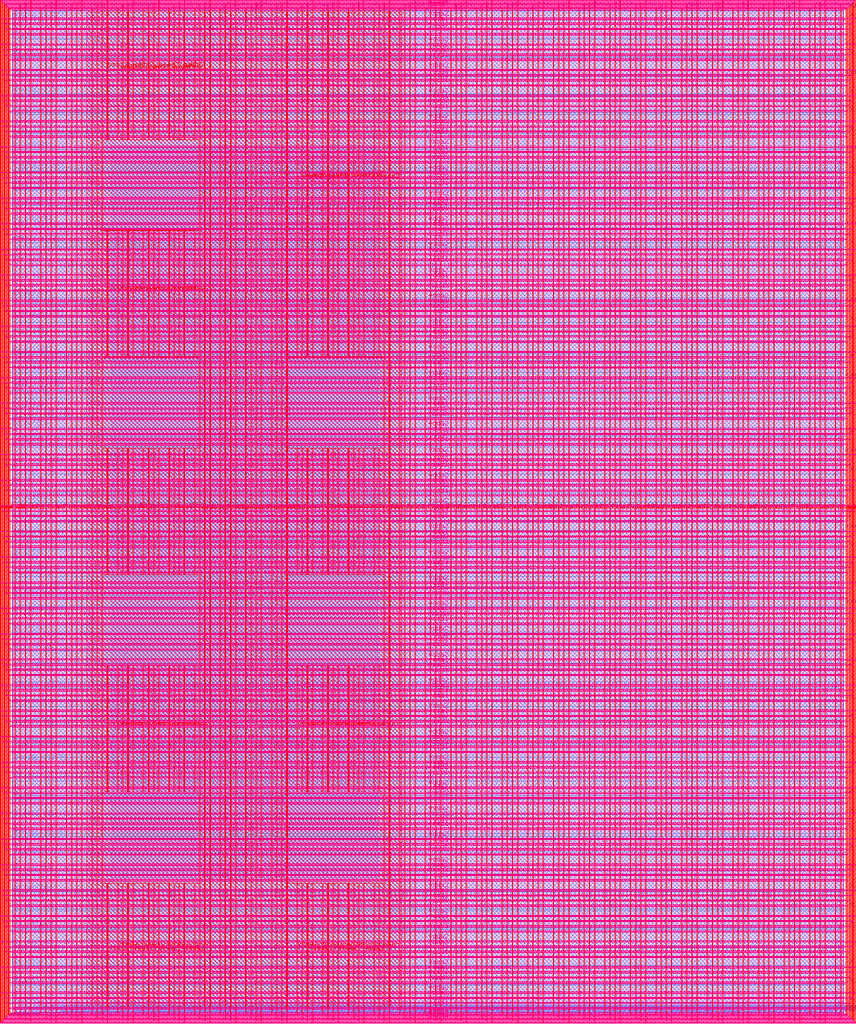
<source format=lef>
VERSION 5.7 ;
  NOWIREEXTENSIONATPIN ON ;
  DIVIDERCHAR "/" ;
  BUSBITCHARS "[]" ;
MACRO user_project_wrapper
  CLASS BLOCK ;
  FOREIGN user_project_wrapper ;
  ORIGIN 0.000 0.000 ;
  SIZE 2920.000 BY 3520.000 ;
  PIN analog_io[0]
    DIRECTION INOUT ;
    USE SIGNAL ;
    PORT
      LAYER met3 ;
        RECT 2917.600 1426.380 2924.800 1427.580 ;
    END
  END analog_io[0]
  PIN analog_io[10]
    DIRECTION INOUT ;
    USE SIGNAL ;
    PORT
      LAYER met2 ;
        RECT 2230.490 3517.600 2231.050 3524.800 ;
    END
  END analog_io[10]
  PIN analog_io[11]
    DIRECTION INOUT ;
    USE SIGNAL ;
    PORT
      LAYER met2 ;
        RECT 1905.730 3517.600 1906.290 3524.800 ;
    END
  END analog_io[11]
  PIN analog_io[12]
    DIRECTION INOUT ;
    USE SIGNAL ;
    PORT
      LAYER met2 ;
        RECT 1581.430 3517.600 1581.990 3524.800 ;
    END
  END analog_io[12]
  PIN analog_io[13]
    DIRECTION INOUT ;
    USE SIGNAL ;
    PORT
      LAYER met2 ;
        RECT 1257.130 3517.600 1257.690 3524.800 ;
    END
  END analog_io[13]
  PIN analog_io[14]
    DIRECTION INOUT ;
    USE SIGNAL ;
    PORT
      LAYER met2 ;
        RECT 932.370 3517.600 932.930 3524.800 ;
    END
  END analog_io[14]
  PIN analog_io[15]
    DIRECTION INOUT ;
    USE SIGNAL ;
    PORT
      LAYER met2 ;
        RECT 608.070 3517.600 608.630 3524.800 ;
    END
  END analog_io[15]
  PIN analog_io[16]
    DIRECTION INOUT ;
    USE SIGNAL ;
    PORT
      LAYER met2 ;
        RECT 283.770 3517.600 284.330 3524.800 ;
    END
  END analog_io[16]
  PIN analog_io[17]
    DIRECTION INOUT ;
    USE SIGNAL ;
    PORT
      LAYER met3 ;
        RECT -4.800 3486.100 2.400 3487.300 ;
    END
  END analog_io[17]
  PIN analog_io[18]
    DIRECTION INOUT ;
    USE SIGNAL ;
    PORT
      LAYER met3 ;
        RECT -4.800 3224.980 2.400 3226.180 ;
    END
  END analog_io[18]
  PIN analog_io[19]
    DIRECTION INOUT ;
    USE SIGNAL ;
    PORT
      LAYER met3 ;
        RECT -4.800 2964.540 2.400 2965.740 ;
    END
  END analog_io[19]
  PIN analog_io[1]
    DIRECTION INOUT ;
    USE SIGNAL ;
    PORT
      LAYER met3 ;
        RECT 2917.600 1692.260 2924.800 1693.460 ;
    END
  END analog_io[1]
  PIN analog_io[20]
    DIRECTION INOUT ;
    USE SIGNAL ;
    PORT
      LAYER met3 ;
        RECT -4.800 2703.420 2.400 2704.620 ;
    END
  END analog_io[20]
  PIN analog_io[21]
    DIRECTION INOUT ;
    USE SIGNAL ;
    PORT
      LAYER met3 ;
        RECT -4.800 2442.980 2.400 2444.180 ;
    END
  END analog_io[21]
  PIN analog_io[22]
    DIRECTION INOUT ;
    USE SIGNAL ;
    PORT
      LAYER met3 ;
        RECT -4.800 2182.540 2.400 2183.740 ;
    END
  END analog_io[22]
  PIN analog_io[23]
    DIRECTION INOUT ;
    USE SIGNAL ;
    PORT
      LAYER met3 ;
        RECT -4.800 1921.420 2.400 1922.620 ;
    END
  END analog_io[23]
  PIN analog_io[24]
    DIRECTION INOUT ;
    USE SIGNAL ;
    PORT
      LAYER met3 ;
        RECT -4.800 1660.980 2.400 1662.180 ;
    END
  END analog_io[24]
  PIN analog_io[25]
    DIRECTION INOUT ;
    USE SIGNAL ;
    PORT
      LAYER met3 ;
        RECT -4.800 1399.860 2.400 1401.060 ;
    END
  END analog_io[25]
  PIN analog_io[26]
    DIRECTION INOUT ;
    USE SIGNAL ;
    PORT
      LAYER met3 ;
        RECT -4.800 1139.420 2.400 1140.620 ;
    END
  END analog_io[26]
  PIN analog_io[27]
    DIRECTION INOUT ;
    USE SIGNAL ;
    PORT
      LAYER met3 ;
        RECT -4.800 878.980 2.400 880.180 ;
    END
  END analog_io[27]
  PIN analog_io[28]
    DIRECTION INOUT ;
    USE SIGNAL ;
    PORT
      LAYER met3 ;
        RECT -4.800 617.860 2.400 619.060 ;
    END
  END analog_io[28]
  PIN analog_io[2]
    DIRECTION INOUT ;
    USE SIGNAL ;
    PORT
      LAYER met3 ;
        RECT 2917.600 1958.140 2924.800 1959.340 ;
    END
  END analog_io[2]
  PIN analog_io[3]
    DIRECTION INOUT ;
    USE SIGNAL ;
    PORT
      LAYER met3 ;
        RECT 2917.600 2223.340 2924.800 2224.540 ;
    END
  END analog_io[3]
  PIN analog_io[4]
    DIRECTION INOUT ;
    USE SIGNAL ;
    PORT
      LAYER met3 ;
        RECT 2917.600 2489.220 2924.800 2490.420 ;
    END
  END analog_io[4]
  PIN analog_io[5]
    DIRECTION INOUT ;
    USE SIGNAL ;
    PORT
      LAYER met3 ;
        RECT 2917.600 2755.100 2924.800 2756.300 ;
    END
  END analog_io[5]
  PIN analog_io[6]
    DIRECTION INOUT ;
    USE SIGNAL ;
    PORT
      LAYER met3 ;
        RECT 2917.600 3020.300 2924.800 3021.500 ;
    END
  END analog_io[6]
  PIN analog_io[7]
    DIRECTION INOUT ;
    USE SIGNAL ;
    PORT
      LAYER met3 ;
        RECT 2917.600 3286.180 2924.800 3287.380 ;
    END
  END analog_io[7]
  PIN analog_io[8]
    DIRECTION INOUT ;
    USE SIGNAL ;
    PORT
      LAYER met2 ;
        RECT 2879.090 3517.600 2879.650 3524.800 ;
    END
  END analog_io[8]
  PIN analog_io[9]
    DIRECTION INOUT ;
    USE SIGNAL ;
    PORT
      LAYER met2 ;
        RECT 2554.790 3517.600 2555.350 3524.800 ;
    END
  END analog_io[9]
  PIN io_in[0]
    DIRECTION INPUT ;
    USE SIGNAL ;
    PORT
      LAYER met3 ;
        RECT 2917.600 32.380 2924.800 33.580 ;
    END
  END io_in[0]
  PIN io_in[10]
    DIRECTION INPUT ;
    USE SIGNAL ;
    PORT
      LAYER met3 ;
        RECT 2917.600 2289.980 2924.800 2291.180 ;
    END
  END io_in[10]
  PIN io_in[11]
    DIRECTION INPUT ;
    USE SIGNAL ;
    PORT
      LAYER met3 ;
        RECT 2917.600 2555.860 2924.800 2557.060 ;
    END
  END io_in[11]
  PIN io_in[12]
    DIRECTION INPUT ;
    USE SIGNAL ;
    PORT
      LAYER met3 ;
        RECT 2917.600 2821.060 2924.800 2822.260 ;
    END
  END io_in[12]
  PIN io_in[13]
    DIRECTION INPUT ;
    USE SIGNAL ;
    PORT
      LAYER met3 ;
        RECT 2917.600 3086.940 2924.800 3088.140 ;
    END
  END io_in[13]
  PIN io_in[14]
    DIRECTION INPUT ;
    USE SIGNAL ;
    PORT
      LAYER met3 ;
        RECT 2917.600 3352.820 2924.800 3354.020 ;
    END
  END io_in[14]
  PIN io_in[15]
    DIRECTION INPUT ;
    USE SIGNAL ;
    PORT
      LAYER met2 ;
        RECT 2798.130 3517.600 2798.690 3524.800 ;
    END
  END io_in[15]
  PIN io_in[16]
    DIRECTION INPUT ;
    USE SIGNAL ;
    PORT
      LAYER met2 ;
        RECT 2473.830 3517.600 2474.390 3524.800 ;
    END
  END io_in[16]
  PIN io_in[17]
    DIRECTION INPUT ;
    USE SIGNAL ;
    PORT
      LAYER met2 ;
        RECT 2149.070 3517.600 2149.630 3524.800 ;
    END
  END io_in[17]
  PIN io_in[18]
    DIRECTION INPUT ;
    USE SIGNAL ;
    PORT
      LAYER met2 ;
        RECT 1824.770 3517.600 1825.330 3524.800 ;
    END
  END io_in[18]
  PIN io_in[19]
    DIRECTION INPUT ;
    USE SIGNAL ;
    PORT
      LAYER met2 ;
        RECT 1500.470 3517.600 1501.030 3524.800 ;
    END
  END io_in[19]
  PIN io_in[1]
    DIRECTION INPUT ;
    USE SIGNAL ;
    PORT
      LAYER met3 ;
        RECT 2917.600 230.940 2924.800 232.140 ;
    END
  END io_in[1]
  PIN io_in[20]
    DIRECTION INPUT ;
    USE SIGNAL ;
    PORT
      LAYER met2 ;
        RECT 1175.710 3517.600 1176.270 3524.800 ;
    END
  END io_in[20]
  PIN io_in[21]
    DIRECTION INPUT ;
    USE SIGNAL ;
    PORT
      LAYER met2 ;
        RECT 851.410 3517.600 851.970 3524.800 ;
    END
  END io_in[21]
  PIN io_in[22]
    DIRECTION INPUT ;
    USE SIGNAL ;
    PORT
      LAYER met2 ;
        RECT 527.110 3517.600 527.670 3524.800 ;
    END
  END io_in[22]
  PIN io_in[23]
    DIRECTION INPUT ;
    USE SIGNAL ;
    PORT
      LAYER met2 ;
        RECT 202.350 3517.600 202.910 3524.800 ;
    END
  END io_in[23]
  PIN io_in[24]
    DIRECTION INPUT ;
    USE SIGNAL ;
    PORT
      LAYER met3 ;
        RECT -4.800 3420.820 2.400 3422.020 ;
    END
  END io_in[24]
  PIN io_in[25]
    DIRECTION INPUT ;
    USE SIGNAL ;
    PORT
      LAYER met3 ;
        RECT -4.800 3159.700 2.400 3160.900 ;
    END
  END io_in[25]
  PIN io_in[26]
    DIRECTION INPUT ;
    USE SIGNAL ;
    PORT
      LAYER met3 ;
        RECT -4.800 2899.260 2.400 2900.460 ;
    END
  END io_in[26]
  PIN io_in[27]
    DIRECTION INPUT ;
    USE SIGNAL ;
    PORT
      LAYER met3 ;
        RECT -4.800 2638.820 2.400 2640.020 ;
    END
  END io_in[27]
  PIN io_in[28]
    DIRECTION INPUT ;
    USE SIGNAL ;
    PORT
      LAYER met3 ;
        RECT -4.800 2377.700 2.400 2378.900 ;
    END
  END io_in[28]
  PIN io_in[29]
    DIRECTION INPUT ;
    USE SIGNAL ;
    PORT
      LAYER met3 ;
        RECT -4.800 2117.260 2.400 2118.460 ;
    END
  END io_in[29]
  PIN io_in[2]
    DIRECTION INPUT ;
    USE SIGNAL ;
    PORT
      LAYER met3 ;
        RECT 2917.600 430.180 2924.800 431.380 ;
    END
  END io_in[2]
  PIN io_in[30]
    DIRECTION INPUT ;
    USE SIGNAL ;
    PORT
      LAYER met3 ;
        RECT -4.800 1856.140 2.400 1857.340 ;
    END
  END io_in[30]
  PIN io_in[31]
    DIRECTION INPUT ;
    USE SIGNAL ;
    PORT
      LAYER met3 ;
        RECT -4.800 1595.700 2.400 1596.900 ;
    END
  END io_in[31]
  PIN io_in[32]
    DIRECTION INPUT ;
    USE SIGNAL ;
    PORT
      LAYER met3 ;
        RECT -4.800 1335.260 2.400 1336.460 ;
    END
  END io_in[32]
  PIN io_in[33]
    DIRECTION INPUT ;
    USE SIGNAL ;
    PORT
      LAYER met3 ;
        RECT -4.800 1074.140 2.400 1075.340 ;
    END
  END io_in[33]
  PIN io_in[34]
    DIRECTION INPUT ;
    USE SIGNAL ;
    PORT
      LAYER met3 ;
        RECT -4.800 813.700 2.400 814.900 ;
    END
  END io_in[34]
  PIN io_in[35]
    DIRECTION INPUT ;
    USE SIGNAL ;
    PORT
      LAYER met3 ;
        RECT -4.800 552.580 2.400 553.780 ;
    END
  END io_in[35]
  PIN io_in[36]
    DIRECTION INPUT ;
    USE SIGNAL ;
    PORT
      LAYER met3 ;
        RECT -4.800 357.420 2.400 358.620 ;
    END
  END io_in[36]
  PIN io_in[37]
    DIRECTION INPUT ;
    USE SIGNAL ;
    PORT
      LAYER met3 ;
        RECT -4.800 161.580 2.400 162.780 ;
    END
  END io_in[37]
  PIN io_in[3]
    DIRECTION INPUT ;
    USE SIGNAL ;
    PORT
      LAYER met3 ;
        RECT 2917.600 629.420 2924.800 630.620 ;
    END
  END io_in[3]
  PIN io_in[4]
    DIRECTION INPUT ;
    USE SIGNAL ;
    PORT
      LAYER met3 ;
        RECT 2917.600 828.660 2924.800 829.860 ;
    END
  END io_in[4]
  PIN io_in[5]
    DIRECTION INPUT ;
    USE SIGNAL ;
    PORT
      LAYER met3 ;
        RECT 2917.600 1027.900 2924.800 1029.100 ;
    END
  END io_in[5]
  PIN io_in[6]
    DIRECTION INPUT ;
    USE SIGNAL ;
    PORT
      LAYER met3 ;
        RECT 2917.600 1227.140 2924.800 1228.340 ;
    END
  END io_in[6]
  PIN io_in[7]
    DIRECTION INPUT ;
    USE SIGNAL ;
    PORT
      LAYER met3 ;
        RECT 2917.600 1493.020 2924.800 1494.220 ;
    END
  END io_in[7]
  PIN io_in[8]
    DIRECTION INPUT ;
    USE SIGNAL ;
    PORT
      LAYER met3 ;
        RECT 2917.600 1758.900 2924.800 1760.100 ;
    END
  END io_in[8]
  PIN io_in[9]
    DIRECTION INPUT ;
    USE SIGNAL ;
    PORT
      LAYER met3 ;
        RECT 2917.600 2024.100 2924.800 2025.300 ;
    END
  END io_in[9]
  PIN io_oeb[0]
    DIRECTION OUTPUT TRISTATE ;
    USE SIGNAL ;
    PORT
      LAYER met3 ;
        RECT 2917.600 164.980 2924.800 166.180 ;
    END
  END io_oeb[0]
  PIN io_oeb[10]
    DIRECTION OUTPUT TRISTATE ;
    USE SIGNAL ;
    PORT
      LAYER met3 ;
        RECT 2917.600 2422.580 2924.800 2423.780 ;
    END
  END io_oeb[10]
  PIN io_oeb[11]
    DIRECTION OUTPUT TRISTATE ;
    USE SIGNAL ;
    PORT
      LAYER met3 ;
        RECT 2917.600 2688.460 2924.800 2689.660 ;
    END
  END io_oeb[11]
  PIN io_oeb[12]
    DIRECTION OUTPUT TRISTATE ;
    USE SIGNAL ;
    PORT
      LAYER met3 ;
        RECT 2917.600 2954.340 2924.800 2955.540 ;
    END
  END io_oeb[12]
  PIN io_oeb[13]
    DIRECTION OUTPUT TRISTATE ;
    USE SIGNAL ;
    PORT
      LAYER met3 ;
        RECT 2917.600 3219.540 2924.800 3220.740 ;
    END
  END io_oeb[13]
  PIN io_oeb[14]
    DIRECTION OUTPUT TRISTATE ;
    USE SIGNAL ;
    PORT
      LAYER met3 ;
        RECT 2917.600 3485.420 2924.800 3486.620 ;
    END
  END io_oeb[14]
  PIN io_oeb[15]
    DIRECTION OUTPUT TRISTATE ;
    USE SIGNAL ;
    PORT
      LAYER met2 ;
        RECT 2635.750 3517.600 2636.310 3524.800 ;
    END
  END io_oeb[15]
  PIN io_oeb[16]
    DIRECTION OUTPUT TRISTATE ;
    USE SIGNAL ;
    PORT
      LAYER met2 ;
        RECT 2311.450 3517.600 2312.010 3524.800 ;
    END
  END io_oeb[16]
  PIN io_oeb[17]
    DIRECTION OUTPUT TRISTATE ;
    USE SIGNAL ;
    PORT
      LAYER met2 ;
        RECT 1987.150 3517.600 1987.710 3524.800 ;
    END
  END io_oeb[17]
  PIN io_oeb[18]
    DIRECTION OUTPUT TRISTATE ;
    USE SIGNAL ;
    PORT
      LAYER met2 ;
        RECT 1662.390 3517.600 1662.950 3524.800 ;
    END
  END io_oeb[18]
  PIN io_oeb[19]
    DIRECTION OUTPUT TRISTATE ;
    USE SIGNAL ;
    PORT
      LAYER met2 ;
        RECT 1338.090 3517.600 1338.650 3524.800 ;
    END
  END io_oeb[19]
  PIN io_oeb[1]
    DIRECTION OUTPUT TRISTATE ;
    USE SIGNAL ;
    PORT
      LAYER met3 ;
        RECT 2917.600 364.220 2924.800 365.420 ;
    END
  END io_oeb[1]
  PIN io_oeb[20]
    DIRECTION OUTPUT TRISTATE ;
    USE SIGNAL ;
    PORT
      LAYER met2 ;
        RECT 1013.790 3517.600 1014.350 3524.800 ;
    END
  END io_oeb[20]
  PIN io_oeb[21]
    DIRECTION OUTPUT TRISTATE ;
    USE SIGNAL ;
    PORT
      LAYER met2 ;
        RECT 689.030 3517.600 689.590 3524.800 ;
    END
  END io_oeb[21]
  PIN io_oeb[22]
    DIRECTION OUTPUT TRISTATE ;
    USE SIGNAL ;
    PORT
      LAYER met2 ;
        RECT 364.730 3517.600 365.290 3524.800 ;
    END
  END io_oeb[22]
  PIN io_oeb[23]
    DIRECTION OUTPUT TRISTATE ;
    USE SIGNAL ;
    PORT
      LAYER met2 ;
        RECT 40.430 3517.600 40.990 3524.800 ;
    END
  END io_oeb[23]
  PIN io_oeb[24]
    DIRECTION OUTPUT TRISTATE ;
    USE SIGNAL ;
    PORT
      LAYER met3 ;
        RECT -4.800 3290.260 2.400 3291.460 ;
    END
  END io_oeb[24]
  PIN io_oeb[25]
    DIRECTION OUTPUT TRISTATE ;
    USE SIGNAL ;
    PORT
      LAYER met3 ;
        RECT -4.800 3029.820 2.400 3031.020 ;
    END
  END io_oeb[25]
  PIN io_oeb[26]
    DIRECTION OUTPUT TRISTATE ;
    USE SIGNAL ;
    PORT
      LAYER met3 ;
        RECT -4.800 2768.700 2.400 2769.900 ;
    END
  END io_oeb[26]
  PIN io_oeb[27]
    DIRECTION OUTPUT TRISTATE ;
    USE SIGNAL ;
    PORT
      LAYER met3 ;
        RECT -4.800 2508.260 2.400 2509.460 ;
    END
  END io_oeb[27]
  PIN io_oeb[28]
    DIRECTION OUTPUT TRISTATE ;
    USE SIGNAL ;
    PORT
      LAYER met3 ;
        RECT -4.800 2247.140 2.400 2248.340 ;
    END
  END io_oeb[28]
  PIN io_oeb[29]
    DIRECTION OUTPUT TRISTATE ;
    USE SIGNAL ;
    PORT
      LAYER met3 ;
        RECT -4.800 1986.700 2.400 1987.900 ;
    END
  END io_oeb[29]
  PIN io_oeb[2]
    DIRECTION OUTPUT TRISTATE ;
    USE SIGNAL ;
    PORT
      LAYER met3 ;
        RECT 2917.600 563.460 2924.800 564.660 ;
    END
  END io_oeb[2]
  PIN io_oeb[30]
    DIRECTION OUTPUT TRISTATE ;
    USE SIGNAL ;
    PORT
      LAYER met3 ;
        RECT -4.800 1726.260 2.400 1727.460 ;
    END
  END io_oeb[30]
  PIN io_oeb[31]
    DIRECTION OUTPUT TRISTATE ;
    USE SIGNAL ;
    PORT
      LAYER met3 ;
        RECT -4.800 1465.140 2.400 1466.340 ;
    END
  END io_oeb[31]
  PIN io_oeb[32]
    DIRECTION OUTPUT TRISTATE ;
    USE SIGNAL ;
    PORT
      LAYER met3 ;
        RECT -4.800 1204.700 2.400 1205.900 ;
    END
  END io_oeb[32]
  PIN io_oeb[33]
    DIRECTION OUTPUT TRISTATE ;
    USE SIGNAL ;
    PORT
      LAYER met3 ;
        RECT -4.800 943.580 2.400 944.780 ;
    END
  END io_oeb[33]
  PIN io_oeb[34]
    DIRECTION OUTPUT TRISTATE ;
    USE SIGNAL ;
    PORT
      LAYER met3 ;
        RECT -4.800 683.140 2.400 684.340 ;
    END
  END io_oeb[34]
  PIN io_oeb[35]
    DIRECTION OUTPUT TRISTATE ;
    USE SIGNAL ;
    PORT
      LAYER met3 ;
        RECT -4.800 422.700 2.400 423.900 ;
    END
  END io_oeb[35]
  PIN io_oeb[36]
    DIRECTION OUTPUT TRISTATE ;
    USE SIGNAL ;
    PORT
      LAYER met3 ;
        RECT -4.800 226.860 2.400 228.060 ;
    END
  END io_oeb[36]
  PIN io_oeb[37]
    DIRECTION OUTPUT TRISTATE ;
    USE SIGNAL ;
    PORT
      LAYER met3 ;
        RECT -4.800 31.700 2.400 32.900 ;
    END
  END io_oeb[37]
  PIN io_oeb[3]
    DIRECTION OUTPUT TRISTATE ;
    USE SIGNAL ;
    PORT
      LAYER met3 ;
        RECT 2917.600 762.700 2924.800 763.900 ;
    END
  END io_oeb[3]
  PIN io_oeb[4]
    DIRECTION OUTPUT TRISTATE ;
    USE SIGNAL ;
    PORT
      LAYER met3 ;
        RECT 2917.600 961.940 2924.800 963.140 ;
    END
  END io_oeb[4]
  PIN io_oeb[5]
    DIRECTION OUTPUT TRISTATE ;
    USE SIGNAL ;
    PORT
      LAYER met3 ;
        RECT 2917.600 1161.180 2924.800 1162.380 ;
    END
  END io_oeb[5]
  PIN io_oeb[6]
    DIRECTION OUTPUT TRISTATE ;
    USE SIGNAL ;
    PORT
      LAYER met3 ;
        RECT 2917.600 1360.420 2924.800 1361.620 ;
    END
  END io_oeb[6]
  PIN io_oeb[7]
    DIRECTION OUTPUT TRISTATE ;
    USE SIGNAL ;
    PORT
      LAYER met3 ;
        RECT 2917.600 1625.620 2924.800 1626.820 ;
    END
  END io_oeb[7]
  PIN io_oeb[8]
    DIRECTION OUTPUT TRISTATE ;
    USE SIGNAL ;
    PORT
      LAYER met3 ;
        RECT 2917.600 1891.500 2924.800 1892.700 ;
    END
  END io_oeb[8]
  PIN io_oeb[9]
    DIRECTION OUTPUT TRISTATE ;
    USE SIGNAL ;
    PORT
      LAYER met3 ;
        RECT 2917.600 2157.380 2924.800 2158.580 ;
    END
  END io_oeb[9]
  PIN io_out[0]
    DIRECTION OUTPUT TRISTATE ;
    USE SIGNAL ;
    PORT
      LAYER met3 ;
        RECT 2917.600 98.340 2924.800 99.540 ;
    END
  END io_out[0]
  PIN io_out[10]
    DIRECTION OUTPUT TRISTATE ;
    USE SIGNAL ;
    PORT
      LAYER met3 ;
        RECT 2917.600 2356.620 2924.800 2357.820 ;
    END
  END io_out[10]
  PIN io_out[11]
    DIRECTION OUTPUT TRISTATE ;
    USE SIGNAL ;
    PORT
      LAYER met3 ;
        RECT 2917.600 2621.820 2924.800 2623.020 ;
    END
  END io_out[11]
  PIN io_out[12]
    DIRECTION OUTPUT TRISTATE ;
    USE SIGNAL ;
    PORT
      LAYER met3 ;
        RECT 2917.600 2887.700 2924.800 2888.900 ;
    END
  END io_out[12]
  PIN io_out[13]
    DIRECTION OUTPUT TRISTATE ;
    USE SIGNAL ;
    PORT
      LAYER met3 ;
        RECT 2917.600 3153.580 2924.800 3154.780 ;
    END
  END io_out[13]
  PIN io_out[14]
    DIRECTION OUTPUT TRISTATE ;
    USE SIGNAL ;
    PORT
      LAYER met3 ;
        RECT 2917.600 3418.780 2924.800 3419.980 ;
    END
  END io_out[14]
  PIN io_out[15]
    DIRECTION OUTPUT TRISTATE ;
    USE SIGNAL ;
    PORT
      LAYER met2 ;
        RECT 2717.170 3517.600 2717.730 3524.800 ;
    END
  END io_out[15]
  PIN io_out[16]
    DIRECTION OUTPUT TRISTATE ;
    USE SIGNAL ;
    PORT
      LAYER met2 ;
        RECT 2392.410 3517.600 2392.970 3524.800 ;
    END
  END io_out[16]
  PIN io_out[17]
    DIRECTION OUTPUT TRISTATE ;
    USE SIGNAL ;
    PORT
      LAYER met2 ;
        RECT 2068.110 3517.600 2068.670 3524.800 ;
    END
  END io_out[17]
  PIN io_out[18]
    DIRECTION OUTPUT TRISTATE ;
    USE SIGNAL ;
    PORT
      LAYER met2 ;
        RECT 1743.810 3517.600 1744.370 3524.800 ;
    END
  END io_out[18]
  PIN io_out[19]
    DIRECTION OUTPUT TRISTATE ;
    USE SIGNAL ;
    PORT
      LAYER met2 ;
        RECT 1419.050 3517.600 1419.610 3524.800 ;
    END
  END io_out[19]
  PIN io_out[1]
    DIRECTION OUTPUT TRISTATE ;
    USE SIGNAL ;
    PORT
      LAYER met3 ;
        RECT 2917.600 297.580 2924.800 298.780 ;
    END
  END io_out[1]
  PIN io_out[20]
    DIRECTION OUTPUT TRISTATE ;
    USE SIGNAL ;
    PORT
      LAYER met2 ;
        RECT 1094.750 3517.600 1095.310 3524.800 ;
    END
  END io_out[20]
  PIN io_out[21]
    DIRECTION OUTPUT TRISTATE ;
    USE SIGNAL ;
    PORT
      LAYER met2 ;
        RECT 770.450 3517.600 771.010 3524.800 ;
    END
  END io_out[21]
  PIN io_out[22]
    DIRECTION OUTPUT TRISTATE ;
    USE SIGNAL ;
    PORT
      LAYER met2 ;
        RECT 445.690 3517.600 446.250 3524.800 ;
    END
  END io_out[22]
  PIN io_out[23]
    DIRECTION OUTPUT TRISTATE ;
    USE SIGNAL ;
    PORT
      LAYER met2 ;
        RECT 121.390 3517.600 121.950 3524.800 ;
    END
  END io_out[23]
  PIN io_out[24]
    DIRECTION OUTPUT TRISTATE ;
    USE SIGNAL ;
    PORT
      LAYER met3 ;
        RECT -4.800 3355.540 2.400 3356.740 ;
    END
  END io_out[24]
  PIN io_out[25]
    DIRECTION OUTPUT TRISTATE ;
    USE SIGNAL ;
    PORT
      LAYER met3 ;
        RECT -4.800 3095.100 2.400 3096.300 ;
    END
  END io_out[25]
  PIN io_out[26]
    DIRECTION OUTPUT TRISTATE ;
    USE SIGNAL ;
    PORT
      LAYER met3 ;
        RECT -4.800 2833.980 2.400 2835.180 ;
    END
  END io_out[26]
  PIN io_out[27]
    DIRECTION OUTPUT TRISTATE ;
    USE SIGNAL ;
    PORT
      LAYER met3 ;
        RECT -4.800 2573.540 2.400 2574.740 ;
    END
  END io_out[27]
  PIN io_out[28]
    DIRECTION OUTPUT TRISTATE ;
    USE SIGNAL ;
    PORT
      LAYER met3 ;
        RECT -4.800 2312.420 2.400 2313.620 ;
    END
  END io_out[28]
  PIN io_out[29]
    DIRECTION OUTPUT TRISTATE ;
    USE SIGNAL ;
    PORT
      LAYER met3 ;
        RECT -4.800 2051.980 2.400 2053.180 ;
    END
  END io_out[29]
  PIN io_out[2]
    DIRECTION OUTPUT TRISTATE ;
    USE SIGNAL ;
    PORT
      LAYER met3 ;
        RECT 2917.600 496.820 2924.800 498.020 ;
    END
  END io_out[2]
  PIN io_out[30]
    DIRECTION OUTPUT TRISTATE ;
    USE SIGNAL ;
    PORT
      LAYER met3 ;
        RECT -4.800 1791.540 2.400 1792.740 ;
    END
  END io_out[30]
  PIN io_out[31]
    DIRECTION OUTPUT TRISTATE ;
    USE SIGNAL ;
    PORT
      LAYER met3 ;
        RECT -4.800 1530.420 2.400 1531.620 ;
    END
  END io_out[31]
  PIN io_out[32]
    DIRECTION OUTPUT TRISTATE ;
    USE SIGNAL ;
    PORT
      LAYER met3 ;
        RECT -4.800 1269.980 2.400 1271.180 ;
    END
  END io_out[32]
  PIN io_out[33]
    DIRECTION OUTPUT TRISTATE ;
    USE SIGNAL ;
    PORT
      LAYER met3 ;
        RECT -4.800 1008.860 2.400 1010.060 ;
    END
  END io_out[33]
  PIN io_out[34]
    DIRECTION OUTPUT TRISTATE ;
    USE SIGNAL ;
    PORT
      LAYER met3 ;
        RECT -4.800 748.420 2.400 749.620 ;
    END
  END io_out[34]
  PIN io_out[35]
    DIRECTION OUTPUT TRISTATE ;
    USE SIGNAL ;
    PORT
      LAYER met3 ;
        RECT -4.800 487.300 2.400 488.500 ;
    END
  END io_out[35]
  PIN io_out[36]
    DIRECTION OUTPUT TRISTATE ;
    USE SIGNAL ;
    PORT
      LAYER met3 ;
        RECT -4.800 292.140 2.400 293.340 ;
    END
  END io_out[36]
  PIN io_out[37]
    DIRECTION OUTPUT TRISTATE ;
    USE SIGNAL ;
    PORT
      LAYER met3 ;
        RECT -4.800 96.300 2.400 97.500 ;
    END
  END io_out[37]
  PIN io_out[3]
    DIRECTION OUTPUT TRISTATE ;
    USE SIGNAL ;
    PORT
      LAYER met3 ;
        RECT 2917.600 696.060 2924.800 697.260 ;
    END
  END io_out[3]
  PIN io_out[4]
    DIRECTION OUTPUT TRISTATE ;
    USE SIGNAL ;
    PORT
      LAYER met3 ;
        RECT 2917.600 895.300 2924.800 896.500 ;
    END
  END io_out[4]
  PIN io_out[5]
    DIRECTION OUTPUT TRISTATE ;
    USE SIGNAL ;
    PORT
      LAYER met3 ;
        RECT 2917.600 1094.540 2924.800 1095.740 ;
    END
  END io_out[5]
  PIN io_out[6]
    DIRECTION OUTPUT TRISTATE ;
    USE SIGNAL ;
    PORT
      LAYER met3 ;
        RECT 2917.600 1293.780 2924.800 1294.980 ;
    END
  END io_out[6]
  PIN io_out[7]
    DIRECTION OUTPUT TRISTATE ;
    USE SIGNAL ;
    PORT
      LAYER met3 ;
        RECT 2917.600 1559.660 2924.800 1560.860 ;
    END
  END io_out[7]
  PIN io_out[8]
    DIRECTION OUTPUT TRISTATE ;
    USE SIGNAL ;
    PORT
      LAYER met3 ;
        RECT 2917.600 1824.860 2924.800 1826.060 ;
    END
  END io_out[8]
  PIN io_out[9]
    DIRECTION OUTPUT TRISTATE ;
    USE SIGNAL ;
    PORT
      LAYER met3 ;
        RECT 2917.600 2090.740 2924.800 2091.940 ;
    END
  END io_out[9]
  PIN la_data_in[0]
    DIRECTION INPUT ;
    USE SIGNAL ;
    PORT
      LAYER met2 ;
        RECT 629.230 -4.800 629.790 2.400 ;
    END
  END la_data_in[0]
  PIN la_data_in[100]
    DIRECTION INPUT ;
    USE SIGNAL ;
    PORT
      LAYER met2 ;
        RECT 2402.530 -4.800 2403.090 2.400 ;
    END
  END la_data_in[100]
  PIN la_data_in[101]
    DIRECTION INPUT ;
    USE SIGNAL ;
    PORT
      LAYER met2 ;
        RECT 2420.010 -4.800 2420.570 2.400 ;
    END
  END la_data_in[101]
  PIN la_data_in[102]
    DIRECTION INPUT ;
    USE SIGNAL ;
    PORT
      LAYER met2 ;
        RECT 2437.950 -4.800 2438.510 2.400 ;
    END
  END la_data_in[102]
  PIN la_data_in[103]
    DIRECTION INPUT ;
    USE SIGNAL ;
    PORT
      LAYER met2 ;
        RECT 2455.430 -4.800 2455.990 2.400 ;
    END
  END la_data_in[103]
  PIN la_data_in[104]
    DIRECTION INPUT ;
    USE SIGNAL ;
    PORT
      LAYER met2 ;
        RECT 2473.370 -4.800 2473.930 2.400 ;
    END
  END la_data_in[104]
  PIN la_data_in[105]
    DIRECTION INPUT ;
    USE SIGNAL ;
    PORT
      LAYER met2 ;
        RECT 2490.850 -4.800 2491.410 2.400 ;
    END
  END la_data_in[105]
  PIN la_data_in[106]
    DIRECTION INPUT ;
    USE SIGNAL ;
    PORT
      LAYER met2 ;
        RECT 2508.790 -4.800 2509.350 2.400 ;
    END
  END la_data_in[106]
  PIN la_data_in[107]
    DIRECTION INPUT ;
    USE SIGNAL ;
    PORT
      LAYER met2 ;
        RECT 2526.730 -4.800 2527.290 2.400 ;
    END
  END la_data_in[107]
  PIN la_data_in[108]
    DIRECTION INPUT ;
    USE SIGNAL ;
    PORT
      LAYER met2 ;
        RECT 2544.210 -4.800 2544.770 2.400 ;
    END
  END la_data_in[108]
  PIN la_data_in[109]
    DIRECTION INPUT ;
    USE SIGNAL ;
    PORT
      LAYER met2 ;
        RECT 2562.150 -4.800 2562.710 2.400 ;
    END
  END la_data_in[109]
  PIN la_data_in[10]
    DIRECTION INPUT ;
    USE SIGNAL ;
    PORT
      LAYER met2 ;
        RECT 806.330 -4.800 806.890 2.400 ;
    END
  END la_data_in[10]
  PIN la_data_in[110]
    DIRECTION INPUT ;
    USE SIGNAL ;
    PORT
      LAYER met2 ;
        RECT 2579.630 -4.800 2580.190 2.400 ;
    END
  END la_data_in[110]
  PIN la_data_in[111]
    DIRECTION INPUT ;
    USE SIGNAL ;
    PORT
      LAYER met2 ;
        RECT 2597.570 -4.800 2598.130 2.400 ;
    END
  END la_data_in[111]
  PIN la_data_in[112]
    DIRECTION INPUT ;
    USE SIGNAL ;
    PORT
      LAYER met2 ;
        RECT 2615.050 -4.800 2615.610 2.400 ;
    END
  END la_data_in[112]
  PIN la_data_in[113]
    DIRECTION INPUT ;
    USE SIGNAL ;
    PORT
      LAYER met2 ;
        RECT 2632.990 -4.800 2633.550 2.400 ;
    END
  END la_data_in[113]
  PIN la_data_in[114]
    DIRECTION INPUT ;
    USE SIGNAL ;
    PORT
      LAYER met2 ;
        RECT 2650.470 -4.800 2651.030 2.400 ;
    END
  END la_data_in[114]
  PIN la_data_in[115]
    DIRECTION INPUT ;
    USE SIGNAL ;
    PORT
      LAYER met2 ;
        RECT 2668.410 -4.800 2668.970 2.400 ;
    END
  END la_data_in[115]
  PIN la_data_in[116]
    DIRECTION INPUT ;
    USE SIGNAL ;
    PORT
      LAYER met2 ;
        RECT 2685.890 -4.800 2686.450 2.400 ;
    END
  END la_data_in[116]
  PIN la_data_in[117]
    DIRECTION INPUT ;
    USE SIGNAL ;
    PORT
      LAYER met2 ;
        RECT 2703.830 -4.800 2704.390 2.400 ;
    END
  END la_data_in[117]
  PIN la_data_in[118]
    DIRECTION INPUT ;
    USE SIGNAL ;
    PORT
      LAYER met2 ;
        RECT 2721.770 -4.800 2722.330 2.400 ;
    END
  END la_data_in[118]
  PIN la_data_in[119]
    DIRECTION INPUT ;
    USE SIGNAL ;
    PORT
      LAYER met2 ;
        RECT 2739.250 -4.800 2739.810 2.400 ;
    END
  END la_data_in[119]
  PIN la_data_in[11]
    DIRECTION INPUT ;
    USE SIGNAL ;
    PORT
      LAYER met2 ;
        RECT 824.270 -4.800 824.830 2.400 ;
    END
  END la_data_in[11]
  PIN la_data_in[120]
    DIRECTION INPUT ;
    USE SIGNAL ;
    PORT
      LAYER met2 ;
        RECT 2757.190 -4.800 2757.750 2.400 ;
    END
  END la_data_in[120]
  PIN la_data_in[121]
    DIRECTION INPUT ;
    USE SIGNAL ;
    PORT
      LAYER met2 ;
        RECT 2774.670 -4.800 2775.230 2.400 ;
    END
  END la_data_in[121]
  PIN la_data_in[122]
    DIRECTION INPUT ;
    USE SIGNAL ;
    PORT
      LAYER met2 ;
        RECT 2792.610 -4.800 2793.170 2.400 ;
    END
  END la_data_in[122]
  PIN la_data_in[123]
    DIRECTION INPUT ;
    USE SIGNAL ;
    PORT
      LAYER met2 ;
        RECT 2810.090 -4.800 2810.650 2.400 ;
    END
  END la_data_in[123]
  PIN la_data_in[124]
    DIRECTION INPUT ;
    USE SIGNAL ;
    PORT
      LAYER met2 ;
        RECT 2828.030 -4.800 2828.590 2.400 ;
    END
  END la_data_in[124]
  PIN la_data_in[125]
    DIRECTION INPUT ;
    USE SIGNAL ;
    PORT
      LAYER met2 ;
        RECT 2845.510 -4.800 2846.070 2.400 ;
    END
  END la_data_in[125]
  PIN la_data_in[126]
    DIRECTION INPUT ;
    USE SIGNAL ;
    PORT
      LAYER met2 ;
        RECT 2863.450 -4.800 2864.010 2.400 ;
    END
  END la_data_in[126]
  PIN la_data_in[127]
    DIRECTION INPUT ;
    USE SIGNAL ;
    PORT
      LAYER met2 ;
        RECT 2881.390 -4.800 2881.950 2.400 ;
    END
  END la_data_in[127]
  PIN la_data_in[12]
    DIRECTION INPUT ;
    USE SIGNAL ;
    PORT
      LAYER met2 ;
        RECT 841.750 -4.800 842.310 2.400 ;
    END
  END la_data_in[12]
  PIN la_data_in[13]
    DIRECTION INPUT ;
    USE SIGNAL ;
    PORT
      LAYER met2 ;
        RECT 859.690 -4.800 860.250 2.400 ;
    END
  END la_data_in[13]
  PIN la_data_in[14]
    DIRECTION INPUT ;
    USE SIGNAL ;
    PORT
      LAYER met2 ;
        RECT 877.170 -4.800 877.730 2.400 ;
    END
  END la_data_in[14]
  PIN la_data_in[15]
    DIRECTION INPUT ;
    USE SIGNAL ;
    PORT
      LAYER met2 ;
        RECT 895.110 -4.800 895.670 2.400 ;
    END
  END la_data_in[15]
  PIN la_data_in[16]
    DIRECTION INPUT ;
    USE SIGNAL ;
    PORT
      LAYER met2 ;
        RECT 912.590 -4.800 913.150 2.400 ;
    END
  END la_data_in[16]
  PIN la_data_in[17]
    DIRECTION INPUT ;
    USE SIGNAL ;
    PORT
      LAYER met2 ;
        RECT 930.530 -4.800 931.090 2.400 ;
    END
  END la_data_in[17]
  PIN la_data_in[18]
    DIRECTION INPUT ;
    USE SIGNAL ;
    PORT
      LAYER met2 ;
        RECT 948.470 -4.800 949.030 2.400 ;
    END
  END la_data_in[18]
  PIN la_data_in[19]
    DIRECTION INPUT ;
    USE SIGNAL ;
    PORT
      LAYER met2 ;
        RECT 965.950 -4.800 966.510 2.400 ;
    END
  END la_data_in[19]
  PIN la_data_in[1]
    DIRECTION INPUT ;
    USE SIGNAL ;
    PORT
      LAYER met2 ;
        RECT 646.710 -4.800 647.270 2.400 ;
    END
  END la_data_in[1]
  PIN la_data_in[20]
    DIRECTION INPUT ;
    USE SIGNAL ;
    PORT
      LAYER met2 ;
        RECT 983.890 -4.800 984.450 2.400 ;
    END
  END la_data_in[20]
  PIN la_data_in[21]
    DIRECTION INPUT ;
    USE SIGNAL ;
    PORT
      LAYER met2 ;
        RECT 1001.370 -4.800 1001.930 2.400 ;
    END
  END la_data_in[21]
  PIN la_data_in[22]
    DIRECTION INPUT ;
    USE SIGNAL ;
    PORT
      LAYER met2 ;
        RECT 1019.310 -4.800 1019.870 2.400 ;
    END
  END la_data_in[22]
  PIN la_data_in[23]
    DIRECTION INPUT ;
    USE SIGNAL ;
    PORT
      LAYER met2 ;
        RECT 1036.790 -4.800 1037.350 2.400 ;
    END
  END la_data_in[23]
  PIN la_data_in[24]
    DIRECTION INPUT ;
    USE SIGNAL ;
    PORT
      LAYER met2 ;
        RECT 1054.730 -4.800 1055.290 2.400 ;
    END
  END la_data_in[24]
  PIN la_data_in[25]
    DIRECTION INPUT ;
    USE SIGNAL ;
    PORT
      LAYER met2 ;
        RECT 1072.210 -4.800 1072.770 2.400 ;
    END
  END la_data_in[25]
  PIN la_data_in[26]
    DIRECTION INPUT ;
    USE SIGNAL ;
    PORT
      LAYER met2 ;
        RECT 1090.150 -4.800 1090.710 2.400 ;
    END
  END la_data_in[26]
  PIN la_data_in[27]
    DIRECTION INPUT ;
    USE SIGNAL ;
    PORT
      LAYER met2 ;
        RECT 1107.630 -4.800 1108.190 2.400 ;
    END
  END la_data_in[27]
  PIN la_data_in[28]
    DIRECTION INPUT ;
    USE SIGNAL ;
    PORT
      LAYER met2 ;
        RECT 1125.570 -4.800 1126.130 2.400 ;
    END
  END la_data_in[28]
  PIN la_data_in[29]
    DIRECTION INPUT ;
    USE SIGNAL ;
    PORT
      LAYER met2 ;
        RECT 1143.510 -4.800 1144.070 2.400 ;
    END
  END la_data_in[29]
  PIN la_data_in[2]
    DIRECTION INPUT ;
    USE SIGNAL ;
    PORT
      LAYER met2 ;
        RECT 664.650 -4.800 665.210 2.400 ;
    END
  END la_data_in[2]
  PIN la_data_in[30]
    DIRECTION INPUT ;
    USE SIGNAL ;
    PORT
      LAYER met2 ;
        RECT 1160.990 -4.800 1161.550 2.400 ;
    END
  END la_data_in[30]
  PIN la_data_in[31]
    DIRECTION INPUT ;
    USE SIGNAL ;
    PORT
      LAYER met2 ;
        RECT 1178.930 -4.800 1179.490 2.400 ;
    END
  END la_data_in[31]
  PIN la_data_in[32]
    DIRECTION INPUT ;
    USE SIGNAL ;
    PORT
      LAYER met2 ;
        RECT 1196.410 -4.800 1196.970 2.400 ;
    END
  END la_data_in[32]
  PIN la_data_in[33]
    DIRECTION INPUT ;
    USE SIGNAL ;
    PORT
      LAYER met2 ;
        RECT 1214.350 -4.800 1214.910 2.400 ;
    END
  END la_data_in[33]
  PIN la_data_in[34]
    DIRECTION INPUT ;
    USE SIGNAL ;
    PORT
      LAYER met2 ;
        RECT 1231.830 -4.800 1232.390 2.400 ;
    END
  END la_data_in[34]
  PIN la_data_in[35]
    DIRECTION INPUT ;
    USE SIGNAL ;
    PORT
      LAYER met2 ;
        RECT 1249.770 -4.800 1250.330 2.400 ;
    END
  END la_data_in[35]
  PIN la_data_in[36]
    DIRECTION INPUT ;
    USE SIGNAL ;
    PORT
      LAYER met2 ;
        RECT 1267.250 -4.800 1267.810 2.400 ;
    END
  END la_data_in[36]
  PIN la_data_in[37]
    DIRECTION INPUT ;
    USE SIGNAL ;
    PORT
      LAYER met2 ;
        RECT 1285.190 -4.800 1285.750 2.400 ;
    END
  END la_data_in[37]
  PIN la_data_in[38]
    DIRECTION INPUT ;
    USE SIGNAL ;
    PORT
      LAYER met2 ;
        RECT 1303.130 -4.800 1303.690 2.400 ;
    END
  END la_data_in[38]
  PIN la_data_in[39]
    DIRECTION INPUT ;
    USE SIGNAL ;
    PORT
      LAYER met2 ;
        RECT 1320.610 -4.800 1321.170 2.400 ;
    END
  END la_data_in[39]
  PIN la_data_in[3]
    DIRECTION INPUT ;
    USE SIGNAL ;
    PORT
      LAYER met2 ;
        RECT 682.130 -4.800 682.690 2.400 ;
    END
  END la_data_in[3]
  PIN la_data_in[40]
    DIRECTION INPUT ;
    USE SIGNAL ;
    PORT
      LAYER met2 ;
        RECT 1338.550 -4.800 1339.110 2.400 ;
    END
  END la_data_in[40]
  PIN la_data_in[41]
    DIRECTION INPUT ;
    USE SIGNAL ;
    PORT
      LAYER met2 ;
        RECT 1356.030 -4.800 1356.590 2.400 ;
    END
  END la_data_in[41]
  PIN la_data_in[42]
    DIRECTION INPUT ;
    USE SIGNAL ;
    PORT
      LAYER met2 ;
        RECT 1373.970 -4.800 1374.530 2.400 ;
    END
  END la_data_in[42]
  PIN la_data_in[43]
    DIRECTION INPUT ;
    USE SIGNAL ;
    PORT
      LAYER met2 ;
        RECT 1391.450 -4.800 1392.010 2.400 ;
    END
  END la_data_in[43]
  PIN la_data_in[44]
    DIRECTION INPUT ;
    USE SIGNAL ;
    PORT
      LAYER met2 ;
        RECT 1409.390 -4.800 1409.950 2.400 ;
    END
  END la_data_in[44]
  PIN la_data_in[45]
    DIRECTION INPUT ;
    USE SIGNAL ;
    PORT
      LAYER met2 ;
        RECT 1426.870 -4.800 1427.430 2.400 ;
    END
  END la_data_in[45]
  PIN la_data_in[46]
    DIRECTION INPUT ;
    USE SIGNAL ;
    PORT
      LAYER met2 ;
        RECT 1444.810 -4.800 1445.370 2.400 ;
    END
  END la_data_in[46]
  PIN la_data_in[47]
    DIRECTION INPUT ;
    USE SIGNAL ;
    PORT
      LAYER met2 ;
        RECT 1462.750 -4.800 1463.310 2.400 ;
    END
  END la_data_in[47]
  PIN la_data_in[48]
    DIRECTION INPUT ;
    USE SIGNAL ;
    PORT
      LAYER met2 ;
        RECT 1480.230 -4.800 1480.790 2.400 ;
    END
  END la_data_in[48]
  PIN la_data_in[49]
    DIRECTION INPUT ;
    USE SIGNAL ;
    PORT
      LAYER met2 ;
        RECT 1498.170 -4.800 1498.730 2.400 ;
    END
  END la_data_in[49]
  PIN la_data_in[4]
    DIRECTION INPUT ;
    USE SIGNAL ;
    PORT
      LAYER met2 ;
        RECT 700.070 -4.800 700.630 2.400 ;
    END
  END la_data_in[4]
  PIN la_data_in[50]
    DIRECTION INPUT ;
    USE SIGNAL ;
    PORT
      LAYER met2 ;
        RECT 1515.650 -4.800 1516.210 2.400 ;
    END
  END la_data_in[50]
  PIN la_data_in[51]
    DIRECTION INPUT ;
    USE SIGNAL ;
    PORT
      LAYER met2 ;
        RECT 1533.590 -4.800 1534.150 2.400 ;
    END
  END la_data_in[51]
  PIN la_data_in[52]
    DIRECTION INPUT ;
    USE SIGNAL ;
    PORT
      LAYER met2 ;
        RECT 1551.070 -4.800 1551.630 2.400 ;
    END
  END la_data_in[52]
  PIN la_data_in[53]
    DIRECTION INPUT ;
    USE SIGNAL ;
    PORT
      LAYER met2 ;
        RECT 1569.010 -4.800 1569.570 2.400 ;
    END
  END la_data_in[53]
  PIN la_data_in[54]
    DIRECTION INPUT ;
    USE SIGNAL ;
    PORT
      LAYER met2 ;
        RECT 1586.490 -4.800 1587.050 2.400 ;
    END
  END la_data_in[54]
  PIN la_data_in[55]
    DIRECTION INPUT ;
    USE SIGNAL ;
    PORT
      LAYER met2 ;
        RECT 1604.430 -4.800 1604.990 2.400 ;
    END
  END la_data_in[55]
  PIN la_data_in[56]
    DIRECTION INPUT ;
    USE SIGNAL ;
    PORT
      LAYER met2 ;
        RECT 1621.910 -4.800 1622.470 2.400 ;
    END
  END la_data_in[56]
  PIN la_data_in[57]
    DIRECTION INPUT ;
    USE SIGNAL ;
    PORT
      LAYER met2 ;
        RECT 1639.850 -4.800 1640.410 2.400 ;
    END
  END la_data_in[57]
  PIN la_data_in[58]
    DIRECTION INPUT ;
    USE SIGNAL ;
    PORT
      LAYER met2 ;
        RECT 1657.790 -4.800 1658.350 2.400 ;
    END
  END la_data_in[58]
  PIN la_data_in[59]
    DIRECTION INPUT ;
    USE SIGNAL ;
    PORT
      LAYER met2 ;
        RECT 1675.270 -4.800 1675.830 2.400 ;
    END
  END la_data_in[59]
  PIN la_data_in[5]
    DIRECTION INPUT ;
    USE SIGNAL ;
    PORT
      LAYER met2 ;
        RECT 717.550 -4.800 718.110 2.400 ;
    END
  END la_data_in[5]
  PIN la_data_in[60]
    DIRECTION INPUT ;
    USE SIGNAL ;
    PORT
      LAYER met2 ;
        RECT 1693.210 -4.800 1693.770 2.400 ;
    END
  END la_data_in[60]
  PIN la_data_in[61]
    DIRECTION INPUT ;
    USE SIGNAL ;
    PORT
      LAYER met2 ;
        RECT 1710.690 -4.800 1711.250 2.400 ;
    END
  END la_data_in[61]
  PIN la_data_in[62]
    DIRECTION INPUT ;
    USE SIGNAL ;
    PORT
      LAYER met2 ;
        RECT 1728.630 -4.800 1729.190 2.400 ;
    END
  END la_data_in[62]
  PIN la_data_in[63]
    DIRECTION INPUT ;
    USE SIGNAL ;
    PORT
      LAYER met2 ;
        RECT 1746.110 -4.800 1746.670 2.400 ;
    END
  END la_data_in[63]
  PIN la_data_in[64]
    DIRECTION INPUT ;
    USE SIGNAL ;
    PORT
      LAYER met2 ;
        RECT 1764.050 -4.800 1764.610 2.400 ;
    END
  END la_data_in[64]
  PIN la_data_in[65]
    DIRECTION INPUT ;
    USE SIGNAL ;
    PORT
      LAYER met2 ;
        RECT 1781.530 -4.800 1782.090 2.400 ;
    END
  END la_data_in[65]
  PIN la_data_in[66]
    DIRECTION INPUT ;
    USE SIGNAL ;
    PORT
      LAYER met2 ;
        RECT 1799.470 -4.800 1800.030 2.400 ;
    END
  END la_data_in[66]
  PIN la_data_in[67]
    DIRECTION INPUT ;
    USE SIGNAL ;
    PORT
      LAYER met2 ;
        RECT 1817.410 -4.800 1817.970 2.400 ;
    END
  END la_data_in[67]
  PIN la_data_in[68]
    DIRECTION INPUT ;
    USE SIGNAL ;
    PORT
      LAYER met2 ;
        RECT 1834.890 -4.800 1835.450 2.400 ;
    END
  END la_data_in[68]
  PIN la_data_in[69]
    DIRECTION INPUT ;
    USE SIGNAL ;
    PORT
      LAYER met2 ;
        RECT 1852.830 -4.800 1853.390 2.400 ;
    END
  END la_data_in[69]
  PIN la_data_in[6]
    DIRECTION INPUT ;
    USE SIGNAL ;
    PORT
      LAYER met2 ;
        RECT 735.490 -4.800 736.050 2.400 ;
    END
  END la_data_in[6]
  PIN la_data_in[70]
    DIRECTION INPUT ;
    USE SIGNAL ;
    PORT
      LAYER met2 ;
        RECT 1870.310 -4.800 1870.870 2.400 ;
    END
  END la_data_in[70]
  PIN la_data_in[71]
    DIRECTION INPUT ;
    USE SIGNAL ;
    PORT
      LAYER met2 ;
        RECT 1888.250 -4.800 1888.810 2.400 ;
    END
  END la_data_in[71]
  PIN la_data_in[72]
    DIRECTION INPUT ;
    USE SIGNAL ;
    PORT
      LAYER met2 ;
        RECT 1905.730 -4.800 1906.290 2.400 ;
    END
  END la_data_in[72]
  PIN la_data_in[73]
    DIRECTION INPUT ;
    USE SIGNAL ;
    PORT
      LAYER met2 ;
        RECT 1923.670 -4.800 1924.230 2.400 ;
    END
  END la_data_in[73]
  PIN la_data_in[74]
    DIRECTION INPUT ;
    USE SIGNAL ;
    PORT
      LAYER met2 ;
        RECT 1941.150 -4.800 1941.710 2.400 ;
    END
  END la_data_in[74]
  PIN la_data_in[75]
    DIRECTION INPUT ;
    USE SIGNAL ;
    PORT
      LAYER met2 ;
        RECT 1959.090 -4.800 1959.650 2.400 ;
    END
  END la_data_in[75]
  PIN la_data_in[76]
    DIRECTION INPUT ;
    USE SIGNAL ;
    PORT
      LAYER met2 ;
        RECT 1976.570 -4.800 1977.130 2.400 ;
    END
  END la_data_in[76]
  PIN la_data_in[77]
    DIRECTION INPUT ;
    USE SIGNAL ;
    PORT
      LAYER met2 ;
        RECT 1994.510 -4.800 1995.070 2.400 ;
    END
  END la_data_in[77]
  PIN la_data_in[78]
    DIRECTION INPUT ;
    USE SIGNAL ;
    PORT
      LAYER met2 ;
        RECT 2012.450 -4.800 2013.010 2.400 ;
    END
  END la_data_in[78]
  PIN la_data_in[79]
    DIRECTION INPUT ;
    USE SIGNAL ;
    PORT
      LAYER met2 ;
        RECT 2029.930 -4.800 2030.490 2.400 ;
    END
  END la_data_in[79]
  PIN la_data_in[7]
    DIRECTION INPUT ;
    USE SIGNAL ;
    PORT
      LAYER met2 ;
        RECT 752.970 -4.800 753.530 2.400 ;
    END
  END la_data_in[7]
  PIN la_data_in[80]
    DIRECTION INPUT ;
    USE SIGNAL ;
    PORT
      LAYER met2 ;
        RECT 2047.870 -4.800 2048.430 2.400 ;
    END
  END la_data_in[80]
  PIN la_data_in[81]
    DIRECTION INPUT ;
    USE SIGNAL ;
    PORT
      LAYER met2 ;
        RECT 2065.350 -4.800 2065.910 2.400 ;
    END
  END la_data_in[81]
  PIN la_data_in[82]
    DIRECTION INPUT ;
    USE SIGNAL ;
    PORT
      LAYER met2 ;
        RECT 2083.290 -4.800 2083.850 2.400 ;
    END
  END la_data_in[82]
  PIN la_data_in[83]
    DIRECTION INPUT ;
    USE SIGNAL ;
    PORT
      LAYER met2 ;
        RECT 2100.770 -4.800 2101.330 2.400 ;
    END
  END la_data_in[83]
  PIN la_data_in[84]
    DIRECTION INPUT ;
    USE SIGNAL ;
    PORT
      LAYER met2 ;
        RECT 2118.710 -4.800 2119.270 2.400 ;
    END
  END la_data_in[84]
  PIN la_data_in[85]
    DIRECTION INPUT ;
    USE SIGNAL ;
    PORT
      LAYER met2 ;
        RECT 2136.190 -4.800 2136.750 2.400 ;
    END
  END la_data_in[85]
  PIN la_data_in[86]
    DIRECTION INPUT ;
    USE SIGNAL ;
    PORT
      LAYER met2 ;
        RECT 2154.130 -4.800 2154.690 2.400 ;
    END
  END la_data_in[86]
  PIN la_data_in[87]
    DIRECTION INPUT ;
    USE SIGNAL ;
    PORT
      LAYER met2 ;
        RECT 2172.070 -4.800 2172.630 2.400 ;
    END
  END la_data_in[87]
  PIN la_data_in[88]
    DIRECTION INPUT ;
    USE SIGNAL ;
    PORT
      LAYER met2 ;
        RECT 2189.550 -4.800 2190.110 2.400 ;
    END
  END la_data_in[88]
  PIN la_data_in[89]
    DIRECTION INPUT ;
    USE SIGNAL ;
    PORT
      LAYER met2 ;
        RECT 2207.490 -4.800 2208.050 2.400 ;
    END
  END la_data_in[89]
  PIN la_data_in[8]
    DIRECTION INPUT ;
    USE SIGNAL ;
    PORT
      LAYER met2 ;
        RECT 770.910 -4.800 771.470 2.400 ;
    END
  END la_data_in[8]
  PIN la_data_in[90]
    DIRECTION INPUT ;
    USE SIGNAL ;
    PORT
      LAYER met2 ;
        RECT 2224.970 -4.800 2225.530 2.400 ;
    END
  END la_data_in[90]
  PIN la_data_in[91]
    DIRECTION INPUT ;
    USE SIGNAL ;
    PORT
      LAYER met2 ;
        RECT 2242.910 -4.800 2243.470 2.400 ;
    END
  END la_data_in[91]
  PIN la_data_in[92]
    DIRECTION INPUT ;
    USE SIGNAL ;
    PORT
      LAYER met2 ;
        RECT 2260.390 -4.800 2260.950 2.400 ;
    END
  END la_data_in[92]
  PIN la_data_in[93]
    DIRECTION INPUT ;
    USE SIGNAL ;
    PORT
      LAYER met2 ;
        RECT 2278.330 -4.800 2278.890 2.400 ;
    END
  END la_data_in[93]
  PIN la_data_in[94]
    DIRECTION INPUT ;
    USE SIGNAL ;
    PORT
      LAYER met2 ;
        RECT 2295.810 -4.800 2296.370 2.400 ;
    END
  END la_data_in[94]
  PIN la_data_in[95]
    DIRECTION INPUT ;
    USE SIGNAL ;
    PORT
      LAYER met2 ;
        RECT 2313.750 -4.800 2314.310 2.400 ;
    END
  END la_data_in[95]
  PIN la_data_in[96]
    DIRECTION INPUT ;
    USE SIGNAL ;
    PORT
      LAYER met2 ;
        RECT 2331.230 -4.800 2331.790 2.400 ;
    END
  END la_data_in[96]
  PIN la_data_in[97]
    DIRECTION INPUT ;
    USE SIGNAL ;
    PORT
      LAYER met2 ;
        RECT 2349.170 -4.800 2349.730 2.400 ;
    END
  END la_data_in[97]
  PIN la_data_in[98]
    DIRECTION INPUT ;
    USE SIGNAL ;
    PORT
      LAYER met2 ;
        RECT 2367.110 -4.800 2367.670 2.400 ;
    END
  END la_data_in[98]
  PIN la_data_in[99]
    DIRECTION INPUT ;
    USE SIGNAL ;
    PORT
      LAYER met2 ;
        RECT 2384.590 -4.800 2385.150 2.400 ;
    END
  END la_data_in[99]
  PIN la_data_in[9]
    DIRECTION INPUT ;
    USE SIGNAL ;
    PORT
      LAYER met2 ;
        RECT 788.850 -4.800 789.410 2.400 ;
    END
  END la_data_in[9]
  PIN la_data_out[0]
    DIRECTION OUTPUT TRISTATE ;
    USE SIGNAL ;
    PORT
      LAYER met2 ;
        RECT 634.750 -4.800 635.310 2.400 ;
    END
  END la_data_out[0]
  PIN la_data_out[100]
    DIRECTION OUTPUT TRISTATE ;
    USE SIGNAL ;
    PORT
      LAYER met2 ;
        RECT 2408.510 -4.800 2409.070 2.400 ;
    END
  END la_data_out[100]
  PIN la_data_out[101]
    DIRECTION OUTPUT TRISTATE ;
    USE SIGNAL ;
    PORT
      LAYER met2 ;
        RECT 2425.990 -4.800 2426.550 2.400 ;
    END
  END la_data_out[101]
  PIN la_data_out[102]
    DIRECTION OUTPUT TRISTATE ;
    USE SIGNAL ;
    PORT
      LAYER met2 ;
        RECT 2443.930 -4.800 2444.490 2.400 ;
    END
  END la_data_out[102]
  PIN la_data_out[103]
    DIRECTION OUTPUT TRISTATE ;
    USE SIGNAL ;
    PORT
      LAYER met2 ;
        RECT 2461.410 -4.800 2461.970 2.400 ;
    END
  END la_data_out[103]
  PIN la_data_out[104]
    DIRECTION OUTPUT TRISTATE ;
    USE SIGNAL ;
    PORT
      LAYER met2 ;
        RECT 2479.350 -4.800 2479.910 2.400 ;
    END
  END la_data_out[104]
  PIN la_data_out[105]
    DIRECTION OUTPUT TRISTATE ;
    USE SIGNAL ;
    PORT
      LAYER met2 ;
        RECT 2496.830 -4.800 2497.390 2.400 ;
    END
  END la_data_out[105]
  PIN la_data_out[106]
    DIRECTION OUTPUT TRISTATE ;
    USE SIGNAL ;
    PORT
      LAYER met2 ;
        RECT 2514.770 -4.800 2515.330 2.400 ;
    END
  END la_data_out[106]
  PIN la_data_out[107]
    DIRECTION OUTPUT TRISTATE ;
    USE SIGNAL ;
    PORT
      LAYER met2 ;
        RECT 2532.250 -4.800 2532.810 2.400 ;
    END
  END la_data_out[107]
  PIN la_data_out[108]
    DIRECTION OUTPUT TRISTATE ;
    USE SIGNAL ;
    PORT
      LAYER met2 ;
        RECT 2550.190 -4.800 2550.750 2.400 ;
    END
  END la_data_out[108]
  PIN la_data_out[109]
    DIRECTION OUTPUT TRISTATE ;
    USE SIGNAL ;
    PORT
      LAYER met2 ;
        RECT 2567.670 -4.800 2568.230 2.400 ;
    END
  END la_data_out[109]
  PIN la_data_out[10]
    DIRECTION OUTPUT TRISTATE ;
    USE SIGNAL ;
    PORT
      LAYER met2 ;
        RECT 812.310 -4.800 812.870 2.400 ;
    END
  END la_data_out[10]
  PIN la_data_out[110]
    DIRECTION OUTPUT TRISTATE ;
    USE SIGNAL ;
    PORT
      LAYER met2 ;
        RECT 2585.610 -4.800 2586.170 2.400 ;
    END
  END la_data_out[110]
  PIN la_data_out[111]
    DIRECTION OUTPUT TRISTATE ;
    USE SIGNAL ;
    PORT
      LAYER met2 ;
        RECT 2603.550 -4.800 2604.110 2.400 ;
    END
  END la_data_out[111]
  PIN la_data_out[112]
    DIRECTION OUTPUT TRISTATE ;
    USE SIGNAL ;
    PORT
      LAYER met2 ;
        RECT 2621.030 -4.800 2621.590 2.400 ;
    END
  END la_data_out[112]
  PIN la_data_out[113]
    DIRECTION OUTPUT TRISTATE ;
    USE SIGNAL ;
    PORT
      LAYER met2 ;
        RECT 2638.970 -4.800 2639.530 2.400 ;
    END
  END la_data_out[113]
  PIN la_data_out[114]
    DIRECTION OUTPUT TRISTATE ;
    USE SIGNAL ;
    PORT
      LAYER met2 ;
        RECT 2656.450 -4.800 2657.010 2.400 ;
    END
  END la_data_out[114]
  PIN la_data_out[115]
    DIRECTION OUTPUT TRISTATE ;
    USE SIGNAL ;
    PORT
      LAYER met2 ;
        RECT 2674.390 -4.800 2674.950 2.400 ;
    END
  END la_data_out[115]
  PIN la_data_out[116]
    DIRECTION OUTPUT TRISTATE ;
    USE SIGNAL ;
    PORT
      LAYER met2 ;
        RECT 2691.870 -4.800 2692.430 2.400 ;
    END
  END la_data_out[116]
  PIN la_data_out[117]
    DIRECTION OUTPUT TRISTATE ;
    USE SIGNAL ;
    PORT
      LAYER met2 ;
        RECT 2709.810 -4.800 2710.370 2.400 ;
    END
  END la_data_out[117]
  PIN la_data_out[118]
    DIRECTION OUTPUT TRISTATE ;
    USE SIGNAL ;
    PORT
      LAYER met2 ;
        RECT 2727.290 -4.800 2727.850 2.400 ;
    END
  END la_data_out[118]
  PIN la_data_out[119]
    DIRECTION OUTPUT TRISTATE ;
    USE SIGNAL ;
    PORT
      LAYER met2 ;
        RECT 2745.230 -4.800 2745.790 2.400 ;
    END
  END la_data_out[119]
  PIN la_data_out[11]
    DIRECTION OUTPUT TRISTATE ;
    USE SIGNAL ;
    PORT
      LAYER met2 ;
        RECT 830.250 -4.800 830.810 2.400 ;
    END
  END la_data_out[11]
  PIN la_data_out[120]
    DIRECTION OUTPUT TRISTATE ;
    USE SIGNAL ;
    PORT
      LAYER met2 ;
        RECT 2763.170 -4.800 2763.730 2.400 ;
    END
  END la_data_out[120]
  PIN la_data_out[121]
    DIRECTION OUTPUT TRISTATE ;
    USE SIGNAL ;
    PORT
      LAYER met2 ;
        RECT 2780.650 -4.800 2781.210 2.400 ;
    END
  END la_data_out[121]
  PIN la_data_out[122]
    DIRECTION OUTPUT TRISTATE ;
    USE SIGNAL ;
    PORT
      LAYER met2 ;
        RECT 2798.590 -4.800 2799.150 2.400 ;
    END
  END la_data_out[122]
  PIN la_data_out[123]
    DIRECTION OUTPUT TRISTATE ;
    USE SIGNAL ;
    PORT
      LAYER met2 ;
        RECT 2816.070 -4.800 2816.630 2.400 ;
    END
  END la_data_out[123]
  PIN la_data_out[124]
    DIRECTION OUTPUT TRISTATE ;
    USE SIGNAL ;
    PORT
      LAYER met2 ;
        RECT 2834.010 -4.800 2834.570 2.400 ;
    END
  END la_data_out[124]
  PIN la_data_out[125]
    DIRECTION OUTPUT TRISTATE ;
    USE SIGNAL ;
    PORT
      LAYER met2 ;
        RECT 2851.490 -4.800 2852.050 2.400 ;
    END
  END la_data_out[125]
  PIN la_data_out[126]
    DIRECTION OUTPUT TRISTATE ;
    USE SIGNAL ;
    PORT
      LAYER met2 ;
        RECT 2869.430 -4.800 2869.990 2.400 ;
    END
  END la_data_out[126]
  PIN la_data_out[127]
    DIRECTION OUTPUT TRISTATE ;
    USE SIGNAL ;
    PORT
      LAYER met2 ;
        RECT 2886.910 -4.800 2887.470 2.400 ;
    END
  END la_data_out[127]
  PIN la_data_out[12]
    DIRECTION OUTPUT TRISTATE ;
    USE SIGNAL ;
    PORT
      LAYER met2 ;
        RECT 847.730 -4.800 848.290 2.400 ;
    END
  END la_data_out[12]
  PIN la_data_out[13]
    DIRECTION OUTPUT TRISTATE ;
    USE SIGNAL ;
    PORT
      LAYER met2 ;
        RECT 865.670 -4.800 866.230 2.400 ;
    END
  END la_data_out[13]
  PIN la_data_out[14]
    DIRECTION OUTPUT TRISTATE ;
    USE SIGNAL ;
    PORT
      LAYER met2 ;
        RECT 883.150 -4.800 883.710 2.400 ;
    END
  END la_data_out[14]
  PIN la_data_out[15]
    DIRECTION OUTPUT TRISTATE ;
    USE SIGNAL ;
    PORT
      LAYER met2 ;
        RECT 901.090 -4.800 901.650 2.400 ;
    END
  END la_data_out[15]
  PIN la_data_out[16]
    DIRECTION OUTPUT TRISTATE ;
    USE SIGNAL ;
    PORT
      LAYER met2 ;
        RECT 918.570 -4.800 919.130 2.400 ;
    END
  END la_data_out[16]
  PIN la_data_out[17]
    DIRECTION OUTPUT TRISTATE ;
    USE SIGNAL ;
    PORT
      LAYER met2 ;
        RECT 936.510 -4.800 937.070 2.400 ;
    END
  END la_data_out[17]
  PIN la_data_out[18]
    DIRECTION OUTPUT TRISTATE ;
    USE SIGNAL ;
    PORT
      LAYER met2 ;
        RECT 953.990 -4.800 954.550 2.400 ;
    END
  END la_data_out[18]
  PIN la_data_out[19]
    DIRECTION OUTPUT TRISTATE ;
    USE SIGNAL ;
    PORT
      LAYER met2 ;
        RECT 971.930 -4.800 972.490 2.400 ;
    END
  END la_data_out[19]
  PIN la_data_out[1]
    DIRECTION OUTPUT TRISTATE ;
    USE SIGNAL ;
    PORT
      LAYER met2 ;
        RECT 652.690 -4.800 653.250 2.400 ;
    END
  END la_data_out[1]
  PIN la_data_out[20]
    DIRECTION OUTPUT TRISTATE ;
    USE SIGNAL ;
    PORT
      LAYER met2 ;
        RECT 989.410 -4.800 989.970 2.400 ;
    END
  END la_data_out[20]
  PIN la_data_out[21]
    DIRECTION OUTPUT TRISTATE ;
    USE SIGNAL ;
    PORT
      LAYER met2 ;
        RECT 1007.350 -4.800 1007.910 2.400 ;
    END
  END la_data_out[21]
  PIN la_data_out[22]
    DIRECTION OUTPUT TRISTATE ;
    USE SIGNAL ;
    PORT
      LAYER met2 ;
        RECT 1025.290 -4.800 1025.850 2.400 ;
    END
  END la_data_out[22]
  PIN la_data_out[23]
    DIRECTION OUTPUT TRISTATE ;
    USE SIGNAL ;
    PORT
      LAYER met2 ;
        RECT 1042.770 -4.800 1043.330 2.400 ;
    END
  END la_data_out[23]
  PIN la_data_out[24]
    DIRECTION OUTPUT TRISTATE ;
    USE SIGNAL ;
    PORT
      LAYER met2 ;
        RECT 1060.710 -4.800 1061.270 2.400 ;
    END
  END la_data_out[24]
  PIN la_data_out[25]
    DIRECTION OUTPUT TRISTATE ;
    USE SIGNAL ;
    PORT
      LAYER met2 ;
        RECT 1078.190 -4.800 1078.750 2.400 ;
    END
  END la_data_out[25]
  PIN la_data_out[26]
    DIRECTION OUTPUT TRISTATE ;
    USE SIGNAL ;
    PORT
      LAYER met2 ;
        RECT 1096.130 -4.800 1096.690 2.400 ;
    END
  END la_data_out[26]
  PIN la_data_out[27]
    DIRECTION OUTPUT TRISTATE ;
    USE SIGNAL ;
    PORT
      LAYER met2 ;
        RECT 1113.610 -4.800 1114.170 2.400 ;
    END
  END la_data_out[27]
  PIN la_data_out[28]
    DIRECTION OUTPUT TRISTATE ;
    USE SIGNAL ;
    PORT
      LAYER met2 ;
        RECT 1131.550 -4.800 1132.110 2.400 ;
    END
  END la_data_out[28]
  PIN la_data_out[29]
    DIRECTION OUTPUT TRISTATE ;
    USE SIGNAL ;
    PORT
      LAYER met2 ;
        RECT 1149.030 -4.800 1149.590 2.400 ;
    END
  END la_data_out[29]
  PIN la_data_out[2]
    DIRECTION OUTPUT TRISTATE ;
    USE SIGNAL ;
    PORT
      LAYER met2 ;
        RECT 670.630 -4.800 671.190 2.400 ;
    END
  END la_data_out[2]
  PIN la_data_out[30]
    DIRECTION OUTPUT TRISTATE ;
    USE SIGNAL ;
    PORT
      LAYER met2 ;
        RECT 1166.970 -4.800 1167.530 2.400 ;
    END
  END la_data_out[30]
  PIN la_data_out[31]
    DIRECTION OUTPUT TRISTATE ;
    USE SIGNAL ;
    PORT
      LAYER met2 ;
        RECT 1184.910 -4.800 1185.470 2.400 ;
    END
  END la_data_out[31]
  PIN la_data_out[32]
    DIRECTION OUTPUT TRISTATE ;
    USE SIGNAL ;
    PORT
      LAYER met2 ;
        RECT 1202.390 -4.800 1202.950 2.400 ;
    END
  END la_data_out[32]
  PIN la_data_out[33]
    DIRECTION OUTPUT TRISTATE ;
    USE SIGNAL ;
    PORT
      LAYER met2 ;
        RECT 1220.330 -4.800 1220.890 2.400 ;
    END
  END la_data_out[33]
  PIN la_data_out[34]
    DIRECTION OUTPUT TRISTATE ;
    USE SIGNAL ;
    PORT
      LAYER met2 ;
        RECT 1237.810 -4.800 1238.370 2.400 ;
    END
  END la_data_out[34]
  PIN la_data_out[35]
    DIRECTION OUTPUT TRISTATE ;
    USE SIGNAL ;
    PORT
      LAYER met2 ;
        RECT 1255.750 -4.800 1256.310 2.400 ;
    END
  END la_data_out[35]
  PIN la_data_out[36]
    DIRECTION OUTPUT TRISTATE ;
    USE SIGNAL ;
    PORT
      LAYER met2 ;
        RECT 1273.230 -4.800 1273.790 2.400 ;
    END
  END la_data_out[36]
  PIN la_data_out[37]
    DIRECTION OUTPUT TRISTATE ;
    USE SIGNAL ;
    PORT
      LAYER met2 ;
        RECT 1291.170 -4.800 1291.730 2.400 ;
    END
  END la_data_out[37]
  PIN la_data_out[38]
    DIRECTION OUTPUT TRISTATE ;
    USE SIGNAL ;
    PORT
      LAYER met2 ;
        RECT 1308.650 -4.800 1309.210 2.400 ;
    END
  END la_data_out[38]
  PIN la_data_out[39]
    DIRECTION OUTPUT TRISTATE ;
    USE SIGNAL ;
    PORT
      LAYER met2 ;
        RECT 1326.590 -4.800 1327.150 2.400 ;
    END
  END la_data_out[39]
  PIN la_data_out[3]
    DIRECTION OUTPUT TRISTATE ;
    USE SIGNAL ;
    PORT
      LAYER met2 ;
        RECT 688.110 -4.800 688.670 2.400 ;
    END
  END la_data_out[3]
  PIN la_data_out[40]
    DIRECTION OUTPUT TRISTATE ;
    USE SIGNAL ;
    PORT
      LAYER met2 ;
        RECT 1344.070 -4.800 1344.630 2.400 ;
    END
  END la_data_out[40]
  PIN la_data_out[41]
    DIRECTION OUTPUT TRISTATE ;
    USE SIGNAL ;
    PORT
      LAYER met2 ;
        RECT 1362.010 -4.800 1362.570 2.400 ;
    END
  END la_data_out[41]
  PIN la_data_out[42]
    DIRECTION OUTPUT TRISTATE ;
    USE SIGNAL ;
    PORT
      LAYER met2 ;
        RECT 1379.950 -4.800 1380.510 2.400 ;
    END
  END la_data_out[42]
  PIN la_data_out[43]
    DIRECTION OUTPUT TRISTATE ;
    USE SIGNAL ;
    PORT
      LAYER met2 ;
        RECT 1397.430 -4.800 1397.990 2.400 ;
    END
  END la_data_out[43]
  PIN la_data_out[44]
    DIRECTION OUTPUT TRISTATE ;
    USE SIGNAL ;
    PORT
      LAYER met2 ;
        RECT 1415.370 -4.800 1415.930 2.400 ;
    END
  END la_data_out[44]
  PIN la_data_out[45]
    DIRECTION OUTPUT TRISTATE ;
    USE SIGNAL ;
    PORT
      LAYER met2 ;
        RECT 1432.850 -4.800 1433.410 2.400 ;
    END
  END la_data_out[45]
  PIN la_data_out[46]
    DIRECTION OUTPUT TRISTATE ;
    USE SIGNAL ;
    PORT
      LAYER met2 ;
        RECT 1450.790 -4.800 1451.350 2.400 ;
    END
  END la_data_out[46]
  PIN la_data_out[47]
    DIRECTION OUTPUT TRISTATE ;
    USE SIGNAL ;
    PORT
      LAYER met2 ;
        RECT 1468.270 -4.800 1468.830 2.400 ;
    END
  END la_data_out[47]
  PIN la_data_out[48]
    DIRECTION OUTPUT TRISTATE ;
    USE SIGNAL ;
    PORT
      LAYER met2 ;
        RECT 1486.210 -4.800 1486.770 2.400 ;
    END
  END la_data_out[48]
  PIN la_data_out[49]
    DIRECTION OUTPUT TRISTATE ;
    USE SIGNAL ;
    PORT
      LAYER met2 ;
        RECT 1503.690 -4.800 1504.250 2.400 ;
    END
  END la_data_out[49]
  PIN la_data_out[4]
    DIRECTION OUTPUT TRISTATE ;
    USE SIGNAL ;
    PORT
      LAYER met2 ;
        RECT 706.050 -4.800 706.610 2.400 ;
    END
  END la_data_out[4]
  PIN la_data_out[50]
    DIRECTION OUTPUT TRISTATE ;
    USE SIGNAL ;
    PORT
      LAYER met2 ;
        RECT 1521.630 -4.800 1522.190 2.400 ;
    END
  END la_data_out[50]
  PIN la_data_out[51]
    DIRECTION OUTPUT TRISTATE ;
    USE SIGNAL ;
    PORT
      LAYER met2 ;
        RECT 1539.570 -4.800 1540.130 2.400 ;
    END
  END la_data_out[51]
  PIN la_data_out[52]
    DIRECTION OUTPUT TRISTATE ;
    USE SIGNAL ;
    PORT
      LAYER met2 ;
        RECT 1557.050 -4.800 1557.610 2.400 ;
    END
  END la_data_out[52]
  PIN la_data_out[53]
    DIRECTION OUTPUT TRISTATE ;
    USE SIGNAL ;
    PORT
      LAYER met2 ;
        RECT 1574.990 -4.800 1575.550 2.400 ;
    END
  END la_data_out[53]
  PIN la_data_out[54]
    DIRECTION OUTPUT TRISTATE ;
    USE SIGNAL ;
    PORT
      LAYER met2 ;
        RECT 1592.470 -4.800 1593.030 2.400 ;
    END
  END la_data_out[54]
  PIN la_data_out[55]
    DIRECTION OUTPUT TRISTATE ;
    USE SIGNAL ;
    PORT
      LAYER met2 ;
        RECT 1610.410 -4.800 1610.970 2.400 ;
    END
  END la_data_out[55]
  PIN la_data_out[56]
    DIRECTION OUTPUT TRISTATE ;
    USE SIGNAL ;
    PORT
      LAYER met2 ;
        RECT 1627.890 -4.800 1628.450 2.400 ;
    END
  END la_data_out[56]
  PIN la_data_out[57]
    DIRECTION OUTPUT TRISTATE ;
    USE SIGNAL ;
    PORT
      LAYER met2 ;
        RECT 1645.830 -4.800 1646.390 2.400 ;
    END
  END la_data_out[57]
  PIN la_data_out[58]
    DIRECTION OUTPUT TRISTATE ;
    USE SIGNAL ;
    PORT
      LAYER met2 ;
        RECT 1663.310 -4.800 1663.870 2.400 ;
    END
  END la_data_out[58]
  PIN la_data_out[59]
    DIRECTION OUTPUT TRISTATE ;
    USE SIGNAL ;
    PORT
      LAYER met2 ;
        RECT 1681.250 -4.800 1681.810 2.400 ;
    END
  END la_data_out[59]
  PIN la_data_out[5]
    DIRECTION OUTPUT TRISTATE ;
    USE SIGNAL ;
    PORT
      LAYER met2 ;
        RECT 723.530 -4.800 724.090 2.400 ;
    END
  END la_data_out[5]
  PIN la_data_out[60]
    DIRECTION OUTPUT TRISTATE ;
    USE SIGNAL ;
    PORT
      LAYER met2 ;
        RECT 1699.190 -4.800 1699.750 2.400 ;
    END
  END la_data_out[60]
  PIN la_data_out[61]
    DIRECTION OUTPUT TRISTATE ;
    USE SIGNAL ;
    PORT
      LAYER met2 ;
        RECT 1716.670 -4.800 1717.230 2.400 ;
    END
  END la_data_out[61]
  PIN la_data_out[62]
    DIRECTION OUTPUT TRISTATE ;
    USE SIGNAL ;
    PORT
      LAYER met2 ;
        RECT 1734.610 -4.800 1735.170 2.400 ;
    END
  END la_data_out[62]
  PIN la_data_out[63]
    DIRECTION OUTPUT TRISTATE ;
    USE SIGNAL ;
    PORT
      LAYER met2 ;
        RECT 1752.090 -4.800 1752.650 2.400 ;
    END
  END la_data_out[63]
  PIN la_data_out[64]
    DIRECTION OUTPUT TRISTATE ;
    USE SIGNAL ;
    PORT
      LAYER met2 ;
        RECT 1770.030 -4.800 1770.590 2.400 ;
    END
  END la_data_out[64]
  PIN la_data_out[65]
    DIRECTION OUTPUT TRISTATE ;
    USE SIGNAL ;
    PORT
      LAYER met2 ;
        RECT 1787.510 -4.800 1788.070 2.400 ;
    END
  END la_data_out[65]
  PIN la_data_out[66]
    DIRECTION OUTPUT TRISTATE ;
    USE SIGNAL ;
    PORT
      LAYER met2 ;
        RECT 1805.450 -4.800 1806.010 2.400 ;
    END
  END la_data_out[66]
  PIN la_data_out[67]
    DIRECTION OUTPUT TRISTATE ;
    USE SIGNAL ;
    PORT
      LAYER met2 ;
        RECT 1822.930 -4.800 1823.490 2.400 ;
    END
  END la_data_out[67]
  PIN la_data_out[68]
    DIRECTION OUTPUT TRISTATE ;
    USE SIGNAL ;
    PORT
      LAYER met2 ;
        RECT 1840.870 -4.800 1841.430 2.400 ;
    END
  END la_data_out[68]
  PIN la_data_out[69]
    DIRECTION OUTPUT TRISTATE ;
    USE SIGNAL ;
    PORT
      LAYER met2 ;
        RECT 1858.350 -4.800 1858.910 2.400 ;
    END
  END la_data_out[69]
  PIN la_data_out[6]
    DIRECTION OUTPUT TRISTATE ;
    USE SIGNAL ;
    PORT
      LAYER met2 ;
        RECT 741.470 -4.800 742.030 2.400 ;
    END
  END la_data_out[6]
  PIN la_data_out[70]
    DIRECTION OUTPUT TRISTATE ;
    USE SIGNAL ;
    PORT
      LAYER met2 ;
        RECT 1876.290 -4.800 1876.850 2.400 ;
    END
  END la_data_out[70]
  PIN la_data_out[71]
    DIRECTION OUTPUT TRISTATE ;
    USE SIGNAL ;
    PORT
      LAYER met2 ;
        RECT 1894.230 -4.800 1894.790 2.400 ;
    END
  END la_data_out[71]
  PIN la_data_out[72]
    DIRECTION OUTPUT TRISTATE ;
    USE SIGNAL ;
    PORT
      LAYER met2 ;
        RECT 1911.710 -4.800 1912.270 2.400 ;
    END
  END la_data_out[72]
  PIN la_data_out[73]
    DIRECTION OUTPUT TRISTATE ;
    USE SIGNAL ;
    PORT
      LAYER met2 ;
        RECT 1929.650 -4.800 1930.210 2.400 ;
    END
  END la_data_out[73]
  PIN la_data_out[74]
    DIRECTION OUTPUT TRISTATE ;
    USE SIGNAL ;
    PORT
      LAYER met2 ;
        RECT 1947.130 -4.800 1947.690 2.400 ;
    END
  END la_data_out[74]
  PIN la_data_out[75]
    DIRECTION OUTPUT TRISTATE ;
    USE SIGNAL ;
    PORT
      LAYER met2 ;
        RECT 1965.070 -4.800 1965.630 2.400 ;
    END
  END la_data_out[75]
  PIN la_data_out[76]
    DIRECTION OUTPUT TRISTATE ;
    USE SIGNAL ;
    PORT
      LAYER met2 ;
        RECT 1982.550 -4.800 1983.110 2.400 ;
    END
  END la_data_out[76]
  PIN la_data_out[77]
    DIRECTION OUTPUT TRISTATE ;
    USE SIGNAL ;
    PORT
      LAYER met2 ;
        RECT 2000.490 -4.800 2001.050 2.400 ;
    END
  END la_data_out[77]
  PIN la_data_out[78]
    DIRECTION OUTPUT TRISTATE ;
    USE SIGNAL ;
    PORT
      LAYER met2 ;
        RECT 2017.970 -4.800 2018.530 2.400 ;
    END
  END la_data_out[78]
  PIN la_data_out[79]
    DIRECTION OUTPUT TRISTATE ;
    USE SIGNAL ;
    PORT
      LAYER met2 ;
        RECT 2035.910 -4.800 2036.470 2.400 ;
    END
  END la_data_out[79]
  PIN la_data_out[7]
    DIRECTION OUTPUT TRISTATE ;
    USE SIGNAL ;
    PORT
      LAYER met2 ;
        RECT 758.950 -4.800 759.510 2.400 ;
    END
  END la_data_out[7]
  PIN la_data_out[80]
    DIRECTION OUTPUT TRISTATE ;
    USE SIGNAL ;
    PORT
      LAYER met2 ;
        RECT 2053.850 -4.800 2054.410 2.400 ;
    END
  END la_data_out[80]
  PIN la_data_out[81]
    DIRECTION OUTPUT TRISTATE ;
    USE SIGNAL ;
    PORT
      LAYER met2 ;
        RECT 2071.330 -4.800 2071.890 2.400 ;
    END
  END la_data_out[81]
  PIN la_data_out[82]
    DIRECTION OUTPUT TRISTATE ;
    USE SIGNAL ;
    PORT
      LAYER met2 ;
        RECT 2089.270 -4.800 2089.830 2.400 ;
    END
  END la_data_out[82]
  PIN la_data_out[83]
    DIRECTION OUTPUT TRISTATE ;
    USE SIGNAL ;
    PORT
      LAYER met2 ;
        RECT 2106.750 -4.800 2107.310 2.400 ;
    END
  END la_data_out[83]
  PIN la_data_out[84]
    DIRECTION OUTPUT TRISTATE ;
    USE SIGNAL ;
    PORT
      LAYER met2 ;
        RECT 2124.690 -4.800 2125.250 2.400 ;
    END
  END la_data_out[84]
  PIN la_data_out[85]
    DIRECTION OUTPUT TRISTATE ;
    USE SIGNAL ;
    PORT
      LAYER met2 ;
        RECT 2142.170 -4.800 2142.730 2.400 ;
    END
  END la_data_out[85]
  PIN la_data_out[86]
    DIRECTION OUTPUT TRISTATE ;
    USE SIGNAL ;
    PORT
      LAYER met2 ;
        RECT 2160.110 -4.800 2160.670 2.400 ;
    END
  END la_data_out[86]
  PIN la_data_out[87]
    DIRECTION OUTPUT TRISTATE ;
    USE SIGNAL ;
    PORT
      LAYER met2 ;
        RECT 2177.590 -4.800 2178.150 2.400 ;
    END
  END la_data_out[87]
  PIN la_data_out[88]
    DIRECTION OUTPUT TRISTATE ;
    USE SIGNAL ;
    PORT
      LAYER met2 ;
        RECT 2195.530 -4.800 2196.090 2.400 ;
    END
  END la_data_out[88]
  PIN la_data_out[89]
    DIRECTION OUTPUT TRISTATE ;
    USE SIGNAL ;
    PORT
      LAYER met2 ;
        RECT 2213.010 -4.800 2213.570 2.400 ;
    END
  END la_data_out[89]
  PIN la_data_out[8]
    DIRECTION OUTPUT TRISTATE ;
    USE SIGNAL ;
    PORT
      LAYER met2 ;
        RECT 776.890 -4.800 777.450 2.400 ;
    END
  END la_data_out[8]
  PIN la_data_out[90]
    DIRECTION OUTPUT TRISTATE ;
    USE SIGNAL ;
    PORT
      LAYER met2 ;
        RECT 2230.950 -4.800 2231.510 2.400 ;
    END
  END la_data_out[90]
  PIN la_data_out[91]
    DIRECTION OUTPUT TRISTATE ;
    USE SIGNAL ;
    PORT
      LAYER met2 ;
        RECT 2248.890 -4.800 2249.450 2.400 ;
    END
  END la_data_out[91]
  PIN la_data_out[92]
    DIRECTION OUTPUT TRISTATE ;
    USE SIGNAL ;
    PORT
      LAYER met2 ;
        RECT 2266.370 -4.800 2266.930 2.400 ;
    END
  END la_data_out[92]
  PIN la_data_out[93]
    DIRECTION OUTPUT TRISTATE ;
    USE SIGNAL ;
    PORT
      LAYER met2 ;
        RECT 2284.310 -4.800 2284.870 2.400 ;
    END
  END la_data_out[93]
  PIN la_data_out[94]
    DIRECTION OUTPUT TRISTATE ;
    USE SIGNAL ;
    PORT
      LAYER met2 ;
        RECT 2301.790 -4.800 2302.350 2.400 ;
    END
  END la_data_out[94]
  PIN la_data_out[95]
    DIRECTION OUTPUT TRISTATE ;
    USE SIGNAL ;
    PORT
      LAYER met2 ;
        RECT 2319.730 -4.800 2320.290 2.400 ;
    END
  END la_data_out[95]
  PIN la_data_out[96]
    DIRECTION OUTPUT TRISTATE ;
    USE SIGNAL ;
    PORT
      LAYER met2 ;
        RECT 2337.210 -4.800 2337.770 2.400 ;
    END
  END la_data_out[96]
  PIN la_data_out[97]
    DIRECTION OUTPUT TRISTATE ;
    USE SIGNAL ;
    PORT
      LAYER met2 ;
        RECT 2355.150 -4.800 2355.710 2.400 ;
    END
  END la_data_out[97]
  PIN la_data_out[98]
    DIRECTION OUTPUT TRISTATE ;
    USE SIGNAL ;
    PORT
      LAYER met2 ;
        RECT 2372.630 -4.800 2373.190 2.400 ;
    END
  END la_data_out[98]
  PIN la_data_out[99]
    DIRECTION OUTPUT TRISTATE ;
    USE SIGNAL ;
    PORT
      LAYER met2 ;
        RECT 2390.570 -4.800 2391.130 2.400 ;
    END
  END la_data_out[99]
  PIN la_data_out[9]
    DIRECTION OUTPUT TRISTATE ;
    USE SIGNAL ;
    PORT
      LAYER met2 ;
        RECT 794.370 -4.800 794.930 2.400 ;
    END
  END la_data_out[9]
  PIN la_oenb[0]
    DIRECTION INPUT ;
    USE SIGNAL ;
    PORT
      LAYER met2 ;
        RECT 640.730 -4.800 641.290 2.400 ;
    END
  END la_oenb[0]
  PIN la_oenb[100]
    DIRECTION INPUT ;
    USE SIGNAL ;
    PORT
      LAYER met2 ;
        RECT 2414.030 -4.800 2414.590 2.400 ;
    END
  END la_oenb[100]
  PIN la_oenb[101]
    DIRECTION INPUT ;
    USE SIGNAL ;
    PORT
      LAYER met2 ;
        RECT 2431.970 -4.800 2432.530 2.400 ;
    END
  END la_oenb[101]
  PIN la_oenb[102]
    DIRECTION INPUT ;
    USE SIGNAL ;
    PORT
      LAYER met2 ;
        RECT 2449.450 -4.800 2450.010 2.400 ;
    END
  END la_oenb[102]
  PIN la_oenb[103]
    DIRECTION INPUT ;
    USE SIGNAL ;
    PORT
      LAYER met2 ;
        RECT 2467.390 -4.800 2467.950 2.400 ;
    END
  END la_oenb[103]
  PIN la_oenb[104]
    DIRECTION INPUT ;
    USE SIGNAL ;
    PORT
      LAYER met2 ;
        RECT 2485.330 -4.800 2485.890 2.400 ;
    END
  END la_oenb[104]
  PIN la_oenb[105]
    DIRECTION INPUT ;
    USE SIGNAL ;
    PORT
      LAYER met2 ;
        RECT 2502.810 -4.800 2503.370 2.400 ;
    END
  END la_oenb[105]
  PIN la_oenb[106]
    DIRECTION INPUT ;
    USE SIGNAL ;
    PORT
      LAYER met2 ;
        RECT 2520.750 -4.800 2521.310 2.400 ;
    END
  END la_oenb[106]
  PIN la_oenb[107]
    DIRECTION INPUT ;
    USE SIGNAL ;
    PORT
      LAYER met2 ;
        RECT 2538.230 -4.800 2538.790 2.400 ;
    END
  END la_oenb[107]
  PIN la_oenb[108]
    DIRECTION INPUT ;
    USE SIGNAL ;
    PORT
      LAYER met2 ;
        RECT 2556.170 -4.800 2556.730 2.400 ;
    END
  END la_oenb[108]
  PIN la_oenb[109]
    DIRECTION INPUT ;
    USE SIGNAL ;
    PORT
      LAYER met2 ;
        RECT 2573.650 -4.800 2574.210 2.400 ;
    END
  END la_oenb[109]
  PIN la_oenb[10]
    DIRECTION INPUT ;
    USE SIGNAL ;
    PORT
      LAYER met2 ;
        RECT 818.290 -4.800 818.850 2.400 ;
    END
  END la_oenb[10]
  PIN la_oenb[110]
    DIRECTION INPUT ;
    USE SIGNAL ;
    PORT
      LAYER met2 ;
        RECT 2591.590 -4.800 2592.150 2.400 ;
    END
  END la_oenb[110]
  PIN la_oenb[111]
    DIRECTION INPUT ;
    USE SIGNAL ;
    PORT
      LAYER met2 ;
        RECT 2609.070 -4.800 2609.630 2.400 ;
    END
  END la_oenb[111]
  PIN la_oenb[112]
    DIRECTION INPUT ;
    USE SIGNAL ;
    PORT
      LAYER met2 ;
        RECT 2627.010 -4.800 2627.570 2.400 ;
    END
  END la_oenb[112]
  PIN la_oenb[113]
    DIRECTION INPUT ;
    USE SIGNAL ;
    PORT
      LAYER met2 ;
        RECT 2644.950 -4.800 2645.510 2.400 ;
    END
  END la_oenb[113]
  PIN la_oenb[114]
    DIRECTION INPUT ;
    USE SIGNAL ;
    PORT
      LAYER met2 ;
        RECT 2662.430 -4.800 2662.990 2.400 ;
    END
  END la_oenb[114]
  PIN la_oenb[115]
    DIRECTION INPUT ;
    USE SIGNAL ;
    PORT
      LAYER met2 ;
        RECT 2680.370 -4.800 2680.930 2.400 ;
    END
  END la_oenb[115]
  PIN la_oenb[116]
    DIRECTION INPUT ;
    USE SIGNAL ;
    PORT
      LAYER met2 ;
        RECT 2697.850 -4.800 2698.410 2.400 ;
    END
  END la_oenb[116]
  PIN la_oenb[117]
    DIRECTION INPUT ;
    USE SIGNAL ;
    PORT
      LAYER met2 ;
        RECT 2715.790 -4.800 2716.350 2.400 ;
    END
  END la_oenb[117]
  PIN la_oenb[118]
    DIRECTION INPUT ;
    USE SIGNAL ;
    PORT
      LAYER met2 ;
        RECT 2733.270 -4.800 2733.830 2.400 ;
    END
  END la_oenb[118]
  PIN la_oenb[119]
    DIRECTION INPUT ;
    USE SIGNAL ;
    PORT
      LAYER met2 ;
        RECT 2751.210 -4.800 2751.770 2.400 ;
    END
  END la_oenb[119]
  PIN la_oenb[11]
    DIRECTION INPUT ;
    USE SIGNAL ;
    PORT
      LAYER met2 ;
        RECT 835.770 -4.800 836.330 2.400 ;
    END
  END la_oenb[11]
  PIN la_oenb[120]
    DIRECTION INPUT ;
    USE SIGNAL ;
    PORT
      LAYER met2 ;
        RECT 2768.690 -4.800 2769.250 2.400 ;
    END
  END la_oenb[120]
  PIN la_oenb[121]
    DIRECTION INPUT ;
    USE SIGNAL ;
    PORT
      LAYER met2 ;
        RECT 2786.630 -4.800 2787.190 2.400 ;
    END
  END la_oenb[121]
  PIN la_oenb[122]
    DIRECTION INPUT ;
    USE SIGNAL ;
    PORT
      LAYER met2 ;
        RECT 2804.110 -4.800 2804.670 2.400 ;
    END
  END la_oenb[122]
  PIN la_oenb[123]
    DIRECTION INPUT ;
    USE SIGNAL ;
    PORT
      LAYER met2 ;
        RECT 2822.050 -4.800 2822.610 2.400 ;
    END
  END la_oenb[123]
  PIN la_oenb[124]
    DIRECTION INPUT ;
    USE SIGNAL ;
    PORT
      LAYER met2 ;
        RECT 2839.990 -4.800 2840.550 2.400 ;
    END
  END la_oenb[124]
  PIN la_oenb[125]
    DIRECTION INPUT ;
    USE SIGNAL ;
    PORT
      LAYER met2 ;
        RECT 2857.470 -4.800 2858.030 2.400 ;
    END
  END la_oenb[125]
  PIN la_oenb[126]
    DIRECTION INPUT ;
    USE SIGNAL ;
    PORT
      LAYER met2 ;
        RECT 2875.410 -4.800 2875.970 2.400 ;
    END
  END la_oenb[126]
  PIN la_oenb[127]
    DIRECTION INPUT ;
    USE SIGNAL ;
    PORT
      LAYER met2 ;
        RECT 2892.890 -4.800 2893.450 2.400 ;
    END
  END la_oenb[127]
  PIN la_oenb[12]
    DIRECTION INPUT ;
    USE SIGNAL ;
    PORT
      LAYER met2 ;
        RECT 853.710 -4.800 854.270 2.400 ;
    END
  END la_oenb[12]
  PIN la_oenb[13]
    DIRECTION INPUT ;
    USE SIGNAL ;
    PORT
      LAYER met2 ;
        RECT 871.190 -4.800 871.750 2.400 ;
    END
  END la_oenb[13]
  PIN la_oenb[14]
    DIRECTION INPUT ;
    USE SIGNAL ;
    PORT
      LAYER met2 ;
        RECT 889.130 -4.800 889.690 2.400 ;
    END
  END la_oenb[14]
  PIN la_oenb[15]
    DIRECTION INPUT ;
    USE SIGNAL ;
    PORT
      LAYER met2 ;
        RECT 907.070 -4.800 907.630 2.400 ;
    END
  END la_oenb[15]
  PIN la_oenb[16]
    DIRECTION INPUT ;
    USE SIGNAL ;
    PORT
      LAYER met2 ;
        RECT 924.550 -4.800 925.110 2.400 ;
    END
  END la_oenb[16]
  PIN la_oenb[17]
    DIRECTION INPUT ;
    USE SIGNAL ;
    PORT
      LAYER met2 ;
        RECT 942.490 -4.800 943.050 2.400 ;
    END
  END la_oenb[17]
  PIN la_oenb[18]
    DIRECTION INPUT ;
    USE SIGNAL ;
    PORT
      LAYER met2 ;
        RECT 959.970 -4.800 960.530 2.400 ;
    END
  END la_oenb[18]
  PIN la_oenb[19]
    DIRECTION INPUT ;
    USE SIGNAL ;
    PORT
      LAYER met2 ;
        RECT 977.910 -4.800 978.470 2.400 ;
    END
  END la_oenb[19]
  PIN la_oenb[1]
    DIRECTION INPUT ;
    USE SIGNAL ;
    PORT
      LAYER met2 ;
        RECT 658.670 -4.800 659.230 2.400 ;
    END
  END la_oenb[1]
  PIN la_oenb[20]
    DIRECTION INPUT ;
    USE SIGNAL ;
    PORT
      LAYER met2 ;
        RECT 995.390 -4.800 995.950 2.400 ;
    END
  END la_oenb[20]
  PIN la_oenb[21]
    DIRECTION INPUT ;
    USE SIGNAL ;
    PORT
      LAYER met2 ;
        RECT 1013.330 -4.800 1013.890 2.400 ;
    END
  END la_oenb[21]
  PIN la_oenb[22]
    DIRECTION INPUT ;
    USE SIGNAL ;
    PORT
      LAYER met2 ;
        RECT 1030.810 -4.800 1031.370 2.400 ;
    END
  END la_oenb[22]
  PIN la_oenb[23]
    DIRECTION INPUT ;
    USE SIGNAL ;
    PORT
      LAYER met2 ;
        RECT 1048.750 -4.800 1049.310 2.400 ;
    END
  END la_oenb[23]
  PIN la_oenb[24]
    DIRECTION INPUT ;
    USE SIGNAL ;
    PORT
      LAYER met2 ;
        RECT 1066.690 -4.800 1067.250 2.400 ;
    END
  END la_oenb[24]
  PIN la_oenb[25]
    DIRECTION INPUT ;
    USE SIGNAL ;
    PORT
      LAYER met2 ;
        RECT 1084.170 -4.800 1084.730 2.400 ;
    END
  END la_oenb[25]
  PIN la_oenb[26]
    DIRECTION INPUT ;
    USE SIGNAL ;
    PORT
      LAYER met2 ;
        RECT 1102.110 -4.800 1102.670 2.400 ;
    END
  END la_oenb[26]
  PIN la_oenb[27]
    DIRECTION INPUT ;
    USE SIGNAL ;
    PORT
      LAYER met2 ;
        RECT 1119.590 -4.800 1120.150 2.400 ;
    END
  END la_oenb[27]
  PIN la_oenb[28]
    DIRECTION INPUT ;
    USE SIGNAL ;
    PORT
      LAYER met2 ;
        RECT 1137.530 -4.800 1138.090 2.400 ;
    END
  END la_oenb[28]
  PIN la_oenb[29]
    DIRECTION INPUT ;
    USE SIGNAL ;
    PORT
      LAYER met2 ;
        RECT 1155.010 -4.800 1155.570 2.400 ;
    END
  END la_oenb[29]
  PIN la_oenb[2]
    DIRECTION INPUT ;
    USE SIGNAL ;
    PORT
      LAYER met2 ;
        RECT 676.150 -4.800 676.710 2.400 ;
    END
  END la_oenb[2]
  PIN la_oenb[30]
    DIRECTION INPUT ;
    USE SIGNAL ;
    PORT
      LAYER met2 ;
        RECT 1172.950 -4.800 1173.510 2.400 ;
    END
  END la_oenb[30]
  PIN la_oenb[31]
    DIRECTION INPUT ;
    USE SIGNAL ;
    PORT
      LAYER met2 ;
        RECT 1190.430 -4.800 1190.990 2.400 ;
    END
  END la_oenb[31]
  PIN la_oenb[32]
    DIRECTION INPUT ;
    USE SIGNAL ;
    PORT
      LAYER met2 ;
        RECT 1208.370 -4.800 1208.930 2.400 ;
    END
  END la_oenb[32]
  PIN la_oenb[33]
    DIRECTION INPUT ;
    USE SIGNAL ;
    PORT
      LAYER met2 ;
        RECT 1225.850 -4.800 1226.410 2.400 ;
    END
  END la_oenb[33]
  PIN la_oenb[34]
    DIRECTION INPUT ;
    USE SIGNAL ;
    PORT
      LAYER met2 ;
        RECT 1243.790 -4.800 1244.350 2.400 ;
    END
  END la_oenb[34]
  PIN la_oenb[35]
    DIRECTION INPUT ;
    USE SIGNAL ;
    PORT
      LAYER met2 ;
        RECT 1261.730 -4.800 1262.290 2.400 ;
    END
  END la_oenb[35]
  PIN la_oenb[36]
    DIRECTION INPUT ;
    USE SIGNAL ;
    PORT
      LAYER met2 ;
        RECT 1279.210 -4.800 1279.770 2.400 ;
    END
  END la_oenb[36]
  PIN la_oenb[37]
    DIRECTION INPUT ;
    USE SIGNAL ;
    PORT
      LAYER met2 ;
        RECT 1297.150 -4.800 1297.710 2.400 ;
    END
  END la_oenb[37]
  PIN la_oenb[38]
    DIRECTION INPUT ;
    USE SIGNAL ;
    PORT
      LAYER met2 ;
        RECT 1314.630 -4.800 1315.190 2.400 ;
    END
  END la_oenb[38]
  PIN la_oenb[39]
    DIRECTION INPUT ;
    USE SIGNAL ;
    PORT
      LAYER met2 ;
        RECT 1332.570 -4.800 1333.130 2.400 ;
    END
  END la_oenb[39]
  PIN la_oenb[3]
    DIRECTION INPUT ;
    USE SIGNAL ;
    PORT
      LAYER met2 ;
        RECT 694.090 -4.800 694.650 2.400 ;
    END
  END la_oenb[3]
  PIN la_oenb[40]
    DIRECTION INPUT ;
    USE SIGNAL ;
    PORT
      LAYER met2 ;
        RECT 1350.050 -4.800 1350.610 2.400 ;
    END
  END la_oenb[40]
  PIN la_oenb[41]
    DIRECTION INPUT ;
    USE SIGNAL ;
    PORT
      LAYER met2 ;
        RECT 1367.990 -4.800 1368.550 2.400 ;
    END
  END la_oenb[41]
  PIN la_oenb[42]
    DIRECTION INPUT ;
    USE SIGNAL ;
    PORT
      LAYER met2 ;
        RECT 1385.470 -4.800 1386.030 2.400 ;
    END
  END la_oenb[42]
  PIN la_oenb[43]
    DIRECTION INPUT ;
    USE SIGNAL ;
    PORT
      LAYER met2 ;
        RECT 1403.410 -4.800 1403.970 2.400 ;
    END
  END la_oenb[43]
  PIN la_oenb[44]
    DIRECTION INPUT ;
    USE SIGNAL ;
    PORT
      LAYER met2 ;
        RECT 1421.350 -4.800 1421.910 2.400 ;
    END
  END la_oenb[44]
  PIN la_oenb[45]
    DIRECTION INPUT ;
    USE SIGNAL ;
    PORT
      LAYER met2 ;
        RECT 1438.830 -4.800 1439.390 2.400 ;
    END
  END la_oenb[45]
  PIN la_oenb[46]
    DIRECTION INPUT ;
    USE SIGNAL ;
    PORT
      LAYER met2 ;
        RECT 1456.770 -4.800 1457.330 2.400 ;
    END
  END la_oenb[46]
  PIN la_oenb[47]
    DIRECTION INPUT ;
    USE SIGNAL ;
    PORT
      LAYER met2 ;
        RECT 1474.250 -4.800 1474.810 2.400 ;
    END
  END la_oenb[47]
  PIN la_oenb[48]
    DIRECTION INPUT ;
    USE SIGNAL ;
    PORT
      LAYER met2 ;
        RECT 1492.190 -4.800 1492.750 2.400 ;
    END
  END la_oenb[48]
  PIN la_oenb[49]
    DIRECTION INPUT ;
    USE SIGNAL ;
    PORT
      LAYER met2 ;
        RECT 1509.670 -4.800 1510.230 2.400 ;
    END
  END la_oenb[49]
  PIN la_oenb[4]
    DIRECTION INPUT ;
    USE SIGNAL ;
    PORT
      LAYER met2 ;
        RECT 712.030 -4.800 712.590 2.400 ;
    END
  END la_oenb[4]
  PIN la_oenb[50]
    DIRECTION INPUT ;
    USE SIGNAL ;
    PORT
      LAYER met2 ;
        RECT 1527.610 -4.800 1528.170 2.400 ;
    END
  END la_oenb[50]
  PIN la_oenb[51]
    DIRECTION INPUT ;
    USE SIGNAL ;
    PORT
      LAYER met2 ;
        RECT 1545.090 -4.800 1545.650 2.400 ;
    END
  END la_oenb[51]
  PIN la_oenb[52]
    DIRECTION INPUT ;
    USE SIGNAL ;
    PORT
      LAYER met2 ;
        RECT 1563.030 -4.800 1563.590 2.400 ;
    END
  END la_oenb[52]
  PIN la_oenb[53]
    DIRECTION INPUT ;
    USE SIGNAL ;
    PORT
      LAYER met2 ;
        RECT 1580.970 -4.800 1581.530 2.400 ;
    END
  END la_oenb[53]
  PIN la_oenb[54]
    DIRECTION INPUT ;
    USE SIGNAL ;
    PORT
      LAYER met2 ;
        RECT 1598.450 -4.800 1599.010 2.400 ;
    END
  END la_oenb[54]
  PIN la_oenb[55]
    DIRECTION INPUT ;
    USE SIGNAL ;
    PORT
      LAYER met2 ;
        RECT 1616.390 -4.800 1616.950 2.400 ;
    END
  END la_oenb[55]
  PIN la_oenb[56]
    DIRECTION INPUT ;
    USE SIGNAL ;
    PORT
      LAYER met2 ;
        RECT 1633.870 -4.800 1634.430 2.400 ;
    END
  END la_oenb[56]
  PIN la_oenb[57]
    DIRECTION INPUT ;
    USE SIGNAL ;
    PORT
      LAYER met2 ;
        RECT 1651.810 -4.800 1652.370 2.400 ;
    END
  END la_oenb[57]
  PIN la_oenb[58]
    DIRECTION INPUT ;
    USE SIGNAL ;
    PORT
      LAYER met2 ;
        RECT 1669.290 -4.800 1669.850 2.400 ;
    END
  END la_oenb[58]
  PIN la_oenb[59]
    DIRECTION INPUT ;
    USE SIGNAL ;
    PORT
      LAYER met2 ;
        RECT 1687.230 -4.800 1687.790 2.400 ;
    END
  END la_oenb[59]
  PIN la_oenb[5]
    DIRECTION INPUT ;
    USE SIGNAL ;
    PORT
      LAYER met2 ;
        RECT 729.510 -4.800 730.070 2.400 ;
    END
  END la_oenb[5]
  PIN la_oenb[60]
    DIRECTION INPUT ;
    USE SIGNAL ;
    PORT
      LAYER met2 ;
        RECT 1704.710 -4.800 1705.270 2.400 ;
    END
  END la_oenb[60]
  PIN la_oenb[61]
    DIRECTION INPUT ;
    USE SIGNAL ;
    PORT
      LAYER met2 ;
        RECT 1722.650 -4.800 1723.210 2.400 ;
    END
  END la_oenb[61]
  PIN la_oenb[62]
    DIRECTION INPUT ;
    USE SIGNAL ;
    PORT
      LAYER met2 ;
        RECT 1740.130 -4.800 1740.690 2.400 ;
    END
  END la_oenb[62]
  PIN la_oenb[63]
    DIRECTION INPUT ;
    USE SIGNAL ;
    PORT
      LAYER met2 ;
        RECT 1758.070 -4.800 1758.630 2.400 ;
    END
  END la_oenb[63]
  PIN la_oenb[64]
    DIRECTION INPUT ;
    USE SIGNAL ;
    PORT
      LAYER met2 ;
        RECT 1776.010 -4.800 1776.570 2.400 ;
    END
  END la_oenb[64]
  PIN la_oenb[65]
    DIRECTION INPUT ;
    USE SIGNAL ;
    PORT
      LAYER met2 ;
        RECT 1793.490 -4.800 1794.050 2.400 ;
    END
  END la_oenb[65]
  PIN la_oenb[66]
    DIRECTION INPUT ;
    USE SIGNAL ;
    PORT
      LAYER met2 ;
        RECT 1811.430 -4.800 1811.990 2.400 ;
    END
  END la_oenb[66]
  PIN la_oenb[67]
    DIRECTION INPUT ;
    USE SIGNAL ;
    PORT
      LAYER met2 ;
        RECT 1828.910 -4.800 1829.470 2.400 ;
    END
  END la_oenb[67]
  PIN la_oenb[68]
    DIRECTION INPUT ;
    USE SIGNAL ;
    PORT
      LAYER met2 ;
        RECT 1846.850 -4.800 1847.410 2.400 ;
    END
  END la_oenb[68]
  PIN la_oenb[69]
    DIRECTION INPUT ;
    USE SIGNAL ;
    PORT
      LAYER met2 ;
        RECT 1864.330 -4.800 1864.890 2.400 ;
    END
  END la_oenb[69]
  PIN la_oenb[6]
    DIRECTION INPUT ;
    USE SIGNAL ;
    PORT
      LAYER met2 ;
        RECT 747.450 -4.800 748.010 2.400 ;
    END
  END la_oenb[6]
  PIN la_oenb[70]
    DIRECTION INPUT ;
    USE SIGNAL ;
    PORT
      LAYER met2 ;
        RECT 1882.270 -4.800 1882.830 2.400 ;
    END
  END la_oenb[70]
  PIN la_oenb[71]
    DIRECTION INPUT ;
    USE SIGNAL ;
    PORT
      LAYER met2 ;
        RECT 1899.750 -4.800 1900.310 2.400 ;
    END
  END la_oenb[71]
  PIN la_oenb[72]
    DIRECTION INPUT ;
    USE SIGNAL ;
    PORT
      LAYER met2 ;
        RECT 1917.690 -4.800 1918.250 2.400 ;
    END
  END la_oenb[72]
  PIN la_oenb[73]
    DIRECTION INPUT ;
    USE SIGNAL ;
    PORT
      LAYER met2 ;
        RECT 1935.630 -4.800 1936.190 2.400 ;
    END
  END la_oenb[73]
  PIN la_oenb[74]
    DIRECTION INPUT ;
    USE SIGNAL ;
    PORT
      LAYER met2 ;
        RECT 1953.110 -4.800 1953.670 2.400 ;
    END
  END la_oenb[74]
  PIN la_oenb[75]
    DIRECTION INPUT ;
    USE SIGNAL ;
    PORT
      LAYER met2 ;
        RECT 1971.050 -4.800 1971.610 2.400 ;
    END
  END la_oenb[75]
  PIN la_oenb[76]
    DIRECTION INPUT ;
    USE SIGNAL ;
    PORT
      LAYER met2 ;
        RECT 1988.530 -4.800 1989.090 2.400 ;
    END
  END la_oenb[76]
  PIN la_oenb[77]
    DIRECTION INPUT ;
    USE SIGNAL ;
    PORT
      LAYER met2 ;
        RECT 2006.470 -4.800 2007.030 2.400 ;
    END
  END la_oenb[77]
  PIN la_oenb[78]
    DIRECTION INPUT ;
    USE SIGNAL ;
    PORT
      LAYER met2 ;
        RECT 2023.950 -4.800 2024.510 2.400 ;
    END
  END la_oenb[78]
  PIN la_oenb[79]
    DIRECTION INPUT ;
    USE SIGNAL ;
    PORT
      LAYER met2 ;
        RECT 2041.890 -4.800 2042.450 2.400 ;
    END
  END la_oenb[79]
  PIN la_oenb[7]
    DIRECTION INPUT ;
    USE SIGNAL ;
    PORT
      LAYER met2 ;
        RECT 764.930 -4.800 765.490 2.400 ;
    END
  END la_oenb[7]
  PIN la_oenb[80]
    DIRECTION INPUT ;
    USE SIGNAL ;
    PORT
      LAYER met2 ;
        RECT 2059.370 -4.800 2059.930 2.400 ;
    END
  END la_oenb[80]
  PIN la_oenb[81]
    DIRECTION INPUT ;
    USE SIGNAL ;
    PORT
      LAYER met2 ;
        RECT 2077.310 -4.800 2077.870 2.400 ;
    END
  END la_oenb[81]
  PIN la_oenb[82]
    DIRECTION INPUT ;
    USE SIGNAL ;
    PORT
      LAYER met2 ;
        RECT 2094.790 -4.800 2095.350 2.400 ;
    END
  END la_oenb[82]
  PIN la_oenb[83]
    DIRECTION INPUT ;
    USE SIGNAL ;
    PORT
      LAYER met2 ;
        RECT 2112.730 -4.800 2113.290 2.400 ;
    END
  END la_oenb[83]
  PIN la_oenb[84]
    DIRECTION INPUT ;
    USE SIGNAL ;
    PORT
      LAYER met2 ;
        RECT 2130.670 -4.800 2131.230 2.400 ;
    END
  END la_oenb[84]
  PIN la_oenb[85]
    DIRECTION INPUT ;
    USE SIGNAL ;
    PORT
      LAYER met2 ;
        RECT 2148.150 -4.800 2148.710 2.400 ;
    END
  END la_oenb[85]
  PIN la_oenb[86]
    DIRECTION INPUT ;
    USE SIGNAL ;
    PORT
      LAYER met2 ;
        RECT 2166.090 -4.800 2166.650 2.400 ;
    END
  END la_oenb[86]
  PIN la_oenb[87]
    DIRECTION INPUT ;
    USE SIGNAL ;
    PORT
      LAYER met2 ;
        RECT 2183.570 -4.800 2184.130 2.400 ;
    END
  END la_oenb[87]
  PIN la_oenb[88]
    DIRECTION INPUT ;
    USE SIGNAL ;
    PORT
      LAYER met2 ;
        RECT 2201.510 -4.800 2202.070 2.400 ;
    END
  END la_oenb[88]
  PIN la_oenb[89]
    DIRECTION INPUT ;
    USE SIGNAL ;
    PORT
      LAYER met2 ;
        RECT 2218.990 -4.800 2219.550 2.400 ;
    END
  END la_oenb[89]
  PIN la_oenb[8]
    DIRECTION INPUT ;
    USE SIGNAL ;
    PORT
      LAYER met2 ;
        RECT 782.870 -4.800 783.430 2.400 ;
    END
  END la_oenb[8]
  PIN la_oenb[90]
    DIRECTION INPUT ;
    USE SIGNAL ;
    PORT
      LAYER met2 ;
        RECT 2236.930 -4.800 2237.490 2.400 ;
    END
  END la_oenb[90]
  PIN la_oenb[91]
    DIRECTION INPUT ;
    USE SIGNAL ;
    PORT
      LAYER met2 ;
        RECT 2254.410 -4.800 2254.970 2.400 ;
    END
  END la_oenb[91]
  PIN la_oenb[92]
    DIRECTION INPUT ;
    USE SIGNAL ;
    PORT
      LAYER met2 ;
        RECT 2272.350 -4.800 2272.910 2.400 ;
    END
  END la_oenb[92]
  PIN la_oenb[93]
    DIRECTION INPUT ;
    USE SIGNAL ;
    PORT
      LAYER met2 ;
        RECT 2290.290 -4.800 2290.850 2.400 ;
    END
  END la_oenb[93]
  PIN la_oenb[94]
    DIRECTION INPUT ;
    USE SIGNAL ;
    PORT
      LAYER met2 ;
        RECT 2307.770 -4.800 2308.330 2.400 ;
    END
  END la_oenb[94]
  PIN la_oenb[95]
    DIRECTION INPUT ;
    USE SIGNAL ;
    PORT
      LAYER met2 ;
        RECT 2325.710 -4.800 2326.270 2.400 ;
    END
  END la_oenb[95]
  PIN la_oenb[96]
    DIRECTION INPUT ;
    USE SIGNAL ;
    PORT
      LAYER met2 ;
        RECT 2343.190 -4.800 2343.750 2.400 ;
    END
  END la_oenb[96]
  PIN la_oenb[97]
    DIRECTION INPUT ;
    USE SIGNAL ;
    PORT
      LAYER met2 ;
        RECT 2361.130 -4.800 2361.690 2.400 ;
    END
  END la_oenb[97]
  PIN la_oenb[98]
    DIRECTION INPUT ;
    USE SIGNAL ;
    PORT
      LAYER met2 ;
        RECT 2378.610 -4.800 2379.170 2.400 ;
    END
  END la_oenb[98]
  PIN la_oenb[99]
    DIRECTION INPUT ;
    USE SIGNAL ;
    PORT
      LAYER met2 ;
        RECT 2396.550 -4.800 2397.110 2.400 ;
    END
  END la_oenb[99]
  PIN la_oenb[9]
    DIRECTION INPUT ;
    USE SIGNAL ;
    PORT
      LAYER met2 ;
        RECT 800.350 -4.800 800.910 2.400 ;
    END
  END la_oenb[9]
  PIN user_clock2
    DIRECTION INPUT ;
    USE SIGNAL ;
    PORT
      LAYER met2 ;
        RECT 2898.870 -4.800 2899.430 2.400 ;
    END
  END user_clock2
  PIN user_irq[0]
    DIRECTION OUTPUT TRISTATE ;
    USE SIGNAL ;
    PORT
      LAYER met2 ;
        RECT 2904.850 -4.800 2905.410 2.400 ;
    END
  END user_irq[0]
  PIN user_irq[1]
    DIRECTION OUTPUT TRISTATE ;
    USE SIGNAL ;
    PORT
      LAYER met2 ;
        RECT 2910.830 -4.800 2911.390 2.400 ;
    END
  END user_irq[1]
  PIN user_irq[2]
    DIRECTION OUTPUT TRISTATE ;
    USE SIGNAL ;
    PORT
      LAYER met2 ;
        RECT 2916.810 -4.800 2917.370 2.400 ;
    END
  END user_irq[2]
  PIN wb_clk_i
    DIRECTION INPUT ;
    USE SIGNAL ;
    PORT
      LAYER met2 ;
        RECT 2.710 -4.800 3.270 2.400 ;
    END
  END wb_clk_i
  PIN wb_rst_i
    DIRECTION INPUT ;
    USE SIGNAL ;
    PORT
      LAYER met2 ;
        RECT 8.230 -4.800 8.790 2.400 ;
    END
  END wb_rst_i
  PIN wbs_ack_o
    DIRECTION OUTPUT TRISTATE ;
    USE SIGNAL ;
    PORT
      LAYER met2 ;
        RECT 14.210 -4.800 14.770 2.400 ;
    END
  END wbs_ack_o
  PIN wbs_adr_i[0]
    DIRECTION INPUT ;
    USE SIGNAL ;
    PORT
      LAYER met2 ;
        RECT 38.130 -4.800 38.690 2.400 ;
    END
  END wbs_adr_i[0]
  PIN wbs_adr_i[10]
    DIRECTION INPUT ;
    USE SIGNAL ;
    PORT
      LAYER met2 ;
        RECT 239.150 -4.800 239.710 2.400 ;
    END
  END wbs_adr_i[10]
  PIN wbs_adr_i[11]
    DIRECTION INPUT ;
    USE SIGNAL ;
    PORT
      LAYER met2 ;
        RECT 256.630 -4.800 257.190 2.400 ;
    END
  END wbs_adr_i[11]
  PIN wbs_adr_i[12]
    DIRECTION INPUT ;
    USE SIGNAL ;
    PORT
      LAYER met2 ;
        RECT 274.570 -4.800 275.130 2.400 ;
    END
  END wbs_adr_i[12]
  PIN wbs_adr_i[13]
    DIRECTION INPUT ;
    USE SIGNAL ;
    PORT
      LAYER met2 ;
        RECT 292.050 -4.800 292.610 2.400 ;
    END
  END wbs_adr_i[13]
  PIN wbs_adr_i[14]
    DIRECTION INPUT ;
    USE SIGNAL ;
    PORT
      LAYER met2 ;
        RECT 309.990 -4.800 310.550 2.400 ;
    END
  END wbs_adr_i[14]
  PIN wbs_adr_i[15]
    DIRECTION INPUT ;
    USE SIGNAL ;
    PORT
      LAYER met2 ;
        RECT 327.470 -4.800 328.030 2.400 ;
    END
  END wbs_adr_i[15]
  PIN wbs_adr_i[16]
    DIRECTION INPUT ;
    USE SIGNAL ;
    PORT
      LAYER met2 ;
        RECT 345.410 -4.800 345.970 2.400 ;
    END
  END wbs_adr_i[16]
  PIN wbs_adr_i[17]
    DIRECTION INPUT ;
    USE SIGNAL ;
    PORT
      LAYER met2 ;
        RECT 362.890 -4.800 363.450 2.400 ;
    END
  END wbs_adr_i[17]
  PIN wbs_adr_i[18]
    DIRECTION INPUT ;
    USE SIGNAL ;
    PORT
      LAYER met2 ;
        RECT 380.830 -4.800 381.390 2.400 ;
    END
  END wbs_adr_i[18]
  PIN wbs_adr_i[19]
    DIRECTION INPUT ;
    USE SIGNAL ;
    PORT
      LAYER met2 ;
        RECT 398.310 -4.800 398.870 2.400 ;
    END
  END wbs_adr_i[19]
  PIN wbs_adr_i[1]
    DIRECTION INPUT ;
    USE SIGNAL ;
    PORT
      LAYER met2 ;
        RECT 61.590 -4.800 62.150 2.400 ;
    END
  END wbs_adr_i[1]
  PIN wbs_adr_i[20]
    DIRECTION INPUT ;
    USE SIGNAL ;
    PORT
      LAYER met2 ;
        RECT 416.250 -4.800 416.810 2.400 ;
    END
  END wbs_adr_i[20]
  PIN wbs_adr_i[21]
    DIRECTION INPUT ;
    USE SIGNAL ;
    PORT
      LAYER met2 ;
        RECT 434.190 -4.800 434.750 2.400 ;
    END
  END wbs_adr_i[21]
  PIN wbs_adr_i[22]
    DIRECTION INPUT ;
    USE SIGNAL ;
    PORT
      LAYER met2 ;
        RECT 451.670 -4.800 452.230 2.400 ;
    END
  END wbs_adr_i[22]
  PIN wbs_adr_i[23]
    DIRECTION INPUT ;
    USE SIGNAL ;
    PORT
      LAYER met2 ;
        RECT 469.610 -4.800 470.170 2.400 ;
    END
  END wbs_adr_i[23]
  PIN wbs_adr_i[24]
    DIRECTION INPUT ;
    USE SIGNAL ;
    PORT
      LAYER met2 ;
        RECT 487.090 -4.800 487.650 2.400 ;
    END
  END wbs_adr_i[24]
  PIN wbs_adr_i[25]
    DIRECTION INPUT ;
    USE SIGNAL ;
    PORT
      LAYER met2 ;
        RECT 505.030 -4.800 505.590 2.400 ;
    END
  END wbs_adr_i[25]
  PIN wbs_adr_i[26]
    DIRECTION INPUT ;
    USE SIGNAL ;
    PORT
      LAYER met2 ;
        RECT 522.510 -4.800 523.070 2.400 ;
    END
  END wbs_adr_i[26]
  PIN wbs_adr_i[27]
    DIRECTION INPUT ;
    USE SIGNAL ;
    PORT
      LAYER met2 ;
        RECT 540.450 -4.800 541.010 2.400 ;
    END
  END wbs_adr_i[27]
  PIN wbs_adr_i[28]
    DIRECTION INPUT ;
    USE SIGNAL ;
    PORT
      LAYER met2 ;
        RECT 557.930 -4.800 558.490 2.400 ;
    END
  END wbs_adr_i[28]
  PIN wbs_adr_i[29]
    DIRECTION INPUT ;
    USE SIGNAL ;
    PORT
      LAYER met2 ;
        RECT 575.870 -4.800 576.430 2.400 ;
    END
  END wbs_adr_i[29]
  PIN wbs_adr_i[2]
    DIRECTION INPUT ;
    USE SIGNAL ;
    PORT
      LAYER met2 ;
        RECT 85.050 -4.800 85.610 2.400 ;
    END
  END wbs_adr_i[2]
  PIN wbs_adr_i[30]
    DIRECTION INPUT ;
    USE SIGNAL ;
    PORT
      LAYER met2 ;
        RECT 593.810 -4.800 594.370 2.400 ;
    END
  END wbs_adr_i[30]
  PIN wbs_adr_i[31]
    DIRECTION INPUT ;
    USE SIGNAL ;
    PORT
      LAYER met2 ;
        RECT 611.290 -4.800 611.850 2.400 ;
    END
  END wbs_adr_i[31]
  PIN wbs_adr_i[3]
    DIRECTION INPUT ;
    USE SIGNAL ;
    PORT
      LAYER met2 ;
        RECT 108.970 -4.800 109.530 2.400 ;
    END
  END wbs_adr_i[3]
  PIN wbs_adr_i[4]
    DIRECTION INPUT ;
    USE SIGNAL ;
    PORT
      LAYER met2 ;
        RECT 132.430 -4.800 132.990 2.400 ;
    END
  END wbs_adr_i[4]
  PIN wbs_adr_i[5]
    DIRECTION INPUT ;
    USE SIGNAL ;
    PORT
      LAYER met2 ;
        RECT 150.370 -4.800 150.930 2.400 ;
    END
  END wbs_adr_i[5]
  PIN wbs_adr_i[6]
    DIRECTION INPUT ;
    USE SIGNAL ;
    PORT
      LAYER met2 ;
        RECT 167.850 -4.800 168.410 2.400 ;
    END
  END wbs_adr_i[6]
  PIN wbs_adr_i[7]
    DIRECTION INPUT ;
    USE SIGNAL ;
    PORT
      LAYER met2 ;
        RECT 185.790 -4.800 186.350 2.400 ;
    END
  END wbs_adr_i[7]
  PIN wbs_adr_i[8]
    DIRECTION INPUT ;
    USE SIGNAL ;
    PORT
      LAYER met2 ;
        RECT 203.270 -4.800 203.830 2.400 ;
    END
  END wbs_adr_i[8]
  PIN wbs_adr_i[9]
    DIRECTION INPUT ;
    USE SIGNAL ;
    PORT
      LAYER met2 ;
        RECT 221.210 -4.800 221.770 2.400 ;
    END
  END wbs_adr_i[9]
  PIN wbs_cyc_i
    DIRECTION INPUT ;
    USE SIGNAL ;
    PORT
      LAYER met2 ;
        RECT 20.190 -4.800 20.750 2.400 ;
    END
  END wbs_cyc_i
  PIN wbs_dat_i[0]
    DIRECTION INPUT ;
    USE SIGNAL ;
    PORT
      LAYER met2 ;
        RECT 43.650 -4.800 44.210 2.400 ;
    END
  END wbs_dat_i[0]
  PIN wbs_dat_i[10]
    DIRECTION INPUT ;
    USE SIGNAL ;
    PORT
      LAYER met2 ;
        RECT 244.670 -4.800 245.230 2.400 ;
    END
  END wbs_dat_i[10]
  PIN wbs_dat_i[11]
    DIRECTION INPUT ;
    USE SIGNAL ;
    PORT
      LAYER met2 ;
        RECT 262.610 -4.800 263.170 2.400 ;
    END
  END wbs_dat_i[11]
  PIN wbs_dat_i[12]
    DIRECTION INPUT ;
    USE SIGNAL ;
    PORT
      LAYER met2 ;
        RECT 280.090 -4.800 280.650 2.400 ;
    END
  END wbs_dat_i[12]
  PIN wbs_dat_i[13]
    DIRECTION INPUT ;
    USE SIGNAL ;
    PORT
      LAYER met2 ;
        RECT 298.030 -4.800 298.590 2.400 ;
    END
  END wbs_dat_i[13]
  PIN wbs_dat_i[14]
    DIRECTION INPUT ;
    USE SIGNAL ;
    PORT
      LAYER met2 ;
        RECT 315.970 -4.800 316.530 2.400 ;
    END
  END wbs_dat_i[14]
  PIN wbs_dat_i[15]
    DIRECTION INPUT ;
    USE SIGNAL ;
    PORT
      LAYER met2 ;
        RECT 333.450 -4.800 334.010 2.400 ;
    END
  END wbs_dat_i[15]
  PIN wbs_dat_i[16]
    DIRECTION INPUT ;
    USE SIGNAL ;
    PORT
      LAYER met2 ;
        RECT 351.390 -4.800 351.950 2.400 ;
    END
  END wbs_dat_i[16]
  PIN wbs_dat_i[17]
    DIRECTION INPUT ;
    USE SIGNAL ;
    PORT
      LAYER met2 ;
        RECT 368.870 -4.800 369.430 2.400 ;
    END
  END wbs_dat_i[17]
  PIN wbs_dat_i[18]
    DIRECTION INPUT ;
    USE SIGNAL ;
    PORT
      LAYER met2 ;
        RECT 386.810 -4.800 387.370 2.400 ;
    END
  END wbs_dat_i[18]
  PIN wbs_dat_i[19]
    DIRECTION INPUT ;
    USE SIGNAL ;
    PORT
      LAYER met2 ;
        RECT 404.290 -4.800 404.850 2.400 ;
    END
  END wbs_dat_i[19]
  PIN wbs_dat_i[1]
    DIRECTION INPUT ;
    USE SIGNAL ;
    PORT
      LAYER met2 ;
        RECT 67.570 -4.800 68.130 2.400 ;
    END
  END wbs_dat_i[1]
  PIN wbs_dat_i[20]
    DIRECTION INPUT ;
    USE SIGNAL ;
    PORT
      LAYER met2 ;
        RECT 422.230 -4.800 422.790 2.400 ;
    END
  END wbs_dat_i[20]
  PIN wbs_dat_i[21]
    DIRECTION INPUT ;
    USE SIGNAL ;
    PORT
      LAYER met2 ;
        RECT 439.710 -4.800 440.270 2.400 ;
    END
  END wbs_dat_i[21]
  PIN wbs_dat_i[22]
    DIRECTION INPUT ;
    USE SIGNAL ;
    PORT
      LAYER met2 ;
        RECT 457.650 -4.800 458.210 2.400 ;
    END
  END wbs_dat_i[22]
  PIN wbs_dat_i[23]
    DIRECTION INPUT ;
    USE SIGNAL ;
    PORT
      LAYER met2 ;
        RECT 475.590 -4.800 476.150 2.400 ;
    END
  END wbs_dat_i[23]
  PIN wbs_dat_i[24]
    DIRECTION INPUT ;
    USE SIGNAL ;
    PORT
      LAYER met2 ;
        RECT 493.070 -4.800 493.630 2.400 ;
    END
  END wbs_dat_i[24]
  PIN wbs_dat_i[25]
    DIRECTION INPUT ;
    USE SIGNAL ;
    PORT
      LAYER met2 ;
        RECT 511.010 -4.800 511.570 2.400 ;
    END
  END wbs_dat_i[25]
  PIN wbs_dat_i[26]
    DIRECTION INPUT ;
    USE SIGNAL ;
    PORT
      LAYER met2 ;
        RECT 528.490 -4.800 529.050 2.400 ;
    END
  END wbs_dat_i[26]
  PIN wbs_dat_i[27]
    DIRECTION INPUT ;
    USE SIGNAL ;
    PORT
      LAYER met2 ;
        RECT 546.430 -4.800 546.990 2.400 ;
    END
  END wbs_dat_i[27]
  PIN wbs_dat_i[28]
    DIRECTION INPUT ;
    USE SIGNAL ;
    PORT
      LAYER met2 ;
        RECT 563.910 -4.800 564.470 2.400 ;
    END
  END wbs_dat_i[28]
  PIN wbs_dat_i[29]
    DIRECTION INPUT ;
    USE SIGNAL ;
    PORT
      LAYER met2 ;
        RECT 581.850 -4.800 582.410 2.400 ;
    END
  END wbs_dat_i[29]
  PIN wbs_dat_i[2]
    DIRECTION INPUT ;
    USE SIGNAL ;
    PORT
      LAYER met2 ;
        RECT 91.030 -4.800 91.590 2.400 ;
    END
  END wbs_dat_i[2]
  PIN wbs_dat_i[30]
    DIRECTION INPUT ;
    USE SIGNAL ;
    PORT
      LAYER met2 ;
        RECT 599.330 -4.800 599.890 2.400 ;
    END
  END wbs_dat_i[30]
  PIN wbs_dat_i[31]
    DIRECTION INPUT ;
    USE SIGNAL ;
    PORT
      LAYER met2 ;
        RECT 617.270 -4.800 617.830 2.400 ;
    END
  END wbs_dat_i[31]
  PIN wbs_dat_i[3]
    DIRECTION INPUT ;
    USE SIGNAL ;
    PORT
      LAYER met2 ;
        RECT 114.950 -4.800 115.510 2.400 ;
    END
  END wbs_dat_i[3]
  PIN wbs_dat_i[4]
    DIRECTION INPUT ;
    USE SIGNAL ;
    PORT
      LAYER met2 ;
        RECT 138.410 -4.800 138.970 2.400 ;
    END
  END wbs_dat_i[4]
  PIN wbs_dat_i[5]
    DIRECTION INPUT ;
    USE SIGNAL ;
    PORT
      LAYER met2 ;
        RECT 156.350 -4.800 156.910 2.400 ;
    END
  END wbs_dat_i[5]
  PIN wbs_dat_i[6]
    DIRECTION INPUT ;
    USE SIGNAL ;
    PORT
      LAYER met2 ;
        RECT 173.830 -4.800 174.390 2.400 ;
    END
  END wbs_dat_i[6]
  PIN wbs_dat_i[7]
    DIRECTION INPUT ;
    USE SIGNAL ;
    PORT
      LAYER met2 ;
        RECT 191.770 -4.800 192.330 2.400 ;
    END
  END wbs_dat_i[7]
  PIN wbs_dat_i[8]
    DIRECTION INPUT ;
    USE SIGNAL ;
    PORT
      LAYER met2 ;
        RECT 209.250 -4.800 209.810 2.400 ;
    END
  END wbs_dat_i[8]
  PIN wbs_dat_i[9]
    DIRECTION INPUT ;
    USE SIGNAL ;
    PORT
      LAYER met2 ;
        RECT 227.190 -4.800 227.750 2.400 ;
    END
  END wbs_dat_i[9]
  PIN wbs_dat_o[0]
    DIRECTION OUTPUT TRISTATE ;
    USE SIGNAL ;
    PORT
      LAYER met2 ;
        RECT 49.630 -4.800 50.190 2.400 ;
    END
  END wbs_dat_o[0]
  PIN wbs_dat_o[10]
    DIRECTION OUTPUT TRISTATE ;
    USE SIGNAL ;
    PORT
      LAYER met2 ;
        RECT 250.650 -4.800 251.210 2.400 ;
    END
  END wbs_dat_o[10]
  PIN wbs_dat_o[11]
    DIRECTION OUTPUT TRISTATE ;
    USE SIGNAL ;
    PORT
      LAYER met2 ;
        RECT 268.590 -4.800 269.150 2.400 ;
    END
  END wbs_dat_o[11]
  PIN wbs_dat_o[12]
    DIRECTION OUTPUT TRISTATE ;
    USE SIGNAL ;
    PORT
      LAYER met2 ;
        RECT 286.070 -4.800 286.630 2.400 ;
    END
  END wbs_dat_o[12]
  PIN wbs_dat_o[13]
    DIRECTION OUTPUT TRISTATE ;
    USE SIGNAL ;
    PORT
      LAYER met2 ;
        RECT 304.010 -4.800 304.570 2.400 ;
    END
  END wbs_dat_o[13]
  PIN wbs_dat_o[14]
    DIRECTION OUTPUT TRISTATE ;
    USE SIGNAL ;
    PORT
      LAYER met2 ;
        RECT 321.490 -4.800 322.050 2.400 ;
    END
  END wbs_dat_o[14]
  PIN wbs_dat_o[15]
    DIRECTION OUTPUT TRISTATE ;
    USE SIGNAL ;
    PORT
      LAYER met2 ;
        RECT 339.430 -4.800 339.990 2.400 ;
    END
  END wbs_dat_o[15]
  PIN wbs_dat_o[16]
    DIRECTION OUTPUT TRISTATE ;
    USE SIGNAL ;
    PORT
      LAYER met2 ;
        RECT 357.370 -4.800 357.930 2.400 ;
    END
  END wbs_dat_o[16]
  PIN wbs_dat_o[17]
    DIRECTION OUTPUT TRISTATE ;
    USE SIGNAL ;
    PORT
      LAYER met2 ;
        RECT 374.850 -4.800 375.410 2.400 ;
    END
  END wbs_dat_o[17]
  PIN wbs_dat_o[18]
    DIRECTION OUTPUT TRISTATE ;
    USE SIGNAL ;
    PORT
      LAYER met2 ;
        RECT 392.790 -4.800 393.350 2.400 ;
    END
  END wbs_dat_o[18]
  PIN wbs_dat_o[19]
    DIRECTION OUTPUT TRISTATE ;
    USE SIGNAL ;
    PORT
      LAYER met2 ;
        RECT 410.270 -4.800 410.830 2.400 ;
    END
  END wbs_dat_o[19]
  PIN wbs_dat_o[1]
    DIRECTION OUTPUT TRISTATE ;
    USE SIGNAL ;
    PORT
      LAYER met2 ;
        RECT 73.550 -4.800 74.110 2.400 ;
    END
  END wbs_dat_o[1]
  PIN wbs_dat_o[20]
    DIRECTION OUTPUT TRISTATE ;
    USE SIGNAL ;
    PORT
      LAYER met2 ;
        RECT 428.210 -4.800 428.770 2.400 ;
    END
  END wbs_dat_o[20]
  PIN wbs_dat_o[21]
    DIRECTION OUTPUT TRISTATE ;
    USE SIGNAL ;
    PORT
      LAYER met2 ;
        RECT 445.690 -4.800 446.250 2.400 ;
    END
  END wbs_dat_o[21]
  PIN wbs_dat_o[22]
    DIRECTION OUTPUT TRISTATE ;
    USE SIGNAL ;
    PORT
      LAYER met2 ;
        RECT 463.630 -4.800 464.190 2.400 ;
    END
  END wbs_dat_o[22]
  PIN wbs_dat_o[23]
    DIRECTION OUTPUT TRISTATE ;
    USE SIGNAL ;
    PORT
      LAYER met2 ;
        RECT 481.110 -4.800 481.670 2.400 ;
    END
  END wbs_dat_o[23]
  PIN wbs_dat_o[24]
    DIRECTION OUTPUT TRISTATE ;
    USE SIGNAL ;
    PORT
      LAYER met2 ;
        RECT 499.050 -4.800 499.610 2.400 ;
    END
  END wbs_dat_o[24]
  PIN wbs_dat_o[25]
    DIRECTION OUTPUT TRISTATE ;
    USE SIGNAL ;
    PORT
      LAYER met2 ;
        RECT 516.530 -4.800 517.090 2.400 ;
    END
  END wbs_dat_o[25]
  PIN wbs_dat_o[26]
    DIRECTION OUTPUT TRISTATE ;
    USE SIGNAL ;
    PORT
      LAYER met2 ;
        RECT 534.470 -4.800 535.030 2.400 ;
    END
  END wbs_dat_o[26]
  PIN wbs_dat_o[27]
    DIRECTION OUTPUT TRISTATE ;
    USE SIGNAL ;
    PORT
      LAYER met2 ;
        RECT 552.410 -4.800 552.970 2.400 ;
    END
  END wbs_dat_o[27]
  PIN wbs_dat_o[28]
    DIRECTION OUTPUT TRISTATE ;
    USE SIGNAL ;
    PORT
      LAYER met2 ;
        RECT 569.890 -4.800 570.450 2.400 ;
    END
  END wbs_dat_o[28]
  PIN wbs_dat_o[29]
    DIRECTION OUTPUT TRISTATE ;
    USE SIGNAL ;
    PORT
      LAYER met2 ;
        RECT 587.830 -4.800 588.390 2.400 ;
    END
  END wbs_dat_o[29]
  PIN wbs_dat_o[2]
    DIRECTION OUTPUT TRISTATE ;
    USE SIGNAL ;
    PORT
      LAYER met2 ;
        RECT 97.010 -4.800 97.570 2.400 ;
    END
  END wbs_dat_o[2]
  PIN wbs_dat_o[30]
    DIRECTION OUTPUT TRISTATE ;
    USE SIGNAL ;
    PORT
      LAYER met2 ;
        RECT 605.310 -4.800 605.870 2.400 ;
    END
  END wbs_dat_o[30]
  PIN wbs_dat_o[31]
    DIRECTION OUTPUT TRISTATE ;
    USE SIGNAL ;
    PORT
      LAYER met2 ;
        RECT 623.250 -4.800 623.810 2.400 ;
    END
  END wbs_dat_o[31]
  PIN wbs_dat_o[3]
    DIRECTION OUTPUT TRISTATE ;
    USE SIGNAL ;
    PORT
      LAYER met2 ;
        RECT 120.930 -4.800 121.490 2.400 ;
    END
  END wbs_dat_o[3]
  PIN wbs_dat_o[4]
    DIRECTION OUTPUT TRISTATE ;
    USE SIGNAL ;
    PORT
      LAYER met2 ;
        RECT 144.390 -4.800 144.950 2.400 ;
    END
  END wbs_dat_o[4]
  PIN wbs_dat_o[5]
    DIRECTION OUTPUT TRISTATE ;
    USE SIGNAL ;
    PORT
      LAYER met2 ;
        RECT 161.870 -4.800 162.430 2.400 ;
    END
  END wbs_dat_o[5]
  PIN wbs_dat_o[6]
    DIRECTION OUTPUT TRISTATE ;
    USE SIGNAL ;
    PORT
      LAYER met2 ;
        RECT 179.810 -4.800 180.370 2.400 ;
    END
  END wbs_dat_o[6]
  PIN wbs_dat_o[7]
    DIRECTION OUTPUT TRISTATE ;
    USE SIGNAL ;
    PORT
      LAYER met2 ;
        RECT 197.750 -4.800 198.310 2.400 ;
    END
  END wbs_dat_o[7]
  PIN wbs_dat_o[8]
    DIRECTION OUTPUT TRISTATE ;
    USE SIGNAL ;
    PORT
      LAYER met2 ;
        RECT 215.230 -4.800 215.790 2.400 ;
    END
  END wbs_dat_o[8]
  PIN wbs_dat_o[9]
    DIRECTION OUTPUT TRISTATE ;
    USE SIGNAL ;
    PORT
      LAYER met2 ;
        RECT 233.170 -4.800 233.730 2.400 ;
    END
  END wbs_dat_o[9]
  PIN wbs_sel_i[0]
    DIRECTION INPUT ;
    USE SIGNAL ;
    PORT
      LAYER met2 ;
        RECT 55.610 -4.800 56.170 2.400 ;
    END
  END wbs_sel_i[0]
  PIN wbs_sel_i[1]
    DIRECTION INPUT ;
    USE SIGNAL ;
    PORT
      LAYER met2 ;
        RECT 79.530 -4.800 80.090 2.400 ;
    END
  END wbs_sel_i[1]
  PIN wbs_sel_i[2]
    DIRECTION INPUT ;
    USE SIGNAL ;
    PORT
      LAYER met2 ;
        RECT 102.990 -4.800 103.550 2.400 ;
    END
  END wbs_sel_i[2]
  PIN wbs_sel_i[3]
    DIRECTION INPUT ;
    USE SIGNAL ;
    PORT
      LAYER met2 ;
        RECT 126.450 -4.800 127.010 2.400 ;
    END
  END wbs_sel_i[3]
  PIN wbs_stb_i
    DIRECTION INPUT ;
    USE SIGNAL ;
    PORT
      LAYER met2 ;
        RECT 26.170 -4.800 26.730 2.400 ;
    END
  END wbs_stb_i
  PIN wbs_we_i
    DIRECTION INPUT ;
    USE SIGNAL ;
    PORT
      LAYER met2 ;
        RECT 32.150 -4.800 32.710 2.400 ;
    END
  END wbs_we_i
  PIN vccd1
    DIRECTION INOUT ;
    USE POWER ;
    PORT
      LAYER met4 ;
        RECT 2889.020 -9.320 2892.020 3529.000 ;
    END
  END vccd1
  PIN vccd1
    DIRECTION INOUT ;
    USE POWER ;
    PORT
      LAYER met4 ;
        RECT 2709.020 -9.320 2712.020 3529.000 ;
    END
  END vccd1
  PIN vccd1
    DIRECTION INOUT ;
    USE POWER ;
    PORT
      LAYER met4 ;
        RECT 2529.020 -9.320 2532.020 3529.000 ;
    END
  END vccd1
  PIN vccd1
    DIRECTION INOUT ;
    USE POWER ;
    PORT
      LAYER met4 ;
        RECT 2349.020 -9.320 2352.020 3529.000 ;
    END
  END vccd1
  PIN vccd1
    DIRECTION INOUT ;
    USE POWER ;
    PORT
      LAYER met4 ;
        RECT 2169.020 -9.320 2172.020 3529.000 ;
    END
  END vccd1
  PIN vccd1
    DIRECTION INOUT ;
    USE POWER ;
    PORT
      LAYER met4 ;
        RECT 1989.020 -9.320 1992.020 3529.000 ;
    END
  END vccd1
  PIN vccd1
    DIRECTION INOUT ;
    USE POWER ;
    PORT
      LAYER met4 ;
        RECT 1809.020 -9.320 1812.020 3529.000 ;
    END
  END vccd1
  PIN vccd1
    DIRECTION INOUT ;
    USE POWER ;
    PORT
      LAYER met4 ;
        RECT 1629.020 -9.320 1632.020 3529.000 ;
    END
  END vccd1
  PIN vccd1
    DIRECTION INOUT ;
    USE POWER ;
    PORT
      LAYER met4 ;
        RECT 1449.020 -9.320 1452.020 3529.000 ;
    END
  END vccd1
  PIN vccd1
    DIRECTION INOUT ;
    USE POWER ;
    PORT
      LAYER met4 ;
        RECT 1269.020 2301.760 1272.020 3529.000 ;
    END
  END vccd1
  PIN vccd1
    DIRECTION INOUT ;
    USE POWER ;
    PORT
      LAYER met4 ;
        RECT 1089.020 2301.760 1092.020 3529.000 ;
    END
  END vccd1
  PIN vccd1
    DIRECTION INOUT ;
    USE POWER ;
    PORT
      LAYER met4 ;
        RECT 909.020 -9.320 912.020 3529.000 ;
    END
  END vccd1
  PIN vccd1
    DIRECTION INOUT ;
    USE POWER ;
    PORT
      LAYER met4 ;
        RECT 729.020 -9.320 732.020 3529.000 ;
    END
  END vccd1
  PIN vccd1
    DIRECTION INOUT ;
    USE POWER ;
    PORT
      LAYER met4 ;
        RECT 549.020 3065.760 552.020 3529.000 ;
    END
  END vccd1
  PIN vccd1
    DIRECTION INOUT ;
    USE POWER ;
    PORT
      LAYER met4 ;
        RECT 369.020 3065.760 372.020 3529.000 ;
    END
  END vccd1
  PIN vccd1
    DIRECTION INOUT ;
    USE POWER ;
    PORT
      LAYER met4 ;
        RECT 189.020 -9.320 192.020 3529.000 ;
    END
  END vccd1
  PIN vccd1
    DIRECTION INOUT ;
    USE POWER ;
    PORT
      LAYER met4 ;
        RECT 9.020 -9.320 12.020 3529.000 ;
    END
  END vccd1
  PIN vccd1
    DIRECTION INOUT ;
    USE POWER ;
    PORT
      LAYER met4 ;
        RECT 2926.600 -4.620 2929.600 3524.300 ;
    END
  END vccd1
  PIN vccd1
    DIRECTION INOUT ;
    USE POWER ;
    PORT
      LAYER met4 ;
        RECT -9.980 -4.620 -6.980 3524.300 ;
    END
  END vccd1
  PIN vccd1
    DIRECTION INOUT ;
    USE POWER ;
    PORT
      LAYER met4 ;
        RECT 549.020 2301.760 552.020 2746.240 ;
    END
  END vccd1
  PIN vccd1
    DIRECTION INOUT ;
    USE POWER ;
    PORT
      LAYER met4 ;
        RECT 369.020 2301.760 372.020 2746.240 ;
    END
  END vccd1
  PIN vccd1
    DIRECTION INOUT ;
    USE POWER ;
    PORT
      LAYER met4 ;
        RECT 1269.020 1537.760 1272.020 1982.240 ;
    END
  END vccd1
  PIN vccd1
    DIRECTION INOUT ;
    USE POWER ;
    PORT
      LAYER met4 ;
        RECT 1089.020 1537.760 1092.020 1982.240 ;
    END
  END vccd1
  PIN vccd1
    DIRECTION INOUT ;
    USE POWER ;
    PORT
      LAYER met4 ;
        RECT 549.020 1537.760 552.020 1982.240 ;
    END
  END vccd1
  PIN vccd1
    DIRECTION INOUT ;
    USE POWER ;
    PORT
      LAYER met4 ;
        RECT 369.020 1537.760 372.020 1982.240 ;
    END
  END vccd1
  PIN vccd1
    DIRECTION INOUT ;
    USE POWER ;
    PORT
      LAYER met4 ;
        RECT 1269.020 773.760 1272.020 1218.240 ;
    END
  END vccd1
  PIN vccd1
    DIRECTION INOUT ;
    USE POWER ;
    PORT
      LAYER met4 ;
        RECT 1089.020 773.760 1092.020 1218.240 ;
    END
  END vccd1
  PIN vccd1
    DIRECTION INOUT ;
    USE POWER ;
    PORT
      LAYER met4 ;
        RECT 549.020 773.760 552.020 1218.240 ;
    END
  END vccd1
  PIN vccd1
    DIRECTION INOUT ;
    USE POWER ;
    PORT
      LAYER met4 ;
        RECT 369.020 773.760 372.020 1218.240 ;
    END
  END vccd1
  PIN vccd1
    DIRECTION INOUT ;
    USE POWER ;
    PORT
      LAYER met4 ;
        RECT 1269.020 -9.320 1272.020 454.240 ;
    END
  END vccd1
  PIN vccd1
    DIRECTION INOUT ;
    USE POWER ;
    PORT
      LAYER met4 ;
        RECT 1089.020 -9.320 1092.020 454.240 ;
    END
  END vccd1
  PIN vccd1
    DIRECTION INOUT ;
    USE POWER ;
    PORT
      LAYER met4 ;
        RECT 549.020 -9.320 552.020 454.240 ;
    END
  END vccd1
  PIN vccd1
    DIRECTION INOUT ;
    USE POWER ;
    PORT
      LAYER met4 ;
        RECT 369.020 -9.320 372.020 454.240 ;
    END
  END vccd1
  PIN vccd1
    DIRECTION INOUT ;
    USE POWER ;
    PORT
      LAYER met5 ;
        RECT -9.980 3521.300 2929.600 3524.300 ;
    END
  END vccd1
  PIN vccd1
    DIRECTION INOUT ;
    USE POWER ;
    PORT
      LAYER met5 ;
        RECT -14.680 3434.140 2934.300 3437.140 ;
    END
  END vccd1
  PIN vccd1
    DIRECTION INOUT ;
    USE POWER ;
    PORT
      LAYER met5 ;
        RECT -14.680 3254.140 2934.300 3257.140 ;
    END
  END vccd1
  PIN vccd1
    DIRECTION INOUT ;
    USE POWER ;
    PORT
      LAYER met5 ;
        RECT -14.680 3074.140 2934.300 3077.140 ;
    END
  END vccd1
  PIN vccd1
    DIRECTION INOUT ;
    USE POWER ;
    PORT
      LAYER met5 ;
        RECT -14.680 2894.140 2934.300 2897.140 ;
    END
  END vccd1
  PIN vccd1
    DIRECTION INOUT ;
    USE POWER ;
    PORT
      LAYER met5 ;
        RECT -14.680 2714.140 2934.300 2717.140 ;
    END
  END vccd1
  PIN vccd1
    DIRECTION INOUT ;
    USE POWER ;
    PORT
      LAYER met5 ;
        RECT -14.680 2534.140 2934.300 2537.140 ;
    END
  END vccd1
  PIN vccd1
    DIRECTION INOUT ;
    USE POWER ;
    PORT
      LAYER met5 ;
        RECT -14.680 2354.140 2934.300 2357.140 ;
    END
  END vccd1
  PIN vccd1
    DIRECTION INOUT ;
    USE POWER ;
    PORT
      LAYER met5 ;
        RECT -14.680 2174.140 2934.300 2177.140 ;
    END
  END vccd1
  PIN vccd1
    DIRECTION INOUT ;
    USE POWER ;
    PORT
      LAYER met5 ;
        RECT -14.680 1994.140 2934.300 1997.140 ;
    END
  END vccd1
  PIN vccd1
    DIRECTION INOUT ;
    USE POWER ;
    PORT
      LAYER met5 ;
        RECT -14.680 1814.140 2934.300 1817.140 ;
    END
  END vccd1
  PIN vccd1
    DIRECTION INOUT ;
    USE POWER ;
    PORT
      LAYER met5 ;
        RECT -14.680 1634.140 2934.300 1637.140 ;
    END
  END vccd1
  PIN vccd1
    DIRECTION INOUT ;
    USE POWER ;
    PORT
      LAYER met5 ;
        RECT -14.680 1454.140 2934.300 1457.140 ;
    END
  END vccd1
  PIN vccd1
    DIRECTION INOUT ;
    USE POWER ;
    PORT
      LAYER met5 ;
        RECT -14.680 1274.140 2934.300 1277.140 ;
    END
  END vccd1
  PIN vccd1
    DIRECTION INOUT ;
    USE POWER ;
    PORT
      LAYER met5 ;
        RECT -14.680 1094.140 2934.300 1097.140 ;
    END
  END vccd1
  PIN vccd1
    DIRECTION INOUT ;
    USE POWER ;
    PORT
      LAYER met5 ;
        RECT -14.680 914.140 2934.300 917.140 ;
    END
  END vccd1
  PIN vccd1
    DIRECTION INOUT ;
    USE POWER ;
    PORT
      LAYER met5 ;
        RECT -14.680 734.140 2934.300 737.140 ;
    END
  END vccd1
  PIN vccd1
    DIRECTION INOUT ;
    USE POWER ;
    PORT
      LAYER met5 ;
        RECT -14.680 554.140 2934.300 557.140 ;
    END
  END vccd1
  PIN vccd1
    DIRECTION INOUT ;
    USE POWER ;
    PORT
      LAYER met5 ;
        RECT -14.680 374.140 2934.300 377.140 ;
    END
  END vccd1
  PIN vccd1
    DIRECTION INOUT ;
    USE POWER ;
    PORT
      LAYER met5 ;
        RECT -14.680 194.140 2934.300 197.140 ;
    END
  END vccd1
  PIN vccd1
    DIRECTION INOUT ;
    USE POWER ;
    PORT
      LAYER met5 ;
        RECT -14.680 14.140 2934.300 17.140 ;
    END
  END vccd1
  PIN vccd1
    DIRECTION INOUT ;
    USE POWER ;
    PORT
      LAYER met5 ;
        RECT -9.980 -4.620 2929.600 -1.620 ;
    END
  END vccd1
  PIN vssd1
    DIRECTION INOUT ;
    USE GROUND ;
    PORT
      LAYER met4 ;
        RECT 2931.300 -9.320 2934.300 3529.000 ;
    END
  END vssd1
  PIN vssd1
    DIRECTION INOUT ;
    USE GROUND ;
    PORT
      LAYER met4 ;
        RECT 2799.020 -9.320 2802.020 3529.000 ;
    END
  END vssd1
  PIN vssd1
    DIRECTION INOUT ;
    USE GROUND ;
    PORT
      LAYER met4 ;
        RECT 2619.020 -9.320 2622.020 3529.000 ;
    END
  END vssd1
  PIN vssd1
    DIRECTION INOUT ;
    USE GROUND ;
    PORT
      LAYER met4 ;
        RECT 2439.020 -9.320 2442.020 3529.000 ;
    END
  END vssd1
  PIN vssd1
    DIRECTION INOUT ;
    USE GROUND ;
    PORT
      LAYER met4 ;
        RECT 2259.020 -9.320 2262.020 3529.000 ;
    END
  END vssd1
  PIN vssd1
    DIRECTION INOUT ;
    USE GROUND ;
    PORT
      LAYER met4 ;
        RECT 2079.020 -9.320 2082.020 3529.000 ;
    END
  END vssd1
  PIN vssd1
    DIRECTION INOUT ;
    USE GROUND ;
    PORT
      LAYER met4 ;
        RECT 1899.020 -9.320 1902.020 3529.000 ;
    END
  END vssd1
  PIN vssd1
    DIRECTION INOUT ;
    USE GROUND ;
    PORT
      LAYER met4 ;
        RECT 1719.020 -9.320 1722.020 3529.000 ;
    END
  END vssd1
  PIN vssd1
    DIRECTION INOUT ;
    USE GROUND ;
    PORT
      LAYER met4 ;
        RECT 1539.020 -9.320 1542.020 3529.000 ;
    END
  END vssd1
  PIN vssd1
    DIRECTION INOUT ;
    USE GROUND ;
    PORT
      LAYER met4 ;
        RECT 1359.020 -9.320 1362.020 3529.000 ;
    END
  END vssd1
  PIN vssd1
    DIRECTION INOUT ;
    USE GROUND ;
    PORT
      LAYER met4 ;
        RECT 1179.020 2301.760 1182.020 3529.000 ;
    END
  END vssd1
  PIN vssd1
    DIRECTION INOUT ;
    USE GROUND ;
    PORT
      LAYER met4 ;
        RECT 999.020 2301.760 1002.020 3529.000 ;
    END
  END vssd1
  PIN vssd1
    DIRECTION INOUT ;
    USE GROUND ;
    PORT
      LAYER met4 ;
        RECT 819.020 -9.320 822.020 3529.000 ;
    END
  END vssd1
  PIN vssd1
    DIRECTION INOUT ;
    USE GROUND ;
    PORT
      LAYER met4 ;
        RECT 639.020 3065.760 642.020 3529.000 ;
    END
  END vssd1
  PIN vssd1
    DIRECTION INOUT ;
    USE GROUND ;
    PORT
      LAYER met4 ;
        RECT 459.020 3065.760 462.020 3529.000 ;
    END
  END vssd1
  PIN vssd1
    DIRECTION INOUT ;
    USE GROUND ;
    PORT
      LAYER met4 ;
        RECT 279.020 -9.320 282.020 3529.000 ;
    END
  END vssd1
  PIN vssd1
    DIRECTION INOUT ;
    USE GROUND ;
    PORT
      LAYER met4 ;
        RECT 99.020 -9.320 102.020 3529.000 ;
    END
  END vssd1
  PIN vssd1
    DIRECTION INOUT ;
    USE GROUND ;
    PORT
      LAYER met4 ;
        RECT -14.680 -9.320 -11.680 3529.000 ;
    END
  END vssd1
  PIN vssd1
    DIRECTION INOUT ;
    USE GROUND ;
    PORT
      LAYER met4 ;
        RECT 639.020 2301.760 642.020 2746.240 ;
    END
  END vssd1
  PIN vssd1
    DIRECTION INOUT ;
    USE GROUND ;
    PORT
      LAYER met4 ;
        RECT 459.020 2301.760 462.020 2746.240 ;
    END
  END vssd1
  PIN vssd1
    DIRECTION INOUT ;
    USE GROUND ;
    PORT
      LAYER met4 ;
        RECT 1179.020 1537.760 1182.020 1982.240 ;
    END
  END vssd1
  PIN vssd1
    DIRECTION INOUT ;
    USE GROUND ;
    PORT
      LAYER met4 ;
        RECT 999.020 1537.760 1002.020 1982.240 ;
    END
  END vssd1
  PIN vssd1
    DIRECTION INOUT ;
    USE GROUND ;
    PORT
      LAYER met4 ;
        RECT 639.020 1537.760 642.020 1982.240 ;
    END
  END vssd1
  PIN vssd1
    DIRECTION INOUT ;
    USE GROUND ;
    PORT
      LAYER met4 ;
        RECT 459.020 1537.760 462.020 1982.240 ;
    END
  END vssd1
  PIN vssd1
    DIRECTION INOUT ;
    USE GROUND ;
    PORT
      LAYER met4 ;
        RECT 1179.020 773.760 1182.020 1218.240 ;
    END
  END vssd1
  PIN vssd1
    DIRECTION INOUT ;
    USE GROUND ;
    PORT
      LAYER met4 ;
        RECT 999.020 773.760 1002.020 1218.240 ;
    END
  END vssd1
  PIN vssd1
    DIRECTION INOUT ;
    USE GROUND ;
    PORT
      LAYER met4 ;
        RECT 639.020 773.760 642.020 1218.240 ;
    END
  END vssd1
  PIN vssd1
    DIRECTION INOUT ;
    USE GROUND ;
    PORT
      LAYER met4 ;
        RECT 459.020 773.760 462.020 1218.240 ;
    END
  END vssd1
  PIN vssd1
    DIRECTION INOUT ;
    USE GROUND ;
    PORT
      LAYER met4 ;
        RECT 1179.020 -9.320 1182.020 454.240 ;
    END
  END vssd1
  PIN vssd1
    DIRECTION INOUT ;
    USE GROUND ;
    PORT
      LAYER met4 ;
        RECT 999.020 -9.320 1002.020 454.240 ;
    END
  END vssd1
  PIN vssd1
    DIRECTION INOUT ;
    USE GROUND ;
    PORT
      LAYER met4 ;
        RECT 639.020 -9.320 642.020 454.240 ;
    END
  END vssd1
  PIN vssd1
    DIRECTION INOUT ;
    USE GROUND ;
    PORT
      LAYER met4 ;
        RECT 459.020 -9.320 462.020 454.240 ;
    END
  END vssd1
  PIN vssd1
    DIRECTION INOUT ;
    USE GROUND ;
    PORT
      LAYER met5 ;
        RECT -14.680 3526.000 2934.300 3529.000 ;
    END
  END vssd1
  PIN vssd1
    DIRECTION INOUT ;
    USE GROUND ;
    PORT
      LAYER met5 ;
        RECT -14.680 3344.140 2934.300 3347.140 ;
    END
  END vssd1
  PIN vssd1
    DIRECTION INOUT ;
    USE GROUND ;
    PORT
      LAYER met5 ;
        RECT -14.680 3164.140 2934.300 3167.140 ;
    END
  END vssd1
  PIN vssd1
    DIRECTION INOUT ;
    USE GROUND ;
    PORT
      LAYER met5 ;
        RECT -14.680 2984.140 2934.300 2987.140 ;
    END
  END vssd1
  PIN vssd1
    DIRECTION INOUT ;
    USE GROUND ;
    PORT
      LAYER met5 ;
        RECT -14.680 2804.140 2934.300 2807.140 ;
    END
  END vssd1
  PIN vssd1
    DIRECTION INOUT ;
    USE GROUND ;
    PORT
      LAYER met5 ;
        RECT -14.680 2624.140 2934.300 2627.140 ;
    END
  END vssd1
  PIN vssd1
    DIRECTION INOUT ;
    USE GROUND ;
    PORT
      LAYER met5 ;
        RECT -14.680 2444.140 2934.300 2447.140 ;
    END
  END vssd1
  PIN vssd1
    DIRECTION INOUT ;
    USE GROUND ;
    PORT
      LAYER met5 ;
        RECT -14.680 2264.140 2934.300 2267.140 ;
    END
  END vssd1
  PIN vssd1
    DIRECTION INOUT ;
    USE GROUND ;
    PORT
      LAYER met5 ;
        RECT -14.680 2084.140 2934.300 2087.140 ;
    END
  END vssd1
  PIN vssd1
    DIRECTION INOUT ;
    USE GROUND ;
    PORT
      LAYER met5 ;
        RECT -14.680 1904.140 2934.300 1907.140 ;
    END
  END vssd1
  PIN vssd1
    DIRECTION INOUT ;
    USE GROUND ;
    PORT
      LAYER met5 ;
        RECT -14.680 1724.140 2934.300 1727.140 ;
    END
  END vssd1
  PIN vssd1
    DIRECTION INOUT ;
    USE GROUND ;
    PORT
      LAYER met5 ;
        RECT -14.680 1544.140 2934.300 1547.140 ;
    END
  END vssd1
  PIN vssd1
    DIRECTION INOUT ;
    USE GROUND ;
    PORT
      LAYER met5 ;
        RECT -14.680 1364.140 2934.300 1367.140 ;
    END
  END vssd1
  PIN vssd1
    DIRECTION INOUT ;
    USE GROUND ;
    PORT
      LAYER met5 ;
        RECT -14.680 1184.140 2934.300 1187.140 ;
    END
  END vssd1
  PIN vssd1
    DIRECTION INOUT ;
    USE GROUND ;
    PORT
      LAYER met5 ;
        RECT -14.680 1004.140 2934.300 1007.140 ;
    END
  END vssd1
  PIN vssd1
    DIRECTION INOUT ;
    USE GROUND ;
    PORT
      LAYER met5 ;
        RECT -14.680 824.140 2934.300 827.140 ;
    END
  END vssd1
  PIN vssd1
    DIRECTION INOUT ;
    USE GROUND ;
    PORT
      LAYER met5 ;
        RECT -14.680 644.140 2934.300 647.140 ;
    END
  END vssd1
  PIN vssd1
    DIRECTION INOUT ;
    USE GROUND ;
    PORT
      LAYER met5 ;
        RECT -14.680 464.140 2934.300 467.140 ;
    END
  END vssd1
  PIN vssd1
    DIRECTION INOUT ;
    USE GROUND ;
    PORT
      LAYER met5 ;
        RECT -14.680 284.140 2934.300 287.140 ;
    END
  END vssd1
  PIN vssd1
    DIRECTION INOUT ;
    USE GROUND ;
    PORT
      LAYER met5 ;
        RECT -14.680 104.140 2934.300 107.140 ;
    END
  END vssd1
  PIN vssd1
    DIRECTION INOUT ;
    USE GROUND ;
    PORT
      LAYER met5 ;
        RECT -14.680 -9.320 2934.300 -6.320 ;
    END
  END vssd1
  PIN vccd2
    DIRECTION INOUT ;
    USE POWER ;
    PORT
      LAYER met4 ;
        RECT 2907.020 -18.720 2910.020 3538.400 ;
    END
  END vccd2
  PIN vccd2
    DIRECTION INOUT ;
    USE POWER ;
    PORT
      LAYER met4 ;
        RECT 2727.020 -18.720 2730.020 3538.400 ;
    END
  END vccd2
  PIN vccd2
    DIRECTION INOUT ;
    USE POWER ;
    PORT
      LAYER met4 ;
        RECT 2547.020 -18.720 2550.020 3538.400 ;
    END
  END vccd2
  PIN vccd2
    DIRECTION INOUT ;
    USE POWER ;
    PORT
      LAYER met4 ;
        RECT 2367.020 -18.720 2370.020 3538.400 ;
    END
  END vccd2
  PIN vccd2
    DIRECTION INOUT ;
    USE POWER ;
    PORT
      LAYER met4 ;
        RECT 2187.020 -18.720 2190.020 3538.400 ;
    END
  END vccd2
  PIN vccd2
    DIRECTION INOUT ;
    USE POWER ;
    PORT
      LAYER met4 ;
        RECT 2007.020 -18.720 2010.020 3538.400 ;
    END
  END vccd2
  PIN vccd2
    DIRECTION INOUT ;
    USE POWER ;
    PORT
      LAYER met4 ;
        RECT 1827.020 -18.720 1830.020 3538.400 ;
    END
  END vccd2
  PIN vccd2
    DIRECTION INOUT ;
    USE POWER ;
    PORT
      LAYER met4 ;
        RECT 1647.020 -18.720 1650.020 3538.400 ;
    END
  END vccd2
  PIN vccd2
    DIRECTION INOUT ;
    USE POWER ;
    PORT
      LAYER met4 ;
        RECT 1467.020 -18.720 1470.020 3538.400 ;
    END
  END vccd2
  PIN vccd2
    DIRECTION INOUT ;
    USE POWER ;
    PORT
      LAYER met4 ;
        RECT 1287.020 2302.000 1290.020 3538.400 ;
    END
  END vccd2
  PIN vccd2
    DIRECTION INOUT ;
    USE POWER ;
    PORT
      LAYER met4 ;
        RECT 1107.020 2302.000 1110.020 3538.400 ;
    END
  END vccd2
  PIN vccd2
    DIRECTION INOUT ;
    USE POWER ;
    PORT
      LAYER met4 ;
        RECT 927.020 -18.720 930.020 3538.400 ;
    END
  END vccd2
  PIN vccd2
    DIRECTION INOUT ;
    USE POWER ;
    PORT
      LAYER met4 ;
        RECT 747.020 -18.720 750.020 3538.400 ;
    END
  END vccd2
  PIN vccd2
    DIRECTION INOUT ;
    USE POWER ;
    PORT
      LAYER met4 ;
        RECT 567.020 3066.000 570.020 3538.400 ;
    END
  END vccd2
  PIN vccd2
    DIRECTION INOUT ;
    USE POWER ;
    PORT
      LAYER met4 ;
        RECT 387.020 3066.000 390.020 3538.400 ;
    END
  END vccd2
  PIN vccd2
    DIRECTION INOUT ;
    USE POWER ;
    PORT
      LAYER met4 ;
        RECT 207.020 -18.720 210.020 3538.400 ;
    END
  END vccd2
  PIN vccd2
    DIRECTION INOUT ;
    USE POWER ;
    PORT
      LAYER met4 ;
        RECT 27.020 -18.720 30.020 3538.400 ;
    END
  END vccd2
  PIN vccd2
    DIRECTION INOUT ;
    USE POWER ;
    PORT
      LAYER met4 ;
        RECT 2936.000 -14.020 2939.000 3533.700 ;
    END
  END vccd2
  PIN vccd2
    DIRECTION INOUT ;
    USE POWER ;
    PORT
      LAYER met4 ;
        RECT -19.380 -14.020 -16.380 3533.700 ;
    END
  END vccd2
  PIN vccd2
    DIRECTION INOUT ;
    USE POWER ;
    PORT
      LAYER met4 ;
        RECT 567.020 2302.000 570.020 2746.000 ;
    END
  END vccd2
  PIN vccd2
    DIRECTION INOUT ;
    USE POWER ;
    PORT
      LAYER met4 ;
        RECT 387.020 2302.000 390.020 2746.000 ;
    END
  END vccd2
  PIN vccd2
    DIRECTION INOUT ;
    USE POWER ;
    PORT
      LAYER met4 ;
        RECT 1287.020 1538.000 1290.020 1982.000 ;
    END
  END vccd2
  PIN vccd2
    DIRECTION INOUT ;
    USE POWER ;
    PORT
      LAYER met4 ;
        RECT 1107.020 1538.000 1110.020 1982.000 ;
    END
  END vccd2
  PIN vccd2
    DIRECTION INOUT ;
    USE POWER ;
    PORT
      LAYER met4 ;
        RECT 567.020 1538.000 570.020 1982.000 ;
    END
  END vccd2
  PIN vccd2
    DIRECTION INOUT ;
    USE POWER ;
    PORT
      LAYER met4 ;
        RECT 387.020 1538.000 390.020 1982.000 ;
    END
  END vccd2
  PIN vccd2
    DIRECTION INOUT ;
    USE POWER ;
    PORT
      LAYER met4 ;
        RECT 1287.020 774.000 1290.020 1218.000 ;
    END
  END vccd2
  PIN vccd2
    DIRECTION INOUT ;
    USE POWER ;
    PORT
      LAYER met4 ;
        RECT 1107.020 774.000 1110.020 1218.000 ;
    END
  END vccd2
  PIN vccd2
    DIRECTION INOUT ;
    USE POWER ;
    PORT
      LAYER met4 ;
        RECT 567.020 774.000 570.020 1218.000 ;
    END
  END vccd2
  PIN vccd2
    DIRECTION INOUT ;
    USE POWER ;
    PORT
      LAYER met4 ;
        RECT 387.020 774.000 390.020 1218.000 ;
    END
  END vccd2
  PIN vccd2
    DIRECTION INOUT ;
    USE POWER ;
    PORT
      LAYER met4 ;
        RECT 1287.020 -18.720 1290.020 454.000 ;
    END
  END vccd2
  PIN vccd2
    DIRECTION INOUT ;
    USE POWER ;
    PORT
      LAYER met4 ;
        RECT 1107.020 -18.720 1110.020 454.000 ;
    END
  END vccd2
  PIN vccd2
    DIRECTION INOUT ;
    USE POWER ;
    PORT
      LAYER met4 ;
        RECT 567.020 -18.720 570.020 454.000 ;
    END
  END vccd2
  PIN vccd2
    DIRECTION INOUT ;
    USE POWER ;
    PORT
      LAYER met4 ;
        RECT 387.020 -18.720 390.020 454.000 ;
    END
  END vccd2
  PIN vccd2
    DIRECTION INOUT ;
    USE POWER ;
    PORT
      LAYER met5 ;
        RECT -19.380 3530.700 2939.000 3533.700 ;
    END
  END vccd2
  PIN vccd2
    DIRECTION INOUT ;
    USE POWER ;
    PORT
      LAYER met5 ;
        RECT -24.080 3452.380 2943.700 3455.380 ;
    END
  END vccd2
  PIN vccd2
    DIRECTION INOUT ;
    USE POWER ;
    PORT
      LAYER met5 ;
        RECT -24.080 3272.380 2943.700 3275.380 ;
    END
  END vccd2
  PIN vccd2
    DIRECTION INOUT ;
    USE POWER ;
    PORT
      LAYER met5 ;
        RECT -24.080 3092.380 2943.700 3095.380 ;
    END
  END vccd2
  PIN vccd2
    DIRECTION INOUT ;
    USE POWER ;
    PORT
      LAYER met5 ;
        RECT -24.080 2912.380 2943.700 2915.380 ;
    END
  END vccd2
  PIN vccd2
    DIRECTION INOUT ;
    USE POWER ;
    PORT
      LAYER met5 ;
        RECT -24.080 2732.380 2943.700 2735.380 ;
    END
  END vccd2
  PIN vccd2
    DIRECTION INOUT ;
    USE POWER ;
    PORT
      LAYER met5 ;
        RECT -24.080 2552.380 2943.700 2555.380 ;
    END
  END vccd2
  PIN vccd2
    DIRECTION INOUT ;
    USE POWER ;
    PORT
      LAYER met5 ;
        RECT -24.080 2372.380 2943.700 2375.380 ;
    END
  END vccd2
  PIN vccd2
    DIRECTION INOUT ;
    USE POWER ;
    PORT
      LAYER met5 ;
        RECT -24.080 2192.380 2943.700 2195.380 ;
    END
  END vccd2
  PIN vccd2
    DIRECTION INOUT ;
    USE POWER ;
    PORT
      LAYER met5 ;
        RECT -24.080 2012.380 2943.700 2015.380 ;
    END
  END vccd2
  PIN vccd2
    DIRECTION INOUT ;
    USE POWER ;
    PORT
      LAYER met5 ;
        RECT -24.080 1832.380 2943.700 1835.380 ;
    END
  END vccd2
  PIN vccd2
    DIRECTION INOUT ;
    USE POWER ;
    PORT
      LAYER met5 ;
        RECT -24.080 1652.380 2943.700 1655.380 ;
    END
  END vccd2
  PIN vccd2
    DIRECTION INOUT ;
    USE POWER ;
    PORT
      LAYER met5 ;
        RECT -24.080 1472.380 2943.700 1475.380 ;
    END
  END vccd2
  PIN vccd2
    DIRECTION INOUT ;
    USE POWER ;
    PORT
      LAYER met5 ;
        RECT -24.080 1292.380 2943.700 1295.380 ;
    END
  END vccd2
  PIN vccd2
    DIRECTION INOUT ;
    USE POWER ;
    PORT
      LAYER met5 ;
        RECT -24.080 1112.380 2943.700 1115.380 ;
    END
  END vccd2
  PIN vccd2
    DIRECTION INOUT ;
    USE POWER ;
    PORT
      LAYER met5 ;
        RECT -24.080 932.380 2943.700 935.380 ;
    END
  END vccd2
  PIN vccd2
    DIRECTION INOUT ;
    USE POWER ;
    PORT
      LAYER met5 ;
        RECT -24.080 752.380 2943.700 755.380 ;
    END
  END vccd2
  PIN vccd2
    DIRECTION INOUT ;
    USE POWER ;
    PORT
      LAYER met5 ;
        RECT -24.080 572.380 2943.700 575.380 ;
    END
  END vccd2
  PIN vccd2
    DIRECTION INOUT ;
    USE POWER ;
    PORT
      LAYER met5 ;
        RECT -24.080 392.380 2943.700 395.380 ;
    END
  END vccd2
  PIN vccd2
    DIRECTION INOUT ;
    USE POWER ;
    PORT
      LAYER met5 ;
        RECT -24.080 212.380 2943.700 215.380 ;
    END
  END vccd2
  PIN vccd2
    DIRECTION INOUT ;
    USE POWER ;
    PORT
      LAYER met5 ;
        RECT -24.080 32.380 2943.700 35.380 ;
    END
  END vccd2
  PIN vccd2
    DIRECTION INOUT ;
    USE POWER ;
    PORT
      LAYER met5 ;
        RECT -19.380 -14.020 2939.000 -11.020 ;
    END
  END vccd2
  PIN vssd2
    DIRECTION INOUT ;
    USE GROUND ;
    PORT
      LAYER met4 ;
        RECT 2940.700 -18.720 2943.700 3538.400 ;
    END
  END vssd2
  PIN vssd2
    DIRECTION INOUT ;
    USE GROUND ;
    PORT
      LAYER met4 ;
        RECT 2817.020 -18.720 2820.020 3538.400 ;
    END
  END vssd2
  PIN vssd2
    DIRECTION INOUT ;
    USE GROUND ;
    PORT
      LAYER met4 ;
        RECT 2637.020 -18.720 2640.020 3538.400 ;
    END
  END vssd2
  PIN vssd2
    DIRECTION INOUT ;
    USE GROUND ;
    PORT
      LAYER met4 ;
        RECT 2457.020 -18.720 2460.020 3538.400 ;
    END
  END vssd2
  PIN vssd2
    DIRECTION INOUT ;
    USE GROUND ;
    PORT
      LAYER met4 ;
        RECT 2277.020 -18.720 2280.020 3538.400 ;
    END
  END vssd2
  PIN vssd2
    DIRECTION INOUT ;
    USE GROUND ;
    PORT
      LAYER met4 ;
        RECT 2097.020 -18.720 2100.020 3538.400 ;
    END
  END vssd2
  PIN vssd2
    DIRECTION INOUT ;
    USE GROUND ;
    PORT
      LAYER met4 ;
        RECT 1917.020 -18.720 1920.020 3538.400 ;
    END
  END vssd2
  PIN vssd2
    DIRECTION INOUT ;
    USE GROUND ;
    PORT
      LAYER met4 ;
        RECT 1737.020 -18.720 1740.020 3538.400 ;
    END
  END vssd2
  PIN vssd2
    DIRECTION INOUT ;
    USE GROUND ;
    PORT
      LAYER met4 ;
        RECT 1557.020 -18.720 1560.020 3538.400 ;
    END
  END vssd2
  PIN vssd2
    DIRECTION INOUT ;
    USE GROUND ;
    PORT
      LAYER met4 ;
        RECT 1377.020 -18.720 1380.020 3538.400 ;
    END
  END vssd2
  PIN vssd2
    DIRECTION INOUT ;
    USE GROUND ;
    PORT
      LAYER met4 ;
        RECT 1197.020 2302.000 1200.020 3538.400 ;
    END
  END vssd2
  PIN vssd2
    DIRECTION INOUT ;
    USE GROUND ;
    PORT
      LAYER met4 ;
        RECT 1017.020 2302.000 1020.020 3538.400 ;
    END
  END vssd2
  PIN vssd2
    DIRECTION INOUT ;
    USE GROUND ;
    PORT
      LAYER met4 ;
        RECT 837.020 -18.720 840.020 3538.400 ;
    END
  END vssd2
  PIN vssd2
    DIRECTION INOUT ;
    USE GROUND ;
    PORT
      LAYER met4 ;
        RECT 657.020 -18.720 660.020 3538.400 ;
    END
  END vssd2
  PIN vssd2
    DIRECTION INOUT ;
    USE GROUND ;
    PORT
      LAYER met4 ;
        RECT 477.020 3066.000 480.020 3538.400 ;
    END
  END vssd2
  PIN vssd2
    DIRECTION INOUT ;
    USE GROUND ;
    PORT
      LAYER met4 ;
        RECT 297.020 -18.720 300.020 3538.400 ;
    END
  END vssd2
  PIN vssd2
    DIRECTION INOUT ;
    USE GROUND ;
    PORT
      LAYER met4 ;
        RECT 117.020 -18.720 120.020 3538.400 ;
    END
  END vssd2
  PIN vssd2
    DIRECTION INOUT ;
    USE GROUND ;
    PORT
      LAYER met4 ;
        RECT -24.080 -18.720 -21.080 3538.400 ;
    END
  END vssd2
  PIN vssd2
    DIRECTION INOUT ;
    USE GROUND ;
    PORT
      LAYER met4 ;
        RECT 477.020 2302.000 480.020 2746.000 ;
    END
  END vssd2
  PIN vssd2
    DIRECTION INOUT ;
    USE GROUND ;
    PORT
      LAYER met4 ;
        RECT 1197.020 1538.000 1200.020 1982.000 ;
    END
  END vssd2
  PIN vssd2
    DIRECTION INOUT ;
    USE GROUND ;
    PORT
      LAYER met4 ;
        RECT 1017.020 1538.000 1020.020 1982.000 ;
    END
  END vssd2
  PIN vssd2
    DIRECTION INOUT ;
    USE GROUND ;
    PORT
      LAYER met4 ;
        RECT 477.020 1538.000 480.020 1982.000 ;
    END
  END vssd2
  PIN vssd2
    DIRECTION INOUT ;
    USE GROUND ;
    PORT
      LAYER met4 ;
        RECT 1197.020 774.000 1200.020 1218.000 ;
    END
  END vssd2
  PIN vssd2
    DIRECTION INOUT ;
    USE GROUND ;
    PORT
      LAYER met4 ;
        RECT 1017.020 774.000 1020.020 1218.000 ;
    END
  END vssd2
  PIN vssd2
    DIRECTION INOUT ;
    USE GROUND ;
    PORT
      LAYER met4 ;
        RECT 477.020 774.000 480.020 1218.000 ;
    END
  END vssd2
  PIN vssd2
    DIRECTION INOUT ;
    USE GROUND ;
    PORT
      LAYER met4 ;
        RECT 1197.020 -18.720 1200.020 454.000 ;
    END
  END vssd2
  PIN vssd2
    DIRECTION INOUT ;
    USE GROUND ;
    PORT
      LAYER met4 ;
        RECT 1017.020 -18.720 1020.020 454.000 ;
    END
  END vssd2
  PIN vssd2
    DIRECTION INOUT ;
    USE GROUND ;
    PORT
      LAYER met4 ;
        RECT 477.020 -18.720 480.020 454.000 ;
    END
  END vssd2
  PIN vssd2
    DIRECTION INOUT ;
    USE GROUND ;
    PORT
      LAYER met5 ;
        RECT -24.080 3535.400 2943.700 3538.400 ;
    END
  END vssd2
  PIN vssd2
    DIRECTION INOUT ;
    USE GROUND ;
    PORT
      LAYER met5 ;
        RECT -24.080 3362.380 2943.700 3365.380 ;
    END
  END vssd2
  PIN vssd2
    DIRECTION INOUT ;
    USE GROUND ;
    PORT
      LAYER met5 ;
        RECT -24.080 3182.380 2943.700 3185.380 ;
    END
  END vssd2
  PIN vssd2
    DIRECTION INOUT ;
    USE GROUND ;
    PORT
      LAYER met5 ;
        RECT -24.080 3002.380 2943.700 3005.380 ;
    END
  END vssd2
  PIN vssd2
    DIRECTION INOUT ;
    USE GROUND ;
    PORT
      LAYER met5 ;
        RECT -24.080 2822.380 2943.700 2825.380 ;
    END
  END vssd2
  PIN vssd2
    DIRECTION INOUT ;
    USE GROUND ;
    PORT
      LAYER met5 ;
        RECT -24.080 2642.380 2943.700 2645.380 ;
    END
  END vssd2
  PIN vssd2
    DIRECTION INOUT ;
    USE GROUND ;
    PORT
      LAYER met5 ;
        RECT -24.080 2462.380 2943.700 2465.380 ;
    END
  END vssd2
  PIN vssd2
    DIRECTION INOUT ;
    USE GROUND ;
    PORT
      LAYER met5 ;
        RECT -24.080 2282.380 2943.700 2285.380 ;
    END
  END vssd2
  PIN vssd2
    DIRECTION INOUT ;
    USE GROUND ;
    PORT
      LAYER met5 ;
        RECT -24.080 2102.380 2943.700 2105.380 ;
    END
  END vssd2
  PIN vssd2
    DIRECTION INOUT ;
    USE GROUND ;
    PORT
      LAYER met5 ;
        RECT -24.080 1922.380 2943.700 1925.380 ;
    END
  END vssd2
  PIN vssd2
    DIRECTION INOUT ;
    USE GROUND ;
    PORT
      LAYER met5 ;
        RECT -24.080 1742.380 2943.700 1745.380 ;
    END
  END vssd2
  PIN vssd2
    DIRECTION INOUT ;
    USE GROUND ;
    PORT
      LAYER met5 ;
        RECT -24.080 1562.380 2943.700 1565.380 ;
    END
  END vssd2
  PIN vssd2
    DIRECTION INOUT ;
    USE GROUND ;
    PORT
      LAYER met5 ;
        RECT -24.080 1382.380 2943.700 1385.380 ;
    END
  END vssd2
  PIN vssd2
    DIRECTION INOUT ;
    USE GROUND ;
    PORT
      LAYER met5 ;
        RECT -24.080 1202.380 2943.700 1205.380 ;
    END
  END vssd2
  PIN vssd2
    DIRECTION INOUT ;
    USE GROUND ;
    PORT
      LAYER met5 ;
        RECT -24.080 1022.380 2943.700 1025.380 ;
    END
  END vssd2
  PIN vssd2
    DIRECTION INOUT ;
    USE GROUND ;
    PORT
      LAYER met5 ;
        RECT -24.080 842.380 2943.700 845.380 ;
    END
  END vssd2
  PIN vssd2
    DIRECTION INOUT ;
    USE GROUND ;
    PORT
      LAYER met5 ;
        RECT -24.080 662.380 2943.700 665.380 ;
    END
  END vssd2
  PIN vssd2
    DIRECTION INOUT ;
    USE GROUND ;
    PORT
      LAYER met5 ;
        RECT -24.080 482.380 2943.700 485.380 ;
    END
  END vssd2
  PIN vssd2
    DIRECTION INOUT ;
    USE GROUND ;
    PORT
      LAYER met5 ;
        RECT -24.080 302.380 2943.700 305.380 ;
    END
  END vssd2
  PIN vssd2
    DIRECTION INOUT ;
    USE GROUND ;
    PORT
      LAYER met5 ;
        RECT -24.080 122.380 2943.700 125.380 ;
    END
  END vssd2
  PIN vssd2
    DIRECTION INOUT ;
    USE GROUND ;
    PORT
      LAYER met5 ;
        RECT -24.080 -18.720 2943.700 -15.720 ;
    END
  END vssd2
  PIN vdda1
    DIRECTION INOUT ;
    USE POWER ;
    PORT
      LAYER met4 ;
        RECT 2745.020 -28.120 2748.020 3547.800 ;
    END
  END vdda1
  PIN vdda1
    DIRECTION INOUT ;
    USE POWER ;
    PORT
      LAYER met4 ;
        RECT 2565.020 -28.120 2568.020 3547.800 ;
    END
  END vdda1
  PIN vdda1
    DIRECTION INOUT ;
    USE POWER ;
    PORT
      LAYER met4 ;
        RECT 2385.020 -28.120 2388.020 3547.800 ;
    END
  END vdda1
  PIN vdda1
    DIRECTION INOUT ;
    USE POWER ;
    PORT
      LAYER met4 ;
        RECT 2205.020 -28.120 2208.020 3547.800 ;
    END
  END vdda1
  PIN vdda1
    DIRECTION INOUT ;
    USE POWER ;
    PORT
      LAYER met4 ;
        RECT 2025.020 -28.120 2028.020 3547.800 ;
    END
  END vdda1
  PIN vdda1
    DIRECTION INOUT ;
    USE POWER ;
    PORT
      LAYER met4 ;
        RECT 1845.020 -28.120 1848.020 3547.800 ;
    END
  END vdda1
  PIN vdda1
    DIRECTION INOUT ;
    USE POWER ;
    PORT
      LAYER met4 ;
        RECT 1665.020 -28.120 1668.020 3547.800 ;
    END
  END vdda1
  PIN vdda1
    DIRECTION INOUT ;
    USE POWER ;
    PORT
      LAYER met4 ;
        RECT 1485.020 -28.120 1488.020 3547.800 ;
    END
  END vdda1
  PIN vdda1
    DIRECTION INOUT ;
    USE POWER ;
    PORT
      LAYER met4 ;
        RECT 1305.020 -28.120 1308.020 3547.800 ;
    END
  END vdda1
  PIN vdda1
    DIRECTION INOUT ;
    USE POWER ;
    PORT
      LAYER met4 ;
        RECT 1125.020 2302.000 1128.020 3547.800 ;
    END
  END vdda1
  PIN vdda1
    DIRECTION INOUT ;
    USE POWER ;
    PORT
      LAYER met4 ;
        RECT 945.020 -28.120 948.020 3547.800 ;
    END
  END vdda1
  PIN vdda1
    DIRECTION INOUT ;
    USE POWER ;
    PORT
      LAYER met4 ;
        RECT 765.020 -28.120 768.020 3547.800 ;
    END
  END vdda1
  PIN vdda1
    DIRECTION INOUT ;
    USE POWER ;
    PORT
      LAYER met4 ;
        RECT 585.020 3066.000 588.020 3547.800 ;
    END
  END vdda1
  PIN vdda1
    DIRECTION INOUT ;
    USE POWER ;
    PORT
      LAYER met4 ;
        RECT 405.020 3066.000 408.020 3547.800 ;
    END
  END vdda1
  PIN vdda1
    DIRECTION INOUT ;
    USE POWER ;
    PORT
      LAYER met4 ;
        RECT 225.020 -28.120 228.020 3547.800 ;
    END
  END vdda1
  PIN vdda1
    DIRECTION INOUT ;
    USE POWER ;
    PORT
      LAYER met4 ;
        RECT 45.020 -28.120 48.020 3547.800 ;
    END
  END vdda1
  PIN vdda1
    DIRECTION INOUT ;
    USE POWER ;
    PORT
      LAYER met4 ;
        RECT 2945.400 -23.420 2948.400 3543.100 ;
    END
  END vdda1
  PIN vdda1
    DIRECTION INOUT ;
    USE POWER ;
    PORT
      LAYER met4 ;
        RECT -28.780 -23.420 -25.780 3543.100 ;
    END
  END vdda1
  PIN vdda1
    DIRECTION INOUT ;
    USE POWER ;
    PORT
      LAYER met4 ;
        RECT 585.020 2302.000 588.020 2746.000 ;
    END
  END vdda1
  PIN vdda1
    DIRECTION INOUT ;
    USE POWER ;
    PORT
      LAYER met4 ;
        RECT 405.020 2302.000 408.020 2746.000 ;
    END
  END vdda1
  PIN vdda1
    DIRECTION INOUT ;
    USE POWER ;
    PORT
      LAYER met4 ;
        RECT 1125.020 1538.000 1128.020 1982.000 ;
    END
  END vdda1
  PIN vdda1
    DIRECTION INOUT ;
    USE POWER ;
    PORT
      LAYER met4 ;
        RECT 585.020 1538.000 588.020 1982.000 ;
    END
  END vdda1
  PIN vdda1
    DIRECTION INOUT ;
    USE POWER ;
    PORT
      LAYER met4 ;
        RECT 405.020 1538.000 408.020 1982.000 ;
    END
  END vdda1
  PIN vdda1
    DIRECTION INOUT ;
    USE POWER ;
    PORT
      LAYER met4 ;
        RECT 1125.020 774.000 1128.020 1218.000 ;
    END
  END vdda1
  PIN vdda1
    DIRECTION INOUT ;
    USE POWER ;
    PORT
      LAYER met4 ;
        RECT 585.020 774.000 588.020 1218.000 ;
    END
  END vdda1
  PIN vdda1
    DIRECTION INOUT ;
    USE POWER ;
    PORT
      LAYER met4 ;
        RECT 405.020 774.000 408.020 1218.000 ;
    END
  END vdda1
  PIN vdda1
    DIRECTION INOUT ;
    USE POWER ;
    PORT
      LAYER met4 ;
        RECT 1125.020 -28.120 1128.020 454.000 ;
    END
  END vdda1
  PIN vdda1
    DIRECTION INOUT ;
    USE POWER ;
    PORT
      LAYER met4 ;
        RECT 585.020 -28.120 588.020 454.000 ;
    END
  END vdda1
  PIN vdda1
    DIRECTION INOUT ;
    USE POWER ;
    PORT
      LAYER met4 ;
        RECT 405.020 -28.120 408.020 454.000 ;
    END
  END vdda1
  PIN vdda1
    DIRECTION INOUT ;
    USE POWER ;
    PORT
      LAYER met5 ;
        RECT -28.780 3540.100 2948.400 3543.100 ;
    END
  END vdda1
  PIN vdda1
    DIRECTION INOUT ;
    USE POWER ;
    PORT
      LAYER met5 ;
        RECT -33.480 3470.380 2953.100 3473.380 ;
    END
  END vdda1
  PIN vdda1
    DIRECTION INOUT ;
    USE POWER ;
    PORT
      LAYER met5 ;
        RECT -33.480 3290.380 2953.100 3293.380 ;
    END
  END vdda1
  PIN vdda1
    DIRECTION INOUT ;
    USE POWER ;
    PORT
      LAYER met5 ;
        RECT -33.480 3110.380 2953.100 3113.380 ;
    END
  END vdda1
  PIN vdda1
    DIRECTION INOUT ;
    USE POWER ;
    PORT
      LAYER met5 ;
        RECT -33.480 2930.380 2953.100 2933.380 ;
    END
  END vdda1
  PIN vdda1
    DIRECTION INOUT ;
    USE POWER ;
    PORT
      LAYER met5 ;
        RECT -33.480 2750.380 2953.100 2753.380 ;
    END
  END vdda1
  PIN vdda1
    DIRECTION INOUT ;
    USE POWER ;
    PORT
      LAYER met5 ;
        RECT -33.480 2570.380 2953.100 2573.380 ;
    END
  END vdda1
  PIN vdda1
    DIRECTION INOUT ;
    USE POWER ;
    PORT
      LAYER met5 ;
        RECT -33.480 2390.380 2953.100 2393.380 ;
    END
  END vdda1
  PIN vdda1
    DIRECTION INOUT ;
    USE POWER ;
    PORT
      LAYER met5 ;
        RECT -33.480 2210.380 2953.100 2213.380 ;
    END
  END vdda1
  PIN vdda1
    DIRECTION INOUT ;
    USE POWER ;
    PORT
      LAYER met5 ;
        RECT -33.480 2030.380 2953.100 2033.380 ;
    END
  END vdda1
  PIN vdda1
    DIRECTION INOUT ;
    USE POWER ;
    PORT
      LAYER met5 ;
        RECT -33.480 1850.380 2953.100 1853.380 ;
    END
  END vdda1
  PIN vdda1
    DIRECTION INOUT ;
    USE POWER ;
    PORT
      LAYER met5 ;
        RECT -33.480 1670.380 2953.100 1673.380 ;
    END
  END vdda1
  PIN vdda1
    DIRECTION INOUT ;
    USE POWER ;
    PORT
      LAYER met5 ;
        RECT -33.480 1490.380 2953.100 1493.380 ;
    END
  END vdda1
  PIN vdda1
    DIRECTION INOUT ;
    USE POWER ;
    PORT
      LAYER met5 ;
        RECT -33.480 1310.380 2953.100 1313.380 ;
    END
  END vdda1
  PIN vdda1
    DIRECTION INOUT ;
    USE POWER ;
    PORT
      LAYER met5 ;
        RECT -33.480 1130.380 2953.100 1133.380 ;
    END
  END vdda1
  PIN vdda1
    DIRECTION INOUT ;
    USE POWER ;
    PORT
      LAYER met5 ;
        RECT -33.480 950.380 2953.100 953.380 ;
    END
  END vdda1
  PIN vdda1
    DIRECTION INOUT ;
    USE POWER ;
    PORT
      LAYER met5 ;
        RECT -33.480 770.380 2953.100 773.380 ;
    END
  END vdda1
  PIN vdda1
    DIRECTION INOUT ;
    USE POWER ;
    PORT
      LAYER met5 ;
        RECT -33.480 590.380 2953.100 593.380 ;
    END
  END vdda1
  PIN vdda1
    DIRECTION INOUT ;
    USE POWER ;
    PORT
      LAYER met5 ;
        RECT -33.480 410.380 2953.100 413.380 ;
    END
  END vdda1
  PIN vdda1
    DIRECTION INOUT ;
    USE POWER ;
    PORT
      LAYER met5 ;
        RECT -33.480 230.380 2953.100 233.380 ;
    END
  END vdda1
  PIN vdda1
    DIRECTION INOUT ;
    USE POWER ;
    PORT
      LAYER met5 ;
        RECT -33.480 50.380 2953.100 53.380 ;
    END
  END vdda1
  PIN vdda1
    DIRECTION INOUT ;
    USE POWER ;
    PORT
      LAYER met5 ;
        RECT -28.780 -23.420 2948.400 -20.420 ;
    END
  END vdda1
  PIN vssa1
    DIRECTION INOUT ;
    USE GROUND ;
    PORT
      LAYER met4 ;
        RECT 2950.100 -28.120 2953.100 3547.800 ;
    END
  END vssa1
  PIN vssa1
    DIRECTION INOUT ;
    USE GROUND ;
    PORT
      LAYER met4 ;
        RECT 2835.020 -28.120 2838.020 3547.800 ;
    END
  END vssa1
  PIN vssa1
    DIRECTION INOUT ;
    USE GROUND ;
    PORT
      LAYER met4 ;
        RECT 2655.020 -28.120 2658.020 3547.800 ;
    END
  END vssa1
  PIN vssa1
    DIRECTION INOUT ;
    USE GROUND ;
    PORT
      LAYER met4 ;
        RECT 2475.020 -28.120 2478.020 3547.800 ;
    END
  END vssa1
  PIN vssa1
    DIRECTION INOUT ;
    USE GROUND ;
    PORT
      LAYER met4 ;
        RECT 2295.020 -28.120 2298.020 3547.800 ;
    END
  END vssa1
  PIN vssa1
    DIRECTION INOUT ;
    USE GROUND ;
    PORT
      LAYER met4 ;
        RECT 2115.020 -28.120 2118.020 3547.800 ;
    END
  END vssa1
  PIN vssa1
    DIRECTION INOUT ;
    USE GROUND ;
    PORT
      LAYER met4 ;
        RECT 1935.020 -28.120 1938.020 3547.800 ;
    END
  END vssa1
  PIN vssa1
    DIRECTION INOUT ;
    USE GROUND ;
    PORT
      LAYER met4 ;
        RECT 1755.020 -28.120 1758.020 3547.800 ;
    END
  END vssa1
  PIN vssa1
    DIRECTION INOUT ;
    USE GROUND ;
    PORT
      LAYER met4 ;
        RECT 1575.020 -28.120 1578.020 3547.800 ;
    END
  END vssa1
  PIN vssa1
    DIRECTION INOUT ;
    USE GROUND ;
    PORT
      LAYER met4 ;
        RECT 1395.020 -28.120 1398.020 3547.800 ;
    END
  END vssa1
  PIN vssa1
    DIRECTION INOUT ;
    USE GROUND ;
    PORT
      LAYER met4 ;
        RECT 1215.020 2302.000 1218.020 3547.800 ;
    END
  END vssa1
  PIN vssa1
    DIRECTION INOUT ;
    USE GROUND ;
    PORT
      LAYER met4 ;
        RECT 1035.020 2302.000 1038.020 3547.800 ;
    END
  END vssa1
  PIN vssa1
    DIRECTION INOUT ;
    USE GROUND ;
    PORT
      LAYER met4 ;
        RECT 855.020 -28.120 858.020 3547.800 ;
    END
  END vssa1
  PIN vssa1
    DIRECTION INOUT ;
    USE GROUND ;
    PORT
      LAYER met4 ;
        RECT 675.020 -28.120 678.020 3547.800 ;
    END
  END vssa1
  PIN vssa1
    DIRECTION INOUT ;
    USE GROUND ;
    PORT
      LAYER met4 ;
        RECT 495.020 3066.000 498.020 3547.800 ;
    END
  END vssa1
  PIN vssa1
    DIRECTION INOUT ;
    USE GROUND ;
    PORT
      LAYER met4 ;
        RECT 315.020 -28.120 318.020 3547.800 ;
    END
  END vssa1
  PIN vssa1
    DIRECTION INOUT ;
    USE GROUND ;
    PORT
      LAYER met4 ;
        RECT 135.020 -28.120 138.020 3547.800 ;
    END
  END vssa1
  PIN vssa1
    DIRECTION INOUT ;
    USE GROUND ;
    PORT
      LAYER met4 ;
        RECT -33.480 -28.120 -30.480 3547.800 ;
    END
  END vssa1
  PIN vssa1
    DIRECTION INOUT ;
    USE GROUND ;
    PORT
      LAYER met4 ;
        RECT 495.020 2302.000 498.020 2746.000 ;
    END
  END vssa1
  PIN vssa1
    DIRECTION INOUT ;
    USE GROUND ;
    PORT
      LAYER met4 ;
        RECT 1215.020 1538.000 1218.020 1982.000 ;
    END
  END vssa1
  PIN vssa1
    DIRECTION INOUT ;
    USE GROUND ;
    PORT
      LAYER met4 ;
        RECT 1035.020 1538.000 1038.020 1982.000 ;
    END
  END vssa1
  PIN vssa1
    DIRECTION INOUT ;
    USE GROUND ;
    PORT
      LAYER met4 ;
        RECT 495.020 1538.000 498.020 1982.000 ;
    END
  END vssa1
  PIN vssa1
    DIRECTION INOUT ;
    USE GROUND ;
    PORT
      LAYER met4 ;
        RECT 1215.020 774.000 1218.020 1218.000 ;
    END
  END vssa1
  PIN vssa1
    DIRECTION INOUT ;
    USE GROUND ;
    PORT
      LAYER met4 ;
        RECT 1035.020 774.000 1038.020 1218.000 ;
    END
  END vssa1
  PIN vssa1
    DIRECTION INOUT ;
    USE GROUND ;
    PORT
      LAYER met4 ;
        RECT 495.020 774.000 498.020 1218.000 ;
    END
  END vssa1
  PIN vssa1
    DIRECTION INOUT ;
    USE GROUND ;
    PORT
      LAYER met4 ;
        RECT 1215.020 -28.120 1218.020 454.000 ;
    END
  END vssa1
  PIN vssa1
    DIRECTION INOUT ;
    USE GROUND ;
    PORT
      LAYER met4 ;
        RECT 1035.020 -28.120 1038.020 454.000 ;
    END
  END vssa1
  PIN vssa1
    DIRECTION INOUT ;
    USE GROUND ;
    PORT
      LAYER met4 ;
        RECT 495.020 -28.120 498.020 454.000 ;
    END
  END vssa1
  PIN vssa1
    DIRECTION INOUT ;
    USE GROUND ;
    PORT
      LAYER met5 ;
        RECT -33.480 3544.800 2953.100 3547.800 ;
    END
  END vssa1
  PIN vssa1
    DIRECTION INOUT ;
    USE GROUND ;
    PORT
      LAYER met5 ;
        RECT -33.480 3380.380 2953.100 3383.380 ;
    END
  END vssa1
  PIN vssa1
    DIRECTION INOUT ;
    USE GROUND ;
    PORT
      LAYER met5 ;
        RECT -33.480 3200.380 2953.100 3203.380 ;
    END
  END vssa1
  PIN vssa1
    DIRECTION INOUT ;
    USE GROUND ;
    PORT
      LAYER met5 ;
        RECT -33.480 3020.380 2953.100 3023.380 ;
    END
  END vssa1
  PIN vssa1
    DIRECTION INOUT ;
    USE GROUND ;
    PORT
      LAYER met5 ;
        RECT -33.480 2840.380 2953.100 2843.380 ;
    END
  END vssa1
  PIN vssa1
    DIRECTION INOUT ;
    USE GROUND ;
    PORT
      LAYER met5 ;
        RECT -33.480 2660.380 2953.100 2663.380 ;
    END
  END vssa1
  PIN vssa1
    DIRECTION INOUT ;
    USE GROUND ;
    PORT
      LAYER met5 ;
        RECT -33.480 2480.380 2953.100 2483.380 ;
    END
  END vssa1
  PIN vssa1
    DIRECTION INOUT ;
    USE GROUND ;
    PORT
      LAYER met5 ;
        RECT -33.480 2300.380 2953.100 2303.380 ;
    END
  END vssa1
  PIN vssa1
    DIRECTION INOUT ;
    USE GROUND ;
    PORT
      LAYER met5 ;
        RECT -33.480 2120.380 2953.100 2123.380 ;
    END
  END vssa1
  PIN vssa1
    DIRECTION INOUT ;
    USE GROUND ;
    PORT
      LAYER met5 ;
        RECT -33.480 1940.380 2953.100 1943.380 ;
    END
  END vssa1
  PIN vssa1
    DIRECTION INOUT ;
    USE GROUND ;
    PORT
      LAYER met5 ;
        RECT -33.480 1760.380 2953.100 1763.380 ;
    END
  END vssa1
  PIN vssa1
    DIRECTION INOUT ;
    USE GROUND ;
    PORT
      LAYER met5 ;
        RECT -33.480 1580.380 2953.100 1583.380 ;
    END
  END vssa1
  PIN vssa1
    DIRECTION INOUT ;
    USE GROUND ;
    PORT
      LAYER met5 ;
        RECT -33.480 1400.380 2953.100 1403.380 ;
    END
  END vssa1
  PIN vssa1
    DIRECTION INOUT ;
    USE GROUND ;
    PORT
      LAYER met5 ;
        RECT -33.480 1220.380 2953.100 1223.380 ;
    END
  END vssa1
  PIN vssa1
    DIRECTION INOUT ;
    USE GROUND ;
    PORT
      LAYER met5 ;
        RECT -33.480 1040.380 2953.100 1043.380 ;
    END
  END vssa1
  PIN vssa1
    DIRECTION INOUT ;
    USE GROUND ;
    PORT
      LAYER met5 ;
        RECT -33.480 860.380 2953.100 863.380 ;
    END
  END vssa1
  PIN vssa1
    DIRECTION INOUT ;
    USE GROUND ;
    PORT
      LAYER met5 ;
        RECT -33.480 680.380 2953.100 683.380 ;
    END
  END vssa1
  PIN vssa1
    DIRECTION INOUT ;
    USE GROUND ;
    PORT
      LAYER met5 ;
        RECT -33.480 500.380 2953.100 503.380 ;
    END
  END vssa1
  PIN vssa1
    DIRECTION INOUT ;
    USE GROUND ;
    PORT
      LAYER met5 ;
        RECT -33.480 320.380 2953.100 323.380 ;
    END
  END vssa1
  PIN vssa1
    DIRECTION INOUT ;
    USE GROUND ;
    PORT
      LAYER met5 ;
        RECT -33.480 140.380 2953.100 143.380 ;
    END
  END vssa1
  PIN vssa1
    DIRECTION INOUT ;
    USE GROUND ;
    PORT
      LAYER met5 ;
        RECT -33.480 -28.120 2953.100 -25.120 ;
    END
  END vssa1
  PIN vdda2
    DIRECTION INOUT ;
    USE POWER ;
    PORT
      LAYER met4 ;
        RECT 2763.020 -37.520 2766.020 3557.200 ;
    END
  END vdda2
  PIN vdda2
    DIRECTION INOUT ;
    USE POWER ;
    PORT
      LAYER met4 ;
        RECT 2583.020 -37.520 2586.020 3557.200 ;
    END
  END vdda2
  PIN vdda2
    DIRECTION INOUT ;
    USE POWER ;
    PORT
      LAYER met4 ;
        RECT 2403.020 -37.520 2406.020 3557.200 ;
    END
  END vdda2
  PIN vdda2
    DIRECTION INOUT ;
    USE POWER ;
    PORT
      LAYER met4 ;
        RECT 2223.020 -37.520 2226.020 3557.200 ;
    END
  END vdda2
  PIN vdda2
    DIRECTION INOUT ;
    USE POWER ;
    PORT
      LAYER met4 ;
        RECT 2043.020 -37.520 2046.020 3557.200 ;
    END
  END vdda2
  PIN vdda2
    DIRECTION INOUT ;
    USE POWER ;
    PORT
      LAYER met4 ;
        RECT 1863.020 -37.520 1866.020 3557.200 ;
    END
  END vdda2
  PIN vdda2
    DIRECTION INOUT ;
    USE POWER ;
    PORT
      LAYER met4 ;
        RECT 1683.020 -37.520 1686.020 3557.200 ;
    END
  END vdda2
  PIN vdda2
    DIRECTION INOUT ;
    USE POWER ;
    PORT
      LAYER met4 ;
        RECT 1503.020 -37.520 1506.020 3557.200 ;
    END
  END vdda2
  PIN vdda2
    DIRECTION INOUT ;
    USE POWER ;
    PORT
      LAYER met4 ;
        RECT 1323.020 -37.520 1326.020 3557.200 ;
    END
  END vdda2
  PIN vdda2
    DIRECTION INOUT ;
    USE POWER ;
    PORT
      LAYER met4 ;
        RECT 1143.020 2302.000 1146.020 3557.200 ;
    END
  END vdda2
  PIN vdda2
    DIRECTION INOUT ;
    USE POWER ;
    PORT
      LAYER met4 ;
        RECT 963.020 -37.520 966.020 3557.200 ;
    END
  END vdda2
  PIN vdda2
    DIRECTION INOUT ;
    USE POWER ;
    PORT
      LAYER met4 ;
        RECT 783.020 -37.520 786.020 3557.200 ;
    END
  END vdda2
  PIN vdda2
    DIRECTION INOUT ;
    USE POWER ;
    PORT
      LAYER met4 ;
        RECT 603.020 3066.000 606.020 3557.200 ;
    END
  END vdda2
  PIN vdda2
    DIRECTION INOUT ;
    USE POWER ;
    PORT
      LAYER met4 ;
        RECT 423.020 3066.000 426.020 3557.200 ;
    END
  END vdda2
  PIN vdda2
    DIRECTION INOUT ;
    USE POWER ;
    PORT
      LAYER met4 ;
        RECT 243.020 -37.520 246.020 3557.200 ;
    END
  END vdda2
  PIN vdda2
    DIRECTION INOUT ;
    USE POWER ;
    PORT
      LAYER met4 ;
        RECT 63.020 -37.520 66.020 3557.200 ;
    END
  END vdda2
  PIN vdda2
    DIRECTION INOUT ;
    USE POWER ;
    PORT
      LAYER met4 ;
        RECT 2954.800 -32.820 2957.800 3552.500 ;
    END
  END vdda2
  PIN vdda2
    DIRECTION INOUT ;
    USE POWER ;
    PORT
      LAYER met4 ;
        RECT -38.180 -32.820 -35.180 3552.500 ;
    END
  END vdda2
  PIN vdda2
    DIRECTION INOUT ;
    USE POWER ;
    PORT
      LAYER met4 ;
        RECT 603.020 2302.000 606.020 2746.000 ;
    END
  END vdda2
  PIN vdda2
    DIRECTION INOUT ;
    USE POWER ;
    PORT
      LAYER met4 ;
        RECT 423.020 2302.000 426.020 2746.000 ;
    END
  END vdda2
  PIN vdda2
    DIRECTION INOUT ;
    USE POWER ;
    PORT
      LAYER met4 ;
        RECT 1143.020 1538.000 1146.020 1982.000 ;
    END
  END vdda2
  PIN vdda2
    DIRECTION INOUT ;
    USE POWER ;
    PORT
      LAYER met4 ;
        RECT 603.020 1538.000 606.020 1982.000 ;
    END
  END vdda2
  PIN vdda2
    DIRECTION INOUT ;
    USE POWER ;
    PORT
      LAYER met4 ;
        RECT 423.020 1538.000 426.020 1982.000 ;
    END
  END vdda2
  PIN vdda2
    DIRECTION INOUT ;
    USE POWER ;
    PORT
      LAYER met4 ;
        RECT 1143.020 774.000 1146.020 1218.000 ;
    END
  END vdda2
  PIN vdda2
    DIRECTION INOUT ;
    USE POWER ;
    PORT
      LAYER met4 ;
        RECT 603.020 774.000 606.020 1218.000 ;
    END
  END vdda2
  PIN vdda2
    DIRECTION INOUT ;
    USE POWER ;
    PORT
      LAYER met4 ;
        RECT 423.020 774.000 426.020 1218.000 ;
    END
  END vdda2
  PIN vdda2
    DIRECTION INOUT ;
    USE POWER ;
    PORT
      LAYER met4 ;
        RECT 1143.020 -37.520 1146.020 454.000 ;
    END
  END vdda2
  PIN vdda2
    DIRECTION INOUT ;
    USE POWER ;
    PORT
      LAYER met4 ;
        RECT 603.020 -37.520 606.020 454.000 ;
    END
  END vdda2
  PIN vdda2
    DIRECTION INOUT ;
    USE POWER ;
    PORT
      LAYER met4 ;
        RECT 423.020 -37.520 426.020 454.000 ;
    END
  END vdda2
  PIN vdda2
    DIRECTION INOUT ;
    USE POWER ;
    PORT
      LAYER met5 ;
        RECT -38.180 3549.500 2957.800 3552.500 ;
    END
  END vdda2
  PIN vdda2
    DIRECTION INOUT ;
    USE POWER ;
    PORT
      LAYER met5 ;
        RECT -42.880 3488.380 2962.500 3491.380 ;
    END
  END vdda2
  PIN vdda2
    DIRECTION INOUT ;
    USE POWER ;
    PORT
      LAYER met5 ;
        RECT -42.880 3308.380 2962.500 3311.380 ;
    END
  END vdda2
  PIN vdda2
    DIRECTION INOUT ;
    USE POWER ;
    PORT
      LAYER met5 ;
        RECT -42.880 3128.380 2962.500 3131.380 ;
    END
  END vdda2
  PIN vdda2
    DIRECTION INOUT ;
    USE POWER ;
    PORT
      LAYER met5 ;
        RECT -42.880 2948.380 2962.500 2951.380 ;
    END
  END vdda2
  PIN vdda2
    DIRECTION INOUT ;
    USE POWER ;
    PORT
      LAYER met5 ;
        RECT -42.880 2768.380 2962.500 2771.380 ;
    END
  END vdda2
  PIN vdda2
    DIRECTION INOUT ;
    USE POWER ;
    PORT
      LAYER met5 ;
        RECT -42.880 2588.380 2962.500 2591.380 ;
    END
  END vdda2
  PIN vdda2
    DIRECTION INOUT ;
    USE POWER ;
    PORT
      LAYER met5 ;
        RECT -42.880 2408.380 2962.500 2411.380 ;
    END
  END vdda2
  PIN vdda2
    DIRECTION INOUT ;
    USE POWER ;
    PORT
      LAYER met5 ;
        RECT -42.880 2228.380 2962.500 2231.380 ;
    END
  END vdda2
  PIN vdda2
    DIRECTION INOUT ;
    USE POWER ;
    PORT
      LAYER met5 ;
        RECT -42.880 2048.380 2962.500 2051.380 ;
    END
  END vdda2
  PIN vdda2
    DIRECTION INOUT ;
    USE POWER ;
    PORT
      LAYER met5 ;
        RECT -42.880 1868.380 2962.500 1871.380 ;
    END
  END vdda2
  PIN vdda2
    DIRECTION INOUT ;
    USE POWER ;
    PORT
      LAYER met5 ;
        RECT -42.880 1688.380 2962.500 1691.380 ;
    END
  END vdda2
  PIN vdda2
    DIRECTION INOUT ;
    USE POWER ;
    PORT
      LAYER met5 ;
        RECT -42.880 1508.380 2962.500 1511.380 ;
    END
  END vdda2
  PIN vdda2
    DIRECTION INOUT ;
    USE POWER ;
    PORT
      LAYER met5 ;
        RECT -42.880 1328.380 2962.500 1331.380 ;
    END
  END vdda2
  PIN vdda2
    DIRECTION INOUT ;
    USE POWER ;
    PORT
      LAYER met5 ;
        RECT -42.880 1148.380 2962.500 1151.380 ;
    END
  END vdda2
  PIN vdda2
    DIRECTION INOUT ;
    USE POWER ;
    PORT
      LAYER met5 ;
        RECT -42.880 968.380 2962.500 971.380 ;
    END
  END vdda2
  PIN vdda2
    DIRECTION INOUT ;
    USE POWER ;
    PORT
      LAYER met5 ;
        RECT -42.880 788.380 2962.500 791.380 ;
    END
  END vdda2
  PIN vdda2
    DIRECTION INOUT ;
    USE POWER ;
    PORT
      LAYER met5 ;
        RECT -42.880 608.380 2962.500 611.380 ;
    END
  END vdda2
  PIN vdda2
    DIRECTION INOUT ;
    USE POWER ;
    PORT
      LAYER met5 ;
        RECT -42.880 428.380 2962.500 431.380 ;
    END
  END vdda2
  PIN vdda2
    DIRECTION INOUT ;
    USE POWER ;
    PORT
      LAYER met5 ;
        RECT -42.880 248.380 2962.500 251.380 ;
    END
  END vdda2
  PIN vdda2
    DIRECTION INOUT ;
    USE POWER ;
    PORT
      LAYER met5 ;
        RECT -42.880 68.380 2962.500 71.380 ;
    END
  END vdda2
  PIN vdda2
    DIRECTION INOUT ;
    USE POWER ;
    PORT
      LAYER met5 ;
        RECT -38.180 -32.820 2957.800 -29.820 ;
    END
  END vdda2
  PIN vssa2
    DIRECTION INOUT ;
    USE GROUND ;
    PORT
      LAYER met4 ;
        RECT 2959.500 -37.520 2962.500 3557.200 ;
    END
  END vssa2
  PIN vssa2
    DIRECTION INOUT ;
    USE GROUND ;
    PORT
      LAYER met4 ;
        RECT 2853.020 -37.520 2856.020 3557.200 ;
    END
  END vssa2
  PIN vssa2
    DIRECTION INOUT ;
    USE GROUND ;
    PORT
      LAYER met4 ;
        RECT 2673.020 -37.520 2676.020 3557.200 ;
    END
  END vssa2
  PIN vssa2
    DIRECTION INOUT ;
    USE GROUND ;
    PORT
      LAYER met4 ;
        RECT 2493.020 -37.520 2496.020 3557.200 ;
    END
  END vssa2
  PIN vssa2
    DIRECTION INOUT ;
    USE GROUND ;
    PORT
      LAYER met4 ;
        RECT 2313.020 -37.520 2316.020 3557.200 ;
    END
  END vssa2
  PIN vssa2
    DIRECTION INOUT ;
    USE GROUND ;
    PORT
      LAYER met4 ;
        RECT 2133.020 -37.520 2136.020 3557.200 ;
    END
  END vssa2
  PIN vssa2
    DIRECTION INOUT ;
    USE GROUND ;
    PORT
      LAYER met4 ;
        RECT 1953.020 -37.520 1956.020 3557.200 ;
    END
  END vssa2
  PIN vssa2
    DIRECTION INOUT ;
    USE GROUND ;
    PORT
      LAYER met4 ;
        RECT 1773.020 -37.520 1776.020 3557.200 ;
    END
  END vssa2
  PIN vssa2
    DIRECTION INOUT ;
    USE GROUND ;
    PORT
      LAYER met4 ;
        RECT 1593.020 -37.520 1596.020 3557.200 ;
    END
  END vssa2
  PIN vssa2
    DIRECTION INOUT ;
    USE GROUND ;
    PORT
      LAYER met4 ;
        RECT 1413.020 -37.520 1416.020 3557.200 ;
    END
  END vssa2
  PIN vssa2
    DIRECTION INOUT ;
    USE GROUND ;
    PORT
      LAYER met4 ;
        RECT 1233.020 2302.000 1236.020 3557.200 ;
    END
  END vssa2
  PIN vssa2
    DIRECTION INOUT ;
    USE GROUND ;
    PORT
      LAYER met4 ;
        RECT 1053.020 2302.000 1056.020 3557.200 ;
    END
  END vssa2
  PIN vssa2
    DIRECTION INOUT ;
    USE GROUND ;
    PORT
      LAYER met4 ;
        RECT 873.020 -37.520 876.020 3557.200 ;
    END
  END vssa2
  PIN vssa2
    DIRECTION INOUT ;
    USE GROUND ;
    PORT
      LAYER met4 ;
        RECT 693.020 -37.520 696.020 3557.200 ;
    END
  END vssa2
  PIN vssa2
    DIRECTION INOUT ;
    USE GROUND ;
    PORT
      LAYER met4 ;
        RECT 513.020 3066.000 516.020 3557.200 ;
    END
  END vssa2
  PIN vssa2
    DIRECTION INOUT ;
    USE GROUND ;
    PORT
      LAYER met4 ;
        RECT 333.020 3066.000 336.020 3557.200 ;
    END
  END vssa2
  PIN vssa2
    DIRECTION INOUT ;
    USE GROUND ;
    PORT
      LAYER met4 ;
        RECT 153.020 -37.520 156.020 3557.200 ;
    END
  END vssa2
  PIN vssa2
    DIRECTION INOUT ;
    USE GROUND ;
    PORT
      LAYER met4 ;
        RECT -42.880 -37.520 -39.880 3557.200 ;
    END
  END vssa2
  PIN vssa2
    DIRECTION INOUT ;
    USE GROUND ;
    PORT
      LAYER met4 ;
        RECT 513.020 2302.000 516.020 2746.000 ;
    END
  END vssa2
  PIN vssa2
    DIRECTION INOUT ;
    USE GROUND ;
    PORT
      LAYER met4 ;
        RECT 333.020 2302.000 336.020 2746.000 ;
    END
  END vssa2
  PIN vssa2
    DIRECTION INOUT ;
    USE GROUND ;
    PORT
      LAYER met4 ;
        RECT 1233.020 1538.000 1236.020 1982.000 ;
    END
  END vssa2
  PIN vssa2
    DIRECTION INOUT ;
    USE GROUND ;
    PORT
      LAYER met4 ;
        RECT 1053.020 1538.000 1056.020 1982.000 ;
    END
  END vssa2
  PIN vssa2
    DIRECTION INOUT ;
    USE GROUND ;
    PORT
      LAYER met4 ;
        RECT 513.020 1538.000 516.020 1982.000 ;
    END
  END vssa2
  PIN vssa2
    DIRECTION INOUT ;
    USE GROUND ;
    PORT
      LAYER met4 ;
        RECT 333.020 1538.000 336.020 1982.000 ;
    END
  END vssa2
  PIN vssa2
    DIRECTION INOUT ;
    USE GROUND ;
    PORT
      LAYER met4 ;
        RECT 1233.020 774.000 1236.020 1218.000 ;
    END
  END vssa2
  PIN vssa2
    DIRECTION INOUT ;
    USE GROUND ;
    PORT
      LAYER met4 ;
        RECT 1053.020 774.000 1056.020 1218.000 ;
    END
  END vssa2
  PIN vssa2
    DIRECTION INOUT ;
    USE GROUND ;
    PORT
      LAYER met4 ;
        RECT 513.020 774.000 516.020 1218.000 ;
    END
  END vssa2
  PIN vssa2
    DIRECTION INOUT ;
    USE GROUND ;
    PORT
      LAYER met4 ;
        RECT 333.020 774.000 336.020 1218.000 ;
    END
  END vssa2
  PIN vssa2
    DIRECTION INOUT ;
    USE GROUND ;
    PORT
      LAYER met4 ;
        RECT 1233.020 -37.520 1236.020 454.000 ;
    END
  END vssa2
  PIN vssa2
    DIRECTION INOUT ;
    USE GROUND ;
    PORT
      LAYER met4 ;
        RECT 1053.020 -37.520 1056.020 454.000 ;
    END
  END vssa2
  PIN vssa2
    DIRECTION INOUT ;
    USE GROUND ;
    PORT
      LAYER met4 ;
        RECT 513.020 -37.520 516.020 454.000 ;
    END
  END vssa2
  PIN vssa2
    DIRECTION INOUT ;
    USE GROUND ;
    PORT
      LAYER met4 ;
        RECT 333.020 -37.520 336.020 454.000 ;
    END
  END vssa2
  PIN vssa2
    DIRECTION INOUT ;
    USE GROUND ;
    PORT
      LAYER met5 ;
        RECT -42.880 3554.200 2962.500 3557.200 ;
    END
  END vssa2
  PIN vssa2
    DIRECTION INOUT ;
    USE GROUND ;
    PORT
      LAYER met5 ;
        RECT -42.880 3398.380 2962.500 3401.380 ;
    END
  END vssa2
  PIN vssa2
    DIRECTION INOUT ;
    USE GROUND ;
    PORT
      LAYER met5 ;
        RECT -42.880 3218.380 2962.500 3221.380 ;
    END
  END vssa2
  PIN vssa2
    DIRECTION INOUT ;
    USE GROUND ;
    PORT
      LAYER met5 ;
        RECT -42.880 3038.380 2962.500 3041.380 ;
    END
  END vssa2
  PIN vssa2
    DIRECTION INOUT ;
    USE GROUND ;
    PORT
      LAYER met5 ;
        RECT -42.880 2858.380 2962.500 2861.380 ;
    END
  END vssa2
  PIN vssa2
    DIRECTION INOUT ;
    USE GROUND ;
    PORT
      LAYER met5 ;
        RECT -42.880 2678.380 2962.500 2681.380 ;
    END
  END vssa2
  PIN vssa2
    DIRECTION INOUT ;
    USE GROUND ;
    PORT
      LAYER met5 ;
        RECT -42.880 2498.380 2962.500 2501.380 ;
    END
  END vssa2
  PIN vssa2
    DIRECTION INOUT ;
    USE GROUND ;
    PORT
      LAYER met5 ;
        RECT -42.880 2318.380 2962.500 2321.380 ;
    END
  END vssa2
  PIN vssa2
    DIRECTION INOUT ;
    USE GROUND ;
    PORT
      LAYER met5 ;
        RECT -42.880 2138.380 2962.500 2141.380 ;
    END
  END vssa2
  PIN vssa2
    DIRECTION INOUT ;
    USE GROUND ;
    PORT
      LAYER met5 ;
        RECT -42.880 1958.380 2962.500 1961.380 ;
    END
  END vssa2
  PIN vssa2
    DIRECTION INOUT ;
    USE GROUND ;
    PORT
      LAYER met5 ;
        RECT -42.880 1778.380 2962.500 1781.380 ;
    END
  END vssa2
  PIN vssa2
    DIRECTION INOUT ;
    USE GROUND ;
    PORT
      LAYER met5 ;
        RECT -42.880 1598.380 2962.500 1601.380 ;
    END
  END vssa2
  PIN vssa2
    DIRECTION INOUT ;
    USE GROUND ;
    PORT
      LAYER met5 ;
        RECT -42.880 1418.380 2962.500 1421.380 ;
    END
  END vssa2
  PIN vssa2
    DIRECTION INOUT ;
    USE GROUND ;
    PORT
      LAYER met5 ;
        RECT -42.880 1238.380 2962.500 1241.380 ;
    END
  END vssa2
  PIN vssa2
    DIRECTION INOUT ;
    USE GROUND ;
    PORT
      LAYER met5 ;
        RECT -42.880 1058.380 2962.500 1061.380 ;
    END
  END vssa2
  PIN vssa2
    DIRECTION INOUT ;
    USE GROUND ;
    PORT
      LAYER met5 ;
        RECT -42.880 878.380 2962.500 881.380 ;
    END
  END vssa2
  PIN vssa2
    DIRECTION INOUT ;
    USE GROUND ;
    PORT
      LAYER met5 ;
        RECT -42.880 698.380 2962.500 701.380 ;
    END
  END vssa2
  PIN vssa2
    DIRECTION INOUT ;
    USE GROUND ;
    PORT
      LAYER met5 ;
        RECT -42.880 518.380 2962.500 521.380 ;
    END
  END vssa2
  PIN vssa2
    DIRECTION INOUT ;
    USE GROUND ;
    PORT
      LAYER met5 ;
        RECT -42.880 338.380 2962.500 341.380 ;
    END
  END vssa2
  PIN vssa2
    DIRECTION INOUT ;
    USE GROUND ;
    PORT
      LAYER met5 ;
        RECT -42.880 158.380 2962.500 161.380 ;
    END
  END vssa2
  PIN vssa2
    DIRECTION INOUT ;
    USE GROUND ;
    PORT
      LAYER met5 ;
        RECT -42.880 -37.520 2962.500 -34.520 ;
    END
  END vssa2
  OBS
      LAYER li1 ;
        RECT 349.520 474.795 1282.400 3044.405 ;
      LAYER met1 ;
        RECT 2.830 10.640 2914.100 3518.620 ;
      LAYER met2 ;
        RECT 2.860 3517.320 40.150 3518.650 ;
        RECT 41.270 3517.320 121.110 3518.650 ;
        RECT 122.230 3517.320 202.070 3518.650 ;
        RECT 203.190 3517.320 283.490 3518.650 ;
        RECT 284.610 3517.320 364.450 3518.650 ;
        RECT 365.570 3517.320 445.410 3518.650 ;
        RECT 446.530 3517.320 526.830 3518.650 ;
        RECT 527.950 3517.320 607.790 3518.650 ;
        RECT 608.910 3517.320 688.750 3518.650 ;
        RECT 689.870 3517.320 770.170 3518.650 ;
        RECT 771.290 3517.320 851.130 3518.650 ;
        RECT 852.250 3517.320 932.090 3518.650 ;
        RECT 933.210 3517.320 1013.510 3518.650 ;
        RECT 1014.630 3517.320 1094.470 3518.650 ;
        RECT 1095.590 3517.320 1175.430 3518.650 ;
        RECT 1176.550 3517.320 1256.850 3518.650 ;
        RECT 1257.970 3517.320 1337.810 3518.650 ;
        RECT 1338.930 3517.320 1418.770 3518.650 ;
        RECT 1419.890 3517.320 1500.190 3518.650 ;
        RECT 1501.310 3517.320 1581.150 3518.650 ;
        RECT 1582.270 3517.320 1662.110 3518.650 ;
        RECT 1663.230 3517.320 1743.530 3518.650 ;
        RECT 1744.650 3517.320 1824.490 3518.650 ;
        RECT 1825.610 3517.320 1905.450 3518.650 ;
        RECT 1906.570 3517.320 1986.870 3518.650 ;
        RECT 1987.990 3517.320 2067.830 3518.650 ;
        RECT 2068.950 3517.320 2148.790 3518.650 ;
        RECT 2149.910 3517.320 2230.210 3518.650 ;
        RECT 2231.330 3517.320 2311.170 3518.650 ;
        RECT 2312.290 3517.320 2392.130 3518.650 ;
        RECT 2393.250 3517.320 2473.550 3518.650 ;
        RECT 2474.670 3517.320 2554.510 3518.650 ;
        RECT 2555.630 3517.320 2635.470 3518.650 ;
        RECT 2636.590 3517.320 2716.890 3518.650 ;
        RECT 2718.010 3517.320 2797.850 3518.650 ;
        RECT 2798.970 3517.320 2878.810 3518.650 ;
        RECT 2879.930 3517.320 2917.160 3518.650 ;
        RECT 2.860 2.680 2917.160 3517.320 ;
        RECT 3.550 2.400 7.950 2.680 ;
        RECT 9.070 2.400 13.930 2.680 ;
        RECT 15.050 2.400 19.910 2.680 ;
        RECT 21.030 2.400 25.890 2.680 ;
        RECT 27.010 2.400 31.870 2.680 ;
        RECT 32.990 2.400 37.850 2.680 ;
        RECT 38.970 2.400 43.370 2.680 ;
        RECT 44.490 2.400 49.350 2.680 ;
        RECT 50.470 2.400 55.330 2.680 ;
        RECT 56.450 2.400 61.310 2.680 ;
        RECT 62.430 2.400 67.290 2.680 ;
        RECT 68.410 2.400 73.270 2.680 ;
        RECT 74.390 2.400 79.250 2.680 ;
        RECT 80.370 2.400 84.770 2.680 ;
        RECT 85.890 2.400 90.750 2.680 ;
        RECT 91.870 2.400 96.730 2.680 ;
        RECT 97.850 2.400 102.710 2.680 ;
        RECT 103.830 2.400 108.690 2.680 ;
        RECT 109.810 2.400 114.670 2.680 ;
        RECT 115.790 2.400 120.650 2.680 ;
        RECT 121.770 2.400 126.170 2.680 ;
        RECT 127.290 2.400 132.150 2.680 ;
        RECT 133.270 2.400 138.130 2.680 ;
        RECT 139.250 2.400 144.110 2.680 ;
        RECT 145.230 2.400 150.090 2.680 ;
        RECT 151.210 2.400 156.070 2.680 ;
        RECT 157.190 2.400 161.590 2.680 ;
        RECT 162.710 2.400 167.570 2.680 ;
        RECT 168.690 2.400 173.550 2.680 ;
        RECT 174.670 2.400 179.530 2.680 ;
        RECT 180.650 2.400 185.510 2.680 ;
        RECT 186.630 2.400 191.490 2.680 ;
        RECT 192.610 2.400 197.470 2.680 ;
        RECT 198.590 2.400 202.990 2.680 ;
        RECT 204.110 2.400 208.970 2.680 ;
        RECT 210.090 2.400 214.950 2.680 ;
        RECT 216.070 2.400 220.930 2.680 ;
        RECT 222.050 2.400 226.910 2.680 ;
        RECT 228.030 2.400 232.890 2.680 ;
        RECT 234.010 2.400 238.870 2.680 ;
        RECT 239.990 2.400 244.390 2.680 ;
        RECT 245.510 2.400 250.370 2.680 ;
        RECT 251.490 2.400 256.350 2.680 ;
        RECT 257.470 2.400 262.330 2.680 ;
        RECT 263.450 2.400 268.310 2.680 ;
        RECT 269.430 2.400 274.290 2.680 ;
        RECT 275.410 2.400 279.810 2.680 ;
        RECT 280.930 2.400 285.790 2.680 ;
        RECT 286.910 2.400 291.770 2.680 ;
        RECT 292.890 2.400 297.750 2.680 ;
        RECT 298.870 2.400 303.730 2.680 ;
        RECT 304.850 2.400 309.710 2.680 ;
        RECT 310.830 2.400 315.690 2.680 ;
        RECT 316.810 2.400 321.210 2.680 ;
        RECT 322.330 2.400 327.190 2.680 ;
        RECT 328.310 2.400 333.170 2.680 ;
        RECT 334.290 2.400 339.150 2.680 ;
        RECT 340.270 2.400 345.130 2.680 ;
        RECT 346.250 2.400 351.110 2.680 ;
        RECT 352.230 2.400 357.090 2.680 ;
        RECT 358.210 2.400 362.610 2.680 ;
        RECT 363.730 2.400 368.590 2.680 ;
        RECT 369.710 2.400 374.570 2.680 ;
        RECT 375.690 2.400 380.550 2.680 ;
        RECT 381.670 2.400 386.530 2.680 ;
        RECT 387.650 2.400 392.510 2.680 ;
        RECT 393.630 2.400 398.030 2.680 ;
        RECT 399.150 2.400 404.010 2.680 ;
        RECT 405.130 2.400 409.990 2.680 ;
        RECT 411.110 2.400 415.970 2.680 ;
        RECT 417.090 2.400 421.950 2.680 ;
        RECT 423.070 2.400 427.930 2.680 ;
        RECT 429.050 2.400 433.910 2.680 ;
        RECT 435.030 2.400 439.430 2.680 ;
        RECT 440.550 2.400 445.410 2.680 ;
        RECT 446.530 2.400 451.390 2.680 ;
        RECT 452.510 2.400 457.370 2.680 ;
        RECT 458.490 2.400 463.350 2.680 ;
        RECT 464.470 2.400 469.330 2.680 ;
        RECT 470.450 2.400 475.310 2.680 ;
        RECT 476.430 2.400 480.830 2.680 ;
        RECT 481.950 2.400 486.810 2.680 ;
        RECT 487.930 2.400 492.790 2.680 ;
        RECT 493.910 2.400 498.770 2.680 ;
        RECT 499.890 2.400 504.750 2.680 ;
        RECT 505.870 2.400 510.730 2.680 ;
        RECT 511.850 2.400 516.250 2.680 ;
        RECT 517.370 2.400 522.230 2.680 ;
        RECT 523.350 2.400 528.210 2.680 ;
        RECT 529.330 2.400 534.190 2.680 ;
        RECT 535.310 2.400 540.170 2.680 ;
        RECT 541.290 2.400 546.150 2.680 ;
        RECT 547.270 2.400 552.130 2.680 ;
        RECT 553.250 2.400 557.650 2.680 ;
        RECT 558.770 2.400 563.630 2.680 ;
        RECT 564.750 2.400 569.610 2.680 ;
        RECT 570.730 2.400 575.590 2.680 ;
        RECT 576.710 2.400 581.570 2.680 ;
        RECT 582.690 2.400 587.550 2.680 ;
        RECT 588.670 2.400 593.530 2.680 ;
        RECT 594.650 2.400 599.050 2.680 ;
        RECT 600.170 2.400 605.030 2.680 ;
        RECT 606.150 2.400 611.010 2.680 ;
        RECT 612.130 2.400 616.990 2.680 ;
        RECT 618.110 2.400 622.970 2.680 ;
        RECT 624.090 2.400 628.950 2.680 ;
        RECT 630.070 2.400 634.470 2.680 ;
        RECT 635.590 2.400 640.450 2.680 ;
        RECT 641.570 2.400 646.430 2.680 ;
        RECT 647.550 2.400 652.410 2.680 ;
        RECT 653.530 2.400 658.390 2.680 ;
        RECT 659.510 2.400 664.370 2.680 ;
        RECT 665.490 2.400 670.350 2.680 ;
        RECT 671.470 2.400 675.870 2.680 ;
        RECT 676.990 2.400 681.850 2.680 ;
        RECT 682.970 2.400 687.830 2.680 ;
        RECT 688.950 2.400 693.810 2.680 ;
        RECT 694.930 2.400 699.790 2.680 ;
        RECT 700.910 2.400 705.770 2.680 ;
        RECT 706.890 2.400 711.750 2.680 ;
        RECT 712.870 2.400 717.270 2.680 ;
        RECT 718.390 2.400 723.250 2.680 ;
        RECT 724.370 2.400 729.230 2.680 ;
        RECT 730.350 2.400 735.210 2.680 ;
        RECT 736.330 2.400 741.190 2.680 ;
        RECT 742.310 2.400 747.170 2.680 ;
        RECT 748.290 2.400 752.690 2.680 ;
        RECT 753.810 2.400 758.670 2.680 ;
        RECT 759.790 2.400 764.650 2.680 ;
        RECT 765.770 2.400 770.630 2.680 ;
        RECT 771.750 2.400 776.610 2.680 ;
        RECT 777.730 2.400 782.590 2.680 ;
        RECT 783.710 2.400 788.570 2.680 ;
        RECT 789.690 2.400 794.090 2.680 ;
        RECT 795.210 2.400 800.070 2.680 ;
        RECT 801.190 2.400 806.050 2.680 ;
        RECT 807.170 2.400 812.030 2.680 ;
        RECT 813.150 2.400 818.010 2.680 ;
        RECT 819.130 2.400 823.990 2.680 ;
        RECT 825.110 2.400 829.970 2.680 ;
        RECT 831.090 2.400 835.490 2.680 ;
        RECT 836.610 2.400 841.470 2.680 ;
        RECT 842.590 2.400 847.450 2.680 ;
        RECT 848.570 2.400 853.430 2.680 ;
        RECT 854.550 2.400 859.410 2.680 ;
        RECT 860.530 2.400 865.390 2.680 ;
        RECT 866.510 2.400 870.910 2.680 ;
        RECT 872.030 2.400 876.890 2.680 ;
        RECT 878.010 2.400 882.870 2.680 ;
        RECT 883.990 2.400 888.850 2.680 ;
        RECT 889.970 2.400 894.830 2.680 ;
        RECT 895.950 2.400 900.810 2.680 ;
        RECT 901.930 2.400 906.790 2.680 ;
        RECT 907.910 2.400 912.310 2.680 ;
        RECT 913.430 2.400 918.290 2.680 ;
        RECT 919.410 2.400 924.270 2.680 ;
        RECT 925.390 2.400 930.250 2.680 ;
        RECT 931.370 2.400 936.230 2.680 ;
        RECT 937.350 2.400 942.210 2.680 ;
        RECT 943.330 2.400 948.190 2.680 ;
        RECT 949.310 2.400 953.710 2.680 ;
        RECT 954.830 2.400 959.690 2.680 ;
        RECT 960.810 2.400 965.670 2.680 ;
        RECT 966.790 2.400 971.650 2.680 ;
        RECT 972.770 2.400 977.630 2.680 ;
        RECT 978.750 2.400 983.610 2.680 ;
        RECT 984.730 2.400 989.130 2.680 ;
        RECT 990.250 2.400 995.110 2.680 ;
        RECT 996.230 2.400 1001.090 2.680 ;
        RECT 1002.210 2.400 1007.070 2.680 ;
        RECT 1008.190 2.400 1013.050 2.680 ;
        RECT 1014.170 2.400 1019.030 2.680 ;
        RECT 1020.150 2.400 1025.010 2.680 ;
        RECT 1026.130 2.400 1030.530 2.680 ;
        RECT 1031.650 2.400 1036.510 2.680 ;
        RECT 1037.630 2.400 1042.490 2.680 ;
        RECT 1043.610 2.400 1048.470 2.680 ;
        RECT 1049.590 2.400 1054.450 2.680 ;
        RECT 1055.570 2.400 1060.430 2.680 ;
        RECT 1061.550 2.400 1066.410 2.680 ;
        RECT 1067.530 2.400 1071.930 2.680 ;
        RECT 1073.050 2.400 1077.910 2.680 ;
        RECT 1079.030 2.400 1083.890 2.680 ;
        RECT 1085.010 2.400 1089.870 2.680 ;
        RECT 1090.990 2.400 1095.850 2.680 ;
        RECT 1096.970 2.400 1101.830 2.680 ;
        RECT 1102.950 2.400 1107.350 2.680 ;
        RECT 1108.470 2.400 1113.330 2.680 ;
        RECT 1114.450 2.400 1119.310 2.680 ;
        RECT 1120.430 2.400 1125.290 2.680 ;
        RECT 1126.410 2.400 1131.270 2.680 ;
        RECT 1132.390 2.400 1137.250 2.680 ;
        RECT 1138.370 2.400 1143.230 2.680 ;
        RECT 1144.350 2.400 1148.750 2.680 ;
        RECT 1149.870 2.400 1154.730 2.680 ;
        RECT 1155.850 2.400 1160.710 2.680 ;
        RECT 1161.830 2.400 1166.690 2.680 ;
        RECT 1167.810 2.400 1172.670 2.680 ;
        RECT 1173.790 2.400 1178.650 2.680 ;
        RECT 1179.770 2.400 1184.630 2.680 ;
        RECT 1185.750 2.400 1190.150 2.680 ;
        RECT 1191.270 2.400 1196.130 2.680 ;
        RECT 1197.250 2.400 1202.110 2.680 ;
        RECT 1203.230 2.400 1208.090 2.680 ;
        RECT 1209.210 2.400 1214.070 2.680 ;
        RECT 1215.190 2.400 1220.050 2.680 ;
        RECT 1221.170 2.400 1225.570 2.680 ;
        RECT 1226.690 2.400 1231.550 2.680 ;
        RECT 1232.670 2.400 1237.530 2.680 ;
        RECT 1238.650 2.400 1243.510 2.680 ;
        RECT 1244.630 2.400 1249.490 2.680 ;
        RECT 1250.610 2.400 1255.470 2.680 ;
        RECT 1256.590 2.400 1261.450 2.680 ;
        RECT 1262.570 2.400 1266.970 2.680 ;
        RECT 1268.090 2.400 1272.950 2.680 ;
        RECT 1274.070 2.400 1278.930 2.680 ;
        RECT 1280.050 2.400 1284.910 2.680 ;
        RECT 1286.030 2.400 1290.890 2.680 ;
        RECT 1292.010 2.400 1296.870 2.680 ;
        RECT 1297.990 2.400 1302.850 2.680 ;
        RECT 1303.970 2.400 1308.370 2.680 ;
        RECT 1309.490 2.400 1314.350 2.680 ;
        RECT 1315.470 2.400 1320.330 2.680 ;
        RECT 1321.450 2.400 1326.310 2.680 ;
        RECT 1327.430 2.400 1332.290 2.680 ;
        RECT 1333.410 2.400 1338.270 2.680 ;
        RECT 1339.390 2.400 1343.790 2.680 ;
        RECT 1344.910 2.400 1349.770 2.680 ;
        RECT 1350.890 2.400 1355.750 2.680 ;
        RECT 1356.870 2.400 1361.730 2.680 ;
        RECT 1362.850 2.400 1367.710 2.680 ;
        RECT 1368.830 2.400 1373.690 2.680 ;
        RECT 1374.810 2.400 1379.670 2.680 ;
        RECT 1380.790 2.400 1385.190 2.680 ;
        RECT 1386.310 2.400 1391.170 2.680 ;
        RECT 1392.290 2.400 1397.150 2.680 ;
        RECT 1398.270 2.400 1403.130 2.680 ;
        RECT 1404.250 2.400 1409.110 2.680 ;
        RECT 1410.230 2.400 1415.090 2.680 ;
        RECT 1416.210 2.400 1421.070 2.680 ;
        RECT 1422.190 2.400 1426.590 2.680 ;
        RECT 1427.710 2.400 1432.570 2.680 ;
        RECT 1433.690 2.400 1438.550 2.680 ;
        RECT 1439.670 2.400 1444.530 2.680 ;
        RECT 1445.650 2.400 1450.510 2.680 ;
        RECT 1451.630 2.400 1456.490 2.680 ;
        RECT 1457.610 2.400 1462.470 2.680 ;
        RECT 1463.590 2.400 1467.990 2.680 ;
        RECT 1469.110 2.400 1473.970 2.680 ;
        RECT 1475.090 2.400 1479.950 2.680 ;
        RECT 1481.070 2.400 1485.930 2.680 ;
        RECT 1487.050 2.400 1491.910 2.680 ;
        RECT 1493.030 2.400 1497.890 2.680 ;
        RECT 1499.010 2.400 1503.410 2.680 ;
        RECT 1504.530 2.400 1509.390 2.680 ;
        RECT 1510.510 2.400 1515.370 2.680 ;
        RECT 1516.490 2.400 1521.350 2.680 ;
        RECT 1522.470 2.400 1527.330 2.680 ;
        RECT 1528.450 2.400 1533.310 2.680 ;
        RECT 1534.430 2.400 1539.290 2.680 ;
        RECT 1540.410 2.400 1544.810 2.680 ;
        RECT 1545.930 2.400 1550.790 2.680 ;
        RECT 1551.910 2.400 1556.770 2.680 ;
        RECT 1557.890 2.400 1562.750 2.680 ;
        RECT 1563.870 2.400 1568.730 2.680 ;
        RECT 1569.850 2.400 1574.710 2.680 ;
        RECT 1575.830 2.400 1580.690 2.680 ;
        RECT 1581.810 2.400 1586.210 2.680 ;
        RECT 1587.330 2.400 1592.190 2.680 ;
        RECT 1593.310 2.400 1598.170 2.680 ;
        RECT 1599.290 2.400 1604.150 2.680 ;
        RECT 1605.270 2.400 1610.130 2.680 ;
        RECT 1611.250 2.400 1616.110 2.680 ;
        RECT 1617.230 2.400 1621.630 2.680 ;
        RECT 1622.750 2.400 1627.610 2.680 ;
        RECT 1628.730 2.400 1633.590 2.680 ;
        RECT 1634.710 2.400 1639.570 2.680 ;
        RECT 1640.690 2.400 1645.550 2.680 ;
        RECT 1646.670 2.400 1651.530 2.680 ;
        RECT 1652.650 2.400 1657.510 2.680 ;
        RECT 1658.630 2.400 1663.030 2.680 ;
        RECT 1664.150 2.400 1669.010 2.680 ;
        RECT 1670.130 2.400 1674.990 2.680 ;
        RECT 1676.110 2.400 1680.970 2.680 ;
        RECT 1682.090 2.400 1686.950 2.680 ;
        RECT 1688.070 2.400 1692.930 2.680 ;
        RECT 1694.050 2.400 1698.910 2.680 ;
        RECT 1700.030 2.400 1704.430 2.680 ;
        RECT 1705.550 2.400 1710.410 2.680 ;
        RECT 1711.530 2.400 1716.390 2.680 ;
        RECT 1717.510 2.400 1722.370 2.680 ;
        RECT 1723.490 2.400 1728.350 2.680 ;
        RECT 1729.470 2.400 1734.330 2.680 ;
        RECT 1735.450 2.400 1739.850 2.680 ;
        RECT 1740.970 2.400 1745.830 2.680 ;
        RECT 1746.950 2.400 1751.810 2.680 ;
        RECT 1752.930 2.400 1757.790 2.680 ;
        RECT 1758.910 2.400 1763.770 2.680 ;
        RECT 1764.890 2.400 1769.750 2.680 ;
        RECT 1770.870 2.400 1775.730 2.680 ;
        RECT 1776.850 2.400 1781.250 2.680 ;
        RECT 1782.370 2.400 1787.230 2.680 ;
        RECT 1788.350 2.400 1793.210 2.680 ;
        RECT 1794.330 2.400 1799.190 2.680 ;
        RECT 1800.310 2.400 1805.170 2.680 ;
        RECT 1806.290 2.400 1811.150 2.680 ;
        RECT 1812.270 2.400 1817.130 2.680 ;
        RECT 1818.250 2.400 1822.650 2.680 ;
        RECT 1823.770 2.400 1828.630 2.680 ;
        RECT 1829.750 2.400 1834.610 2.680 ;
        RECT 1835.730 2.400 1840.590 2.680 ;
        RECT 1841.710 2.400 1846.570 2.680 ;
        RECT 1847.690 2.400 1852.550 2.680 ;
        RECT 1853.670 2.400 1858.070 2.680 ;
        RECT 1859.190 2.400 1864.050 2.680 ;
        RECT 1865.170 2.400 1870.030 2.680 ;
        RECT 1871.150 2.400 1876.010 2.680 ;
        RECT 1877.130 2.400 1881.990 2.680 ;
        RECT 1883.110 2.400 1887.970 2.680 ;
        RECT 1889.090 2.400 1893.950 2.680 ;
        RECT 1895.070 2.400 1899.470 2.680 ;
        RECT 1900.590 2.400 1905.450 2.680 ;
        RECT 1906.570 2.400 1911.430 2.680 ;
        RECT 1912.550 2.400 1917.410 2.680 ;
        RECT 1918.530 2.400 1923.390 2.680 ;
        RECT 1924.510 2.400 1929.370 2.680 ;
        RECT 1930.490 2.400 1935.350 2.680 ;
        RECT 1936.470 2.400 1940.870 2.680 ;
        RECT 1941.990 2.400 1946.850 2.680 ;
        RECT 1947.970 2.400 1952.830 2.680 ;
        RECT 1953.950 2.400 1958.810 2.680 ;
        RECT 1959.930 2.400 1964.790 2.680 ;
        RECT 1965.910 2.400 1970.770 2.680 ;
        RECT 1971.890 2.400 1976.290 2.680 ;
        RECT 1977.410 2.400 1982.270 2.680 ;
        RECT 1983.390 2.400 1988.250 2.680 ;
        RECT 1989.370 2.400 1994.230 2.680 ;
        RECT 1995.350 2.400 2000.210 2.680 ;
        RECT 2001.330 2.400 2006.190 2.680 ;
        RECT 2007.310 2.400 2012.170 2.680 ;
        RECT 2013.290 2.400 2017.690 2.680 ;
        RECT 2018.810 2.400 2023.670 2.680 ;
        RECT 2024.790 2.400 2029.650 2.680 ;
        RECT 2030.770 2.400 2035.630 2.680 ;
        RECT 2036.750 2.400 2041.610 2.680 ;
        RECT 2042.730 2.400 2047.590 2.680 ;
        RECT 2048.710 2.400 2053.570 2.680 ;
        RECT 2054.690 2.400 2059.090 2.680 ;
        RECT 2060.210 2.400 2065.070 2.680 ;
        RECT 2066.190 2.400 2071.050 2.680 ;
        RECT 2072.170 2.400 2077.030 2.680 ;
        RECT 2078.150 2.400 2083.010 2.680 ;
        RECT 2084.130 2.400 2088.990 2.680 ;
        RECT 2090.110 2.400 2094.510 2.680 ;
        RECT 2095.630 2.400 2100.490 2.680 ;
        RECT 2101.610 2.400 2106.470 2.680 ;
        RECT 2107.590 2.400 2112.450 2.680 ;
        RECT 2113.570 2.400 2118.430 2.680 ;
        RECT 2119.550 2.400 2124.410 2.680 ;
        RECT 2125.530 2.400 2130.390 2.680 ;
        RECT 2131.510 2.400 2135.910 2.680 ;
        RECT 2137.030 2.400 2141.890 2.680 ;
        RECT 2143.010 2.400 2147.870 2.680 ;
        RECT 2148.990 2.400 2153.850 2.680 ;
        RECT 2154.970 2.400 2159.830 2.680 ;
        RECT 2160.950 2.400 2165.810 2.680 ;
        RECT 2166.930 2.400 2171.790 2.680 ;
        RECT 2172.910 2.400 2177.310 2.680 ;
        RECT 2178.430 2.400 2183.290 2.680 ;
        RECT 2184.410 2.400 2189.270 2.680 ;
        RECT 2190.390 2.400 2195.250 2.680 ;
        RECT 2196.370 2.400 2201.230 2.680 ;
        RECT 2202.350 2.400 2207.210 2.680 ;
        RECT 2208.330 2.400 2212.730 2.680 ;
        RECT 2213.850 2.400 2218.710 2.680 ;
        RECT 2219.830 2.400 2224.690 2.680 ;
        RECT 2225.810 2.400 2230.670 2.680 ;
        RECT 2231.790 2.400 2236.650 2.680 ;
        RECT 2237.770 2.400 2242.630 2.680 ;
        RECT 2243.750 2.400 2248.610 2.680 ;
        RECT 2249.730 2.400 2254.130 2.680 ;
        RECT 2255.250 2.400 2260.110 2.680 ;
        RECT 2261.230 2.400 2266.090 2.680 ;
        RECT 2267.210 2.400 2272.070 2.680 ;
        RECT 2273.190 2.400 2278.050 2.680 ;
        RECT 2279.170 2.400 2284.030 2.680 ;
        RECT 2285.150 2.400 2290.010 2.680 ;
        RECT 2291.130 2.400 2295.530 2.680 ;
        RECT 2296.650 2.400 2301.510 2.680 ;
        RECT 2302.630 2.400 2307.490 2.680 ;
        RECT 2308.610 2.400 2313.470 2.680 ;
        RECT 2314.590 2.400 2319.450 2.680 ;
        RECT 2320.570 2.400 2325.430 2.680 ;
        RECT 2326.550 2.400 2330.950 2.680 ;
        RECT 2332.070 2.400 2336.930 2.680 ;
        RECT 2338.050 2.400 2342.910 2.680 ;
        RECT 2344.030 2.400 2348.890 2.680 ;
        RECT 2350.010 2.400 2354.870 2.680 ;
        RECT 2355.990 2.400 2360.850 2.680 ;
        RECT 2361.970 2.400 2366.830 2.680 ;
        RECT 2367.950 2.400 2372.350 2.680 ;
        RECT 2373.470 2.400 2378.330 2.680 ;
        RECT 2379.450 2.400 2384.310 2.680 ;
        RECT 2385.430 2.400 2390.290 2.680 ;
        RECT 2391.410 2.400 2396.270 2.680 ;
        RECT 2397.390 2.400 2402.250 2.680 ;
        RECT 2403.370 2.400 2408.230 2.680 ;
        RECT 2409.350 2.400 2413.750 2.680 ;
        RECT 2414.870 2.400 2419.730 2.680 ;
        RECT 2420.850 2.400 2425.710 2.680 ;
        RECT 2426.830 2.400 2431.690 2.680 ;
        RECT 2432.810 2.400 2437.670 2.680 ;
        RECT 2438.790 2.400 2443.650 2.680 ;
        RECT 2444.770 2.400 2449.170 2.680 ;
        RECT 2450.290 2.400 2455.150 2.680 ;
        RECT 2456.270 2.400 2461.130 2.680 ;
        RECT 2462.250 2.400 2467.110 2.680 ;
        RECT 2468.230 2.400 2473.090 2.680 ;
        RECT 2474.210 2.400 2479.070 2.680 ;
        RECT 2480.190 2.400 2485.050 2.680 ;
        RECT 2486.170 2.400 2490.570 2.680 ;
        RECT 2491.690 2.400 2496.550 2.680 ;
        RECT 2497.670 2.400 2502.530 2.680 ;
        RECT 2503.650 2.400 2508.510 2.680 ;
        RECT 2509.630 2.400 2514.490 2.680 ;
        RECT 2515.610 2.400 2520.470 2.680 ;
        RECT 2521.590 2.400 2526.450 2.680 ;
        RECT 2527.570 2.400 2531.970 2.680 ;
        RECT 2533.090 2.400 2537.950 2.680 ;
        RECT 2539.070 2.400 2543.930 2.680 ;
        RECT 2545.050 2.400 2549.910 2.680 ;
        RECT 2551.030 2.400 2555.890 2.680 ;
        RECT 2557.010 2.400 2561.870 2.680 ;
        RECT 2562.990 2.400 2567.390 2.680 ;
        RECT 2568.510 2.400 2573.370 2.680 ;
        RECT 2574.490 2.400 2579.350 2.680 ;
        RECT 2580.470 2.400 2585.330 2.680 ;
        RECT 2586.450 2.400 2591.310 2.680 ;
        RECT 2592.430 2.400 2597.290 2.680 ;
        RECT 2598.410 2.400 2603.270 2.680 ;
        RECT 2604.390 2.400 2608.790 2.680 ;
        RECT 2609.910 2.400 2614.770 2.680 ;
        RECT 2615.890 2.400 2620.750 2.680 ;
        RECT 2621.870 2.400 2626.730 2.680 ;
        RECT 2627.850 2.400 2632.710 2.680 ;
        RECT 2633.830 2.400 2638.690 2.680 ;
        RECT 2639.810 2.400 2644.670 2.680 ;
        RECT 2645.790 2.400 2650.190 2.680 ;
        RECT 2651.310 2.400 2656.170 2.680 ;
        RECT 2657.290 2.400 2662.150 2.680 ;
        RECT 2663.270 2.400 2668.130 2.680 ;
        RECT 2669.250 2.400 2674.110 2.680 ;
        RECT 2675.230 2.400 2680.090 2.680 ;
        RECT 2681.210 2.400 2685.610 2.680 ;
        RECT 2686.730 2.400 2691.590 2.680 ;
        RECT 2692.710 2.400 2697.570 2.680 ;
        RECT 2698.690 2.400 2703.550 2.680 ;
        RECT 2704.670 2.400 2709.530 2.680 ;
        RECT 2710.650 2.400 2715.510 2.680 ;
        RECT 2716.630 2.400 2721.490 2.680 ;
        RECT 2722.610 2.400 2727.010 2.680 ;
        RECT 2728.130 2.400 2732.990 2.680 ;
        RECT 2734.110 2.400 2738.970 2.680 ;
        RECT 2740.090 2.400 2744.950 2.680 ;
        RECT 2746.070 2.400 2750.930 2.680 ;
        RECT 2752.050 2.400 2756.910 2.680 ;
        RECT 2758.030 2.400 2762.890 2.680 ;
        RECT 2764.010 2.400 2768.410 2.680 ;
        RECT 2769.530 2.400 2774.390 2.680 ;
        RECT 2775.510 2.400 2780.370 2.680 ;
        RECT 2781.490 2.400 2786.350 2.680 ;
        RECT 2787.470 2.400 2792.330 2.680 ;
        RECT 2793.450 2.400 2798.310 2.680 ;
        RECT 2799.430 2.400 2803.830 2.680 ;
        RECT 2804.950 2.400 2809.810 2.680 ;
        RECT 2810.930 2.400 2815.790 2.680 ;
        RECT 2816.910 2.400 2821.770 2.680 ;
        RECT 2822.890 2.400 2827.750 2.680 ;
        RECT 2828.870 2.400 2833.730 2.680 ;
        RECT 2834.850 2.400 2839.710 2.680 ;
        RECT 2840.830 2.400 2845.230 2.680 ;
        RECT 2846.350 2.400 2851.210 2.680 ;
        RECT 2852.330 2.400 2857.190 2.680 ;
        RECT 2858.310 2.400 2863.170 2.680 ;
        RECT 2864.290 2.400 2869.150 2.680 ;
        RECT 2870.270 2.400 2875.130 2.680 ;
        RECT 2876.250 2.400 2881.110 2.680 ;
        RECT 2882.230 2.400 2886.630 2.680 ;
        RECT 2887.750 2.400 2892.610 2.680 ;
        RECT 2893.730 2.400 2898.590 2.680 ;
        RECT 2899.710 2.400 2904.570 2.680 ;
        RECT 2905.690 2.400 2910.550 2.680 ;
        RECT 2911.670 2.400 2916.530 2.680 ;
      LAYER met3 ;
        RECT 2.400 3487.700 2917.600 3514.065 ;
        RECT 2.800 3487.020 2917.600 3487.700 ;
        RECT 2.800 3485.700 2917.200 3487.020 ;
        RECT 2.400 3485.020 2917.200 3485.700 ;
        RECT 2.400 3422.420 2917.600 3485.020 ;
        RECT 2.800 3420.420 2917.600 3422.420 ;
        RECT 2.400 3420.380 2917.600 3420.420 ;
        RECT 2.400 3418.380 2917.200 3420.380 ;
        RECT 2.400 3357.140 2917.600 3418.380 ;
        RECT 2.800 3355.140 2917.600 3357.140 ;
        RECT 2.400 3354.420 2917.600 3355.140 ;
        RECT 2.400 3352.420 2917.200 3354.420 ;
        RECT 2.400 3291.860 2917.600 3352.420 ;
        RECT 2.800 3289.860 2917.600 3291.860 ;
        RECT 2.400 3287.780 2917.600 3289.860 ;
        RECT 2.400 3285.780 2917.200 3287.780 ;
        RECT 2.400 3226.580 2917.600 3285.780 ;
        RECT 2.800 3224.580 2917.600 3226.580 ;
        RECT 2.400 3221.140 2917.600 3224.580 ;
        RECT 2.400 3219.140 2917.200 3221.140 ;
        RECT 2.400 3161.300 2917.600 3219.140 ;
        RECT 2.800 3159.300 2917.600 3161.300 ;
        RECT 2.400 3155.180 2917.600 3159.300 ;
        RECT 2.400 3153.180 2917.200 3155.180 ;
        RECT 2.400 3096.700 2917.600 3153.180 ;
        RECT 2.800 3094.700 2917.600 3096.700 ;
        RECT 2.400 3088.540 2917.600 3094.700 ;
        RECT 2.400 3086.540 2917.200 3088.540 ;
        RECT 2.400 3031.420 2917.600 3086.540 ;
        RECT 2.800 3029.420 2917.600 3031.420 ;
        RECT 2.400 3021.900 2917.600 3029.420 ;
        RECT 2.400 3019.900 2917.200 3021.900 ;
        RECT 2.400 2966.140 2917.600 3019.900 ;
        RECT 2.800 2964.140 2917.600 2966.140 ;
        RECT 2.400 2955.940 2917.600 2964.140 ;
        RECT 2.400 2953.940 2917.200 2955.940 ;
        RECT 2.400 2900.860 2917.600 2953.940 ;
        RECT 2.800 2898.860 2917.600 2900.860 ;
        RECT 2.400 2889.300 2917.600 2898.860 ;
        RECT 2.400 2887.300 2917.200 2889.300 ;
        RECT 2.400 2835.580 2917.600 2887.300 ;
        RECT 2.800 2833.580 2917.600 2835.580 ;
        RECT 2.400 2822.660 2917.600 2833.580 ;
        RECT 2.400 2820.660 2917.200 2822.660 ;
        RECT 2.400 2770.300 2917.600 2820.660 ;
        RECT 2.800 2768.300 2917.600 2770.300 ;
        RECT 2.400 2756.700 2917.600 2768.300 ;
        RECT 2.400 2754.700 2917.200 2756.700 ;
        RECT 2.400 2705.020 2917.600 2754.700 ;
        RECT 2.800 2703.020 2917.600 2705.020 ;
        RECT 2.400 2690.060 2917.600 2703.020 ;
        RECT 2.400 2688.060 2917.200 2690.060 ;
        RECT 2.400 2640.420 2917.600 2688.060 ;
        RECT 2.800 2638.420 2917.600 2640.420 ;
        RECT 2.400 2623.420 2917.600 2638.420 ;
        RECT 2.400 2621.420 2917.200 2623.420 ;
        RECT 2.400 2575.140 2917.600 2621.420 ;
        RECT 2.800 2573.140 2917.600 2575.140 ;
        RECT 2.400 2557.460 2917.600 2573.140 ;
        RECT 2.400 2555.460 2917.200 2557.460 ;
        RECT 2.400 2509.860 2917.600 2555.460 ;
        RECT 2.800 2507.860 2917.600 2509.860 ;
        RECT 2.400 2490.820 2917.600 2507.860 ;
        RECT 2.400 2488.820 2917.200 2490.820 ;
        RECT 2.400 2444.580 2917.600 2488.820 ;
        RECT 2.800 2442.580 2917.600 2444.580 ;
        RECT 2.400 2424.180 2917.600 2442.580 ;
        RECT 2.400 2422.180 2917.200 2424.180 ;
        RECT 2.400 2379.300 2917.600 2422.180 ;
        RECT 2.800 2377.300 2917.600 2379.300 ;
        RECT 2.400 2358.220 2917.600 2377.300 ;
        RECT 2.400 2356.220 2917.200 2358.220 ;
        RECT 2.400 2314.020 2917.600 2356.220 ;
        RECT 2.800 2312.020 2917.600 2314.020 ;
        RECT 2.400 2291.580 2917.600 2312.020 ;
        RECT 2.400 2289.580 2917.200 2291.580 ;
        RECT 2.400 2248.740 2917.600 2289.580 ;
        RECT 2.800 2246.740 2917.600 2248.740 ;
        RECT 2.400 2224.940 2917.600 2246.740 ;
        RECT 2.400 2222.940 2917.200 2224.940 ;
        RECT 2.400 2184.140 2917.600 2222.940 ;
        RECT 2.800 2182.140 2917.600 2184.140 ;
        RECT 2.400 2158.980 2917.600 2182.140 ;
        RECT 2.400 2156.980 2917.200 2158.980 ;
        RECT 2.400 2118.860 2917.600 2156.980 ;
        RECT 2.800 2116.860 2917.600 2118.860 ;
        RECT 2.400 2092.340 2917.600 2116.860 ;
        RECT 2.400 2090.340 2917.200 2092.340 ;
        RECT 2.400 2053.580 2917.600 2090.340 ;
        RECT 2.800 2051.580 2917.600 2053.580 ;
        RECT 2.400 2025.700 2917.600 2051.580 ;
        RECT 2.400 2023.700 2917.200 2025.700 ;
        RECT 2.400 1988.300 2917.600 2023.700 ;
        RECT 2.800 1986.300 2917.600 1988.300 ;
        RECT 2.400 1959.740 2917.600 1986.300 ;
        RECT 2.400 1957.740 2917.200 1959.740 ;
        RECT 2.400 1923.020 2917.600 1957.740 ;
        RECT 2.800 1921.020 2917.600 1923.020 ;
        RECT 2.400 1893.100 2917.600 1921.020 ;
        RECT 2.400 1891.100 2917.200 1893.100 ;
        RECT 2.400 1857.740 2917.600 1891.100 ;
        RECT 2.800 1855.740 2917.600 1857.740 ;
        RECT 2.400 1826.460 2917.600 1855.740 ;
        RECT 2.400 1824.460 2917.200 1826.460 ;
        RECT 2.400 1793.140 2917.600 1824.460 ;
        RECT 2.800 1791.140 2917.600 1793.140 ;
        RECT 2.400 1760.500 2917.600 1791.140 ;
        RECT 2.400 1758.500 2917.200 1760.500 ;
        RECT 2.400 1727.860 2917.600 1758.500 ;
        RECT 2.800 1725.860 2917.600 1727.860 ;
        RECT 2.400 1693.860 2917.600 1725.860 ;
        RECT 2.400 1691.860 2917.200 1693.860 ;
        RECT 2.400 1662.580 2917.600 1691.860 ;
        RECT 2.800 1660.580 2917.600 1662.580 ;
        RECT 2.400 1627.220 2917.600 1660.580 ;
        RECT 2.400 1625.220 2917.200 1627.220 ;
        RECT 2.400 1597.300 2917.600 1625.220 ;
        RECT 2.800 1595.300 2917.600 1597.300 ;
        RECT 2.400 1561.260 2917.600 1595.300 ;
        RECT 2.400 1559.260 2917.200 1561.260 ;
        RECT 2.400 1532.020 2917.600 1559.260 ;
        RECT 2.800 1530.020 2917.600 1532.020 ;
        RECT 2.400 1494.620 2917.600 1530.020 ;
        RECT 2.400 1492.620 2917.200 1494.620 ;
        RECT 2.400 1466.740 2917.600 1492.620 ;
        RECT 2.800 1464.740 2917.600 1466.740 ;
        RECT 2.400 1427.980 2917.600 1464.740 ;
        RECT 2.400 1425.980 2917.200 1427.980 ;
        RECT 2.400 1401.460 2917.600 1425.980 ;
        RECT 2.800 1399.460 2917.600 1401.460 ;
        RECT 2.400 1362.020 2917.600 1399.460 ;
        RECT 2.400 1360.020 2917.200 1362.020 ;
        RECT 2.400 1336.860 2917.600 1360.020 ;
        RECT 2.800 1334.860 2917.600 1336.860 ;
        RECT 2.400 1295.380 2917.600 1334.860 ;
        RECT 2.400 1293.380 2917.200 1295.380 ;
        RECT 2.400 1271.580 2917.600 1293.380 ;
        RECT 2.800 1269.580 2917.600 1271.580 ;
        RECT 2.400 1228.740 2917.600 1269.580 ;
        RECT 2.400 1226.740 2917.200 1228.740 ;
        RECT 2.400 1206.300 2917.600 1226.740 ;
        RECT 2.800 1204.300 2917.600 1206.300 ;
        RECT 2.400 1162.780 2917.600 1204.300 ;
        RECT 2.400 1160.780 2917.200 1162.780 ;
        RECT 2.400 1141.020 2917.600 1160.780 ;
        RECT 2.800 1139.020 2917.600 1141.020 ;
        RECT 2.400 1096.140 2917.600 1139.020 ;
        RECT 2.400 1094.140 2917.200 1096.140 ;
        RECT 2.400 1075.740 2917.600 1094.140 ;
        RECT 2.800 1073.740 2917.600 1075.740 ;
        RECT 2.400 1029.500 2917.600 1073.740 ;
        RECT 2.400 1027.500 2917.200 1029.500 ;
        RECT 2.400 1010.460 2917.600 1027.500 ;
        RECT 2.800 1008.460 2917.600 1010.460 ;
        RECT 2.400 963.540 2917.600 1008.460 ;
        RECT 2.400 961.540 2917.200 963.540 ;
        RECT 2.400 945.180 2917.600 961.540 ;
        RECT 2.800 943.180 2917.600 945.180 ;
        RECT 2.400 896.900 2917.600 943.180 ;
        RECT 2.400 894.900 2917.200 896.900 ;
        RECT 2.400 880.580 2917.600 894.900 ;
        RECT 2.800 878.580 2917.600 880.580 ;
        RECT 2.400 830.260 2917.600 878.580 ;
        RECT 2.400 828.260 2917.200 830.260 ;
        RECT 2.400 815.300 2917.600 828.260 ;
        RECT 2.800 813.300 2917.600 815.300 ;
        RECT 2.400 764.300 2917.600 813.300 ;
        RECT 2.400 762.300 2917.200 764.300 ;
        RECT 2.400 750.020 2917.600 762.300 ;
        RECT 2.800 748.020 2917.600 750.020 ;
        RECT 2.400 697.660 2917.600 748.020 ;
        RECT 2.400 695.660 2917.200 697.660 ;
        RECT 2.400 684.740 2917.600 695.660 ;
        RECT 2.800 682.740 2917.600 684.740 ;
        RECT 2.400 631.020 2917.600 682.740 ;
        RECT 2.400 629.020 2917.200 631.020 ;
        RECT 2.400 619.460 2917.600 629.020 ;
        RECT 2.800 617.460 2917.600 619.460 ;
        RECT 2.400 565.060 2917.600 617.460 ;
        RECT 2.400 563.060 2917.200 565.060 ;
        RECT 2.400 554.180 2917.600 563.060 ;
        RECT 2.800 552.180 2917.600 554.180 ;
        RECT 2.400 498.420 2917.600 552.180 ;
        RECT 2.400 496.420 2917.200 498.420 ;
        RECT 2.400 488.900 2917.600 496.420 ;
        RECT 2.800 486.900 2917.600 488.900 ;
        RECT 2.400 431.780 2917.600 486.900 ;
        RECT 2.400 429.780 2917.200 431.780 ;
        RECT 2.400 424.300 2917.600 429.780 ;
        RECT 2.800 422.300 2917.600 424.300 ;
        RECT 2.400 365.820 2917.600 422.300 ;
        RECT 2.400 363.820 2917.200 365.820 ;
        RECT 2.400 359.020 2917.600 363.820 ;
        RECT 2.800 357.020 2917.600 359.020 ;
        RECT 2.400 299.180 2917.600 357.020 ;
        RECT 2.400 297.180 2917.200 299.180 ;
        RECT 2.400 293.740 2917.600 297.180 ;
        RECT 2.800 291.740 2917.600 293.740 ;
        RECT 2.400 232.540 2917.600 291.740 ;
        RECT 2.400 230.540 2917.200 232.540 ;
        RECT 2.400 228.460 2917.600 230.540 ;
        RECT 2.800 226.460 2917.600 228.460 ;
        RECT 2.400 166.580 2917.600 226.460 ;
        RECT 2.400 164.580 2917.200 166.580 ;
        RECT 2.400 163.180 2917.600 164.580 ;
        RECT 2.800 161.180 2917.600 163.180 ;
        RECT 2.400 99.940 2917.600 161.180 ;
        RECT 2.400 97.940 2917.200 99.940 ;
        RECT 2.400 97.900 2917.600 97.940 ;
        RECT 2.800 95.900 2917.600 97.900 ;
        RECT 2.400 33.980 2917.600 95.900 ;
        RECT 2.400 33.300 2917.200 33.980 ;
        RECT 2.800 31.980 2917.200 33.300 ;
        RECT 2.800 31.300 2917.600 31.980 ;
        RECT 2
... [77524 chars truncated]
</source>
